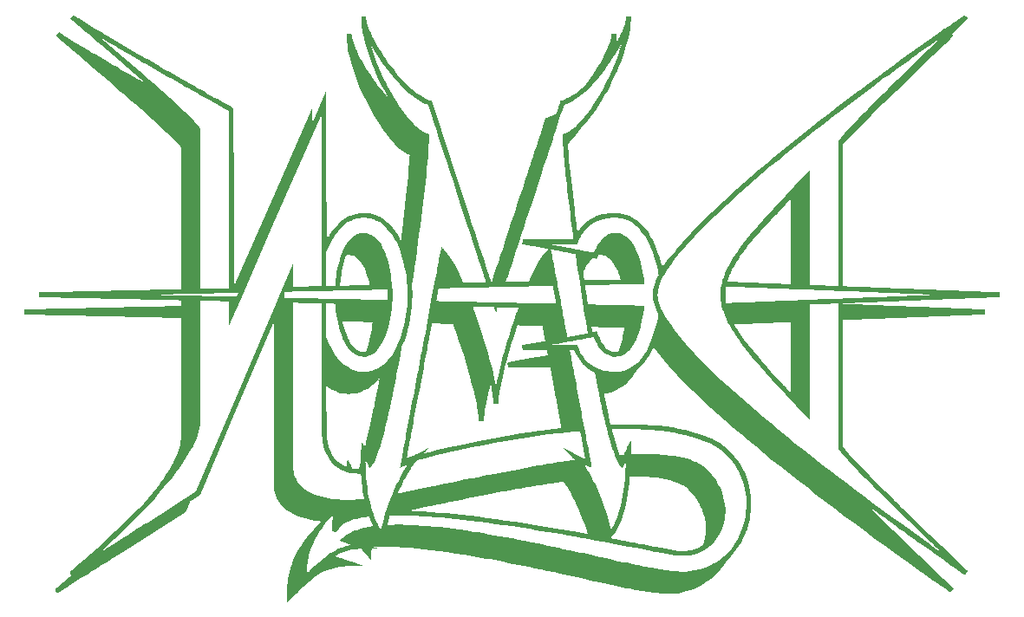
<source format=gbr>
%TF.GenerationSoftware,KiCad,Pcbnew,9.0.4*%
%TF.CreationDate,2025-10-05T19:10:15+02:00*%
%TF.ProjectId,DeMoN_2.0_PLCC,44654d6f-4e5f-4322-9e30-5f504c43432e,rev?*%
%TF.SameCoordinates,Original*%
%TF.FileFunction,Legend,Bot*%
%TF.FilePolarity,Positive*%
%FSLAX46Y46*%
G04 Gerber Fmt 4.6, Leading zero omitted, Abs format (unit mm)*
G04 Created by KiCad (PCBNEW 9.0.4) date 2025-10-05 19:10:15*
%MOMM*%
%LPD*%
G01*
G04 APERTURE LIST*
%ADD10C,0.000000*%
G04 APERTURE END LIST*
D10*
%TO.C,G\u002A\u002A\u002A*%
G36*
X149004931Y-75191684D02*
G01*
X148996847Y-75199768D01*
X148988763Y-75191684D01*
X148996847Y-75183600D01*
X149004931Y-75191684D01*
G37*
G36*
X154855610Y-55717280D02*
G01*
X154693606Y-56226566D01*
X154620610Y-56441333D01*
X154440410Y-56939859D01*
X154244762Y-57440913D01*
X154034973Y-57942187D01*
X153812349Y-58441377D01*
X153578196Y-58936174D01*
X153333820Y-59424273D01*
X153080527Y-59903368D01*
X152819622Y-60371151D01*
X152552413Y-60825316D01*
X152280205Y-61263557D01*
X152004304Y-61683567D01*
X151726015Y-62083040D01*
X151446646Y-62459670D01*
X151167501Y-62811149D01*
X150889888Y-63135171D01*
X150615111Y-63429431D01*
X150609918Y-63434746D01*
X150484230Y-63571068D01*
X150357201Y-63722158D01*
X150240594Y-63874052D01*
X150168981Y-63971107D01*
X150065168Y-64108045D01*
X149955353Y-64249219D01*
X149842669Y-64390832D01*
X149730245Y-64529087D01*
X149621210Y-64660189D01*
X149518697Y-64780341D01*
X149425834Y-64885747D01*
X149345752Y-64972610D01*
X149281581Y-65037134D01*
X149277004Y-65041467D01*
X149262471Y-65056253D01*
X149250874Y-65072201D01*
X149242176Y-65092417D01*
X149236337Y-65120010D01*
X149233318Y-65158086D01*
X149233080Y-65209754D01*
X149235583Y-65278119D01*
X149240789Y-65366291D01*
X149248659Y-65477376D01*
X149259154Y-65614482D01*
X149272234Y-65780717D01*
X149303485Y-66163924D01*
X149353453Y-66735757D01*
X149409809Y-67338104D01*
X149472482Y-67970283D01*
X149541402Y-68631615D01*
X149616496Y-69321416D01*
X149697694Y-70039008D01*
X149784923Y-70783707D01*
X149878112Y-71554834D01*
X149890266Y-71653425D01*
X149906917Y-71787275D01*
X149925416Y-71934891D01*
X149945370Y-72093217D01*
X149966385Y-72259197D01*
X149988068Y-72429773D01*
X150010028Y-72601889D01*
X150031870Y-72772489D01*
X150053203Y-72938516D01*
X150073633Y-73096913D01*
X150092768Y-73244625D01*
X150110214Y-73378593D01*
X150125579Y-73495763D01*
X150138470Y-73593076D01*
X150148493Y-73667478D01*
X150155257Y-73715910D01*
X150158368Y-73735317D01*
X150167567Y-73731218D01*
X150188531Y-73705117D01*
X150216488Y-73662561D01*
X150263177Y-73590735D01*
X150336277Y-73487753D01*
X150421157Y-73375634D01*
X150511819Y-73262052D01*
X150602266Y-73154679D01*
X150686501Y-73061190D01*
X150732654Y-73013047D01*
X150955436Y-72803262D01*
X151193892Y-72615477D01*
X151452898Y-72446120D01*
X151737331Y-72291621D01*
X151752346Y-72284208D01*
X152017448Y-72165656D01*
X152290942Y-72066994D01*
X152576882Y-71987237D01*
X152879321Y-71925400D01*
X153202316Y-71880499D01*
X153549919Y-71851550D01*
X153587262Y-71849496D01*
X153938668Y-71845390D01*
X154275733Y-71869922D01*
X154599640Y-71923399D01*
X154911573Y-72006130D01*
X155212714Y-72118420D01*
X155504245Y-72260577D01*
X155787351Y-72432910D01*
X156053126Y-72627546D01*
X156329500Y-72867289D01*
X156592793Y-73136194D01*
X156842802Y-73433958D01*
X157079324Y-73760281D01*
X157302158Y-74114859D01*
X157511101Y-74497393D01*
X157705951Y-74907580D01*
X157886505Y-75345118D01*
X158052561Y-75809707D01*
X158053071Y-75811244D01*
X158108439Y-75984155D01*
X158165028Y-76171890D01*
X158220326Y-76365428D01*
X158271824Y-76555747D01*
X158317010Y-76733825D01*
X158353374Y-76890639D01*
X158365934Y-76945777D01*
X158380850Y-77004394D01*
X158392947Y-77044334D01*
X158400411Y-77059093D01*
X158412146Y-77050560D01*
X158438904Y-77022797D01*
X158473416Y-76982456D01*
X158511490Y-76936347D01*
X158585510Y-76848400D01*
X158674606Y-76744049D01*
X158774778Y-76627900D01*
X158882031Y-76504564D01*
X158992366Y-76378648D01*
X159101786Y-76254762D01*
X159206293Y-76137515D01*
X159226228Y-76115205D01*
X159319437Y-76009523D01*
X159418830Y-75894951D01*
X159517399Y-75779672D01*
X159608135Y-75671866D01*
X159684031Y-75579717D01*
X159987348Y-75212733D01*
X160370368Y-74767084D01*
X160781559Y-74306496D01*
X161220734Y-73831135D01*
X161687704Y-73341164D01*
X162182282Y-72836747D01*
X162704279Y-72318049D01*
X163253508Y-71785232D01*
X163829780Y-71238462D01*
X164432908Y-70677902D01*
X165062704Y-70103716D01*
X165718979Y-69516067D01*
X166401546Y-68915121D01*
X167110217Y-68301041D01*
X167844804Y-67673990D01*
X168605119Y-67034133D01*
X169390974Y-66381634D01*
X170202180Y-65716656D01*
X171038551Y-65039364D01*
X171899898Y-64349922D01*
X172786033Y-63648493D01*
X173696768Y-62935242D01*
X174631916Y-62210332D01*
X175591287Y-61473927D01*
X176574695Y-60726192D01*
X177581952Y-59967290D01*
X177748469Y-59842494D01*
X178532186Y-59257845D01*
X179337970Y-58661024D01*
X180161045Y-58055492D01*
X180996635Y-57444711D01*
X181839962Y-56832140D01*
X182686252Y-56221241D01*
X183530727Y-55615475D01*
X184368612Y-55018303D01*
X185195129Y-54433184D01*
X186005504Y-53863582D01*
X186023003Y-53851329D01*
X186245177Y-53695889D01*
X186460860Y-53545217D01*
X186668516Y-53400376D01*
X186866609Y-53262429D01*
X187053602Y-53132438D01*
X187227960Y-53011465D01*
X187388144Y-52900573D01*
X187532619Y-52800824D01*
X187659849Y-52713281D01*
X187768296Y-52639006D01*
X187856424Y-52579062D01*
X187922698Y-52534511D01*
X187965579Y-52506415D01*
X187983532Y-52495838D01*
X187987128Y-52497161D01*
X188008631Y-52516334D01*
X188044732Y-52554718D01*
X188091444Y-52607963D01*
X188144777Y-52671720D01*
X188292127Y-52851692D01*
X188030102Y-53100173D01*
X187957747Y-53168807D01*
X187815862Y-53303498D01*
X187672628Y-53439591D01*
X187531148Y-53574132D01*
X187394526Y-53704165D01*
X187265864Y-53826734D01*
X187148265Y-53938886D01*
X187044832Y-54037664D01*
X186958667Y-54120114D01*
X186892874Y-54183279D01*
X186729321Y-54340736D01*
X186807491Y-54437344D01*
X186885660Y-54533953D01*
X186607262Y-54799042D01*
X186576044Y-54828765D01*
X186504611Y-54896765D01*
X186414024Y-54982987D01*
X186307002Y-55084845D01*
X186186264Y-55199750D01*
X186054527Y-55325117D01*
X185914510Y-55458358D01*
X185768931Y-55596888D01*
X185620508Y-55738118D01*
X185471958Y-55879463D01*
X184873131Y-56449973D01*
X184117245Y-57172307D01*
X183381198Y-57878200D01*
X182665464Y-58567192D01*
X181970514Y-59238825D01*
X181296820Y-59892640D01*
X180644854Y-60528176D01*
X180015088Y-61144975D01*
X179407994Y-61742578D01*
X178824044Y-62320524D01*
X178263710Y-62878355D01*
X177727464Y-63415611D01*
X177650063Y-63493449D01*
X177483879Y-63660753D01*
X177320969Y-63824997D01*
X177163291Y-63984198D01*
X177012800Y-64136371D01*
X176871452Y-64279534D01*
X176741202Y-64411702D01*
X176624007Y-64530892D01*
X176521822Y-64635120D01*
X176436603Y-64722402D01*
X176370306Y-64790756D01*
X176324886Y-64838196D01*
X176086408Y-65090524D01*
X176086408Y-72043728D01*
X176086408Y-78996932D01*
X176171290Y-79005531D01*
X176176065Y-79005977D01*
X176219505Y-79008945D01*
X176289351Y-79012718D01*
X176380620Y-79017065D01*
X176488329Y-79021761D01*
X176607493Y-79026575D01*
X176733130Y-79031279D01*
X176812853Y-79034174D01*
X176949372Y-79039216D01*
X177108076Y-79045152D01*
X177283029Y-79051759D01*
X177468293Y-79058809D01*
X177657929Y-79066079D01*
X177846002Y-79073343D01*
X178026573Y-79080375D01*
X178201569Y-79087222D01*
X178640215Y-79104386D01*
X179048278Y-79120355D01*
X179427013Y-79135177D01*
X179777671Y-79148903D01*
X180101507Y-79161582D01*
X180399774Y-79173261D01*
X180673725Y-79183991D01*
X180924612Y-79193821D01*
X181153689Y-79202799D01*
X181362210Y-79210975D01*
X181551427Y-79218398D01*
X181722593Y-79225118D01*
X181876962Y-79231182D01*
X182015786Y-79236640D01*
X182140320Y-79241542D01*
X182251815Y-79245936D01*
X182351525Y-79249872D01*
X182451474Y-79253812D01*
X182580875Y-79258900D01*
X182736578Y-79265011D01*
X182915575Y-79272029D01*
X183114859Y-79279835D01*
X183331421Y-79288312D01*
X183562256Y-79297342D01*
X183804354Y-79306808D01*
X184054709Y-79316592D01*
X184310312Y-79326576D01*
X184568157Y-79336642D01*
X184825236Y-79346673D01*
X185081874Y-79356690D01*
X185339721Y-79366765D01*
X185595331Y-79376764D01*
X185845698Y-79386569D01*
X186087813Y-79396061D01*
X186318669Y-79405122D01*
X186535259Y-79413634D01*
X186734574Y-79421479D01*
X186913609Y-79428539D01*
X187069354Y-79434695D01*
X187198803Y-79439830D01*
X187298947Y-79443826D01*
X187376626Y-79446928D01*
X187508084Y-79452149D01*
X187664594Y-79458337D01*
X187842969Y-79465368D01*
X188040021Y-79473119D01*
X188252566Y-79481464D01*
X188477414Y-79490280D01*
X188711380Y-79499441D01*
X188951277Y-79508824D01*
X189193918Y-79518304D01*
X189436116Y-79527756D01*
X189674685Y-79537056D01*
X189906436Y-79546080D01*
X190128185Y-79554704D01*
X190336743Y-79562802D01*
X190528925Y-79570250D01*
X190701542Y-79576925D01*
X190851409Y-79582701D01*
X190975339Y-79587455D01*
X191070144Y-79591061D01*
X191365211Y-79602207D01*
X191365211Y-79839997D01*
X191365211Y-79840030D01*
X191365211Y-80077788D01*
X191070144Y-80088934D01*
X191004611Y-80091422D01*
X190888418Y-80095871D01*
X190745406Y-80101377D01*
X190578762Y-80107815D01*
X190391673Y-80115062D01*
X190187326Y-80122993D01*
X189968907Y-80131484D01*
X189739603Y-80140409D01*
X189502601Y-80149646D01*
X189261088Y-80159068D01*
X189018251Y-80168553D01*
X188777276Y-80177975D01*
X188541351Y-80187210D01*
X188313662Y-80196134D01*
X188097396Y-80204621D01*
X187895739Y-80212549D01*
X187711879Y-80219792D01*
X187549003Y-80226226D01*
X187410297Y-80231726D01*
X187298947Y-80236169D01*
X187199000Y-80240157D01*
X187069599Y-80245290D01*
X186913896Y-80251445D01*
X186734899Y-80258503D01*
X186535615Y-80266347D01*
X186319053Y-80274858D01*
X186088218Y-80283918D01*
X185846120Y-80293409D01*
X185595765Y-80303213D01*
X185340161Y-80313212D01*
X185082316Y-80323288D01*
X184825236Y-80333322D01*
X184568596Y-80343336D01*
X184310750Y-80353402D01*
X184055140Y-80363386D01*
X183804774Y-80373170D01*
X183562659Y-80382636D01*
X183331803Y-80391668D01*
X183115213Y-80400146D01*
X182915898Y-80407953D01*
X182736864Y-80414972D01*
X182581119Y-80421086D01*
X182451670Y-80426175D01*
X182351525Y-80430123D01*
X182314937Y-80431568D01*
X182210895Y-80435672D01*
X182094592Y-80440253D01*
X181964775Y-80445361D01*
X181820190Y-80451044D01*
X181659585Y-80457351D01*
X181481706Y-80464332D01*
X181285300Y-80472035D01*
X181069114Y-80480511D01*
X180831895Y-80489807D01*
X180572390Y-80499973D01*
X180289345Y-80511058D01*
X179981508Y-80523111D01*
X179647625Y-80536182D01*
X179286443Y-80550319D01*
X178896709Y-80565572D01*
X178477170Y-80581989D01*
X178026573Y-80599620D01*
X177900264Y-80604545D01*
X177713785Y-80611764D01*
X177523992Y-80619055D01*
X177336823Y-80626194D01*
X177158214Y-80632955D01*
X176994104Y-80639112D01*
X176850430Y-80644441D01*
X176733130Y-80648715D01*
X176604934Y-80653402D01*
X176465363Y-80658829D01*
X176353006Y-80663767D01*
X176264982Y-80668473D01*
X176198408Y-80673202D01*
X176150402Y-80678209D01*
X176118081Y-80683752D01*
X176098563Y-80690086D01*
X176088966Y-80697467D01*
X176086408Y-80706151D01*
X176088478Y-80716305D01*
X176106618Y-80729282D01*
X176107690Y-80729301D01*
X176132190Y-80730139D01*
X176185719Y-80732135D01*
X176265468Y-80735179D01*
X176368629Y-80739162D01*
X176492394Y-80743976D01*
X176633955Y-80749510D01*
X176790504Y-80755657D01*
X176959232Y-80762306D01*
X177137331Y-80769348D01*
X177238955Y-80773372D01*
X177419448Y-80780516D01*
X177596452Y-80787515D01*
X177772074Y-80794453D01*
X177948419Y-80801412D01*
X178127593Y-80808474D01*
X178311701Y-80815723D01*
X178502850Y-80823241D01*
X178703146Y-80831110D01*
X178914695Y-80839414D01*
X179139602Y-80848235D01*
X179379973Y-80857655D01*
X179637914Y-80867757D01*
X179915532Y-80878625D01*
X180214931Y-80890340D01*
X180538219Y-80902985D01*
X180887500Y-80916642D01*
X181264881Y-80931396D01*
X181672468Y-80947327D01*
X181892746Y-80955940D01*
X182159069Y-80966360D01*
X182426927Y-80976849D01*
X182692936Y-80987272D01*
X182953712Y-80997498D01*
X183205869Y-81007393D01*
X183446023Y-81016824D01*
X183670789Y-81025659D01*
X183876782Y-81033764D01*
X184060618Y-81041008D01*
X184218912Y-81047256D01*
X184348279Y-81052376D01*
X184417527Y-81055120D01*
X184588413Y-81061873D01*
X184784108Y-81069588D01*
X184999483Y-81078064D01*
X185229409Y-81087098D01*
X185468758Y-81096490D01*
X185712399Y-81106038D01*
X185955204Y-81115542D01*
X186192044Y-81124799D01*
X186417789Y-81133608D01*
X186525535Y-81137812D01*
X186756025Y-81146816D01*
X186994451Y-81156148D01*
X187235782Y-81165608D01*
X187474988Y-81174999D01*
X187707037Y-81184124D01*
X187926899Y-81192784D01*
X188129541Y-81200781D01*
X188309934Y-81207919D01*
X188463047Y-81214000D01*
X188593828Y-81219168D01*
X188765798Y-81225858D01*
X188935224Y-81232338D01*
X189097145Y-81238424D01*
X189246599Y-81243932D01*
X189378627Y-81248677D01*
X189488267Y-81252476D01*
X189570558Y-81255143D01*
X189577270Y-81255349D01*
X189676818Y-81258736D01*
X189766768Y-81262386D01*
X189841439Y-81266023D01*
X189895148Y-81269372D01*
X189922213Y-81272159D01*
X189930949Y-81274196D01*
X189942420Y-81280183D01*
X189950178Y-81293626D01*
X189954948Y-81319500D01*
X189957456Y-81362782D01*
X189958428Y-81428448D01*
X189958591Y-81521474D01*
X189958552Y-81579574D01*
X189958003Y-81655969D01*
X189956219Y-81707918D01*
X189952475Y-81740398D01*
X189946043Y-81758387D01*
X189936197Y-81766858D01*
X189922213Y-81770789D01*
X189921369Y-81770949D01*
X189892386Y-81773781D01*
X189837132Y-81777157D01*
X189761288Y-81780804D01*
X189670536Y-81784445D01*
X189570558Y-81787805D01*
X189509929Y-81789748D01*
X189406178Y-81793301D01*
X189278892Y-81797843D01*
X189133030Y-81803191D01*
X188973554Y-81809160D01*
X188805424Y-81815565D01*
X188633601Y-81822223D01*
X188463047Y-81828949D01*
X188392289Y-81831762D01*
X188225277Y-81838381D01*
X188033432Y-81845962D01*
X187821785Y-81854307D01*
X187595366Y-81863217D01*
X187359207Y-81872496D01*
X187118339Y-81881946D01*
X186877793Y-81891368D01*
X186642599Y-81900565D01*
X186417789Y-81909340D01*
X186315044Y-81913347D01*
X186083527Y-81922389D01*
X185843290Y-81931785D01*
X185599460Y-81941334D01*
X185357168Y-81950835D01*
X185121541Y-81960087D01*
X184897710Y-81968888D01*
X184690803Y-81977037D01*
X184505950Y-81984332D01*
X184348279Y-81990572D01*
X184241519Y-81994799D01*
X184087601Y-82000876D01*
X183907602Y-82007970D01*
X183704908Y-82015947D01*
X183482903Y-82024675D01*
X183244971Y-82034020D01*
X182994497Y-82043850D01*
X182734867Y-82054032D01*
X182469464Y-82064433D01*
X182201673Y-82074920D01*
X181934879Y-82085361D01*
X181672468Y-82095621D01*
X181444208Y-82104543D01*
X181053511Y-82119815D01*
X180691861Y-82133955D01*
X180357151Y-82147045D01*
X180047276Y-82159168D01*
X179760129Y-82170406D01*
X179493605Y-82180842D01*
X179245597Y-82190559D01*
X179014001Y-82199639D01*
X178796709Y-82208165D01*
X178591616Y-82216219D01*
X178396616Y-82223885D01*
X178209604Y-82231244D01*
X178028473Y-82238380D01*
X177851117Y-82245375D01*
X177675431Y-82252312D01*
X177499308Y-82259274D01*
X177320644Y-82266342D01*
X177137331Y-82273600D01*
X177106735Y-82274812D01*
X176930021Y-82281795D01*
X176763151Y-82288367D01*
X176608935Y-82294418D01*
X176470181Y-82299838D01*
X176349696Y-82304519D01*
X176250289Y-82308352D01*
X176174769Y-82311227D01*
X176125942Y-82313035D01*
X176106618Y-82313666D01*
X176106360Y-82313774D01*
X176104576Y-82320975D01*
X176102894Y-82340046D01*
X176101313Y-82371805D01*
X176099828Y-82417071D01*
X176098439Y-82476662D01*
X176097142Y-82551398D01*
X176095934Y-82642096D01*
X176094813Y-82749576D01*
X176093776Y-82874656D01*
X176092820Y-83018155D01*
X176091943Y-83180892D01*
X176091142Y-83363685D01*
X176090414Y-83567352D01*
X176089757Y-83792713D01*
X176089168Y-84040586D01*
X176088645Y-84311790D01*
X176088183Y-84607144D01*
X176087782Y-84927465D01*
X176087438Y-85273574D01*
X176087149Y-85646288D01*
X176086911Y-86046425D01*
X176086723Y-86474806D01*
X176086581Y-86932248D01*
X176086483Y-87419571D01*
X176086426Y-87937592D01*
X176086408Y-88487130D01*
X176086408Y-94660552D01*
X176133878Y-94732038D01*
X176145012Y-94748525D01*
X176211666Y-94840016D01*
X176300504Y-94952691D01*
X176410607Y-95085519D01*
X176541062Y-95237470D01*
X176690951Y-95407514D01*
X176859359Y-95594622D01*
X177045370Y-95797763D01*
X177248068Y-96015907D01*
X177466537Y-96248024D01*
X177699862Y-96493085D01*
X177747156Y-96542322D01*
X177860528Y-96659376D01*
X177994030Y-96796140D01*
X178145682Y-96950632D01*
X178313504Y-97120871D01*
X178495515Y-97304875D01*
X178689737Y-97500664D01*
X178894188Y-97706255D01*
X179106890Y-97919667D01*
X179325863Y-98138919D01*
X179549126Y-98362029D01*
X179774699Y-98587017D01*
X180000603Y-98811900D01*
X180224858Y-99034697D01*
X180445484Y-99253426D01*
X180660501Y-99466108D01*
X180867929Y-99670759D01*
X181065788Y-99865398D01*
X181252098Y-100048045D01*
X181445989Y-100237686D01*
X181694616Y-100480663D01*
X181935731Y-100716045D01*
X182170964Y-100945402D01*
X182401944Y-101170306D01*
X182630301Y-101392330D01*
X182857665Y-101613043D01*
X183085664Y-101834019D01*
X183315929Y-102056829D01*
X183550090Y-102283043D01*
X183789775Y-102514234D01*
X184036616Y-102751974D01*
X184292240Y-102997833D01*
X184558278Y-103253384D01*
X184836359Y-103520197D01*
X185128114Y-103799846D01*
X185435171Y-104093900D01*
X185759160Y-104403932D01*
X186101712Y-104731514D01*
X186410487Y-105026635D01*
X186464455Y-105078216D01*
X186849018Y-105445611D01*
X186997372Y-105587344D01*
X187172886Y-105755108D01*
X187340735Y-105915632D01*
X187499489Y-106067545D01*
X187647717Y-106209475D01*
X187783990Y-106340053D01*
X187906879Y-106457905D01*
X188014952Y-106561661D01*
X188106781Y-106649950D01*
X188180936Y-106721399D01*
X188235987Y-106774639D01*
X188270504Y-106808296D01*
X188283057Y-106821002D01*
X188283326Y-106821807D01*
X188274725Y-106841115D01*
X188249535Y-106878422D01*
X188212239Y-106928260D01*
X188167321Y-106985158D01*
X188119265Y-107043649D01*
X188072554Y-107098263D01*
X188031671Y-107143531D01*
X188001102Y-107173986D01*
X187985328Y-107184157D01*
X187972246Y-107177295D01*
X187933016Y-107152579D01*
X187870031Y-107110963D01*
X187784764Y-107053482D01*
X187678690Y-106981168D01*
X187553281Y-106895056D01*
X187410012Y-106796180D01*
X187250354Y-106685573D01*
X187075783Y-106564270D01*
X186887771Y-106433304D01*
X186687792Y-106293709D01*
X186477319Y-106146519D01*
X186257826Y-105992769D01*
X186030785Y-105833490D01*
X185797672Y-105669719D01*
X185559958Y-105502488D01*
X185319118Y-105332831D01*
X185076625Y-105161782D01*
X184833953Y-104990376D01*
X184592574Y-104819645D01*
X184353962Y-104650624D01*
X184119592Y-104484346D01*
X183890935Y-104321846D01*
X183669466Y-104164158D01*
X183456658Y-104012315D01*
X183253985Y-103867350D01*
X183062919Y-103730299D01*
X183049868Y-103720921D01*
X182794968Y-103537529D01*
X182529076Y-103345794D01*
X182254381Y-103147315D01*
X181973077Y-102943691D01*
X181687354Y-102736525D01*
X181399406Y-102527414D01*
X181111422Y-102317961D01*
X180825597Y-102109764D01*
X180544120Y-101904424D01*
X180269185Y-101703541D01*
X180002983Y-101508715D01*
X179747705Y-101321547D01*
X179505544Y-101143636D01*
X179278692Y-100976582D01*
X179069340Y-100821987D01*
X178879679Y-100681449D01*
X178711903Y-100556569D01*
X178568203Y-100448948D01*
X178558216Y-100441617D01*
X178546274Y-100433968D01*
X178542953Y-100434318D01*
X178549289Y-100443708D01*
X178566322Y-100463179D01*
X178595089Y-100493771D01*
X178636628Y-100536527D01*
X178691979Y-100592486D01*
X178762178Y-100662689D01*
X178848265Y-100748178D01*
X178951276Y-100849993D01*
X179072252Y-100969175D01*
X179212229Y-101106766D01*
X179372247Y-101263806D01*
X179553342Y-101441335D01*
X179756554Y-101640396D01*
X179903029Y-101783804D01*
X180133052Y-102008856D01*
X180356069Y-102226838D01*
X180573530Y-102439149D01*
X180786883Y-102647186D01*
X180997579Y-102852347D01*
X181207066Y-103056031D01*
X181416794Y-103259635D01*
X181628211Y-103464558D01*
X181842768Y-103672196D01*
X182061913Y-103883949D01*
X182287096Y-104101213D01*
X182519765Y-104325387D01*
X182761371Y-104557869D01*
X183013363Y-104800057D01*
X183277189Y-105053349D01*
X183554299Y-105319141D01*
X183846143Y-105598834D01*
X184154169Y-105893824D01*
X184479827Y-106205509D01*
X184824566Y-106535287D01*
X185189835Y-106884556D01*
X185577084Y-107254715D01*
X185731057Y-107401908D01*
X185894338Y-107558085D01*
X186050050Y-107707107D01*
X186196611Y-107847458D01*
X186332438Y-107977621D01*
X186455951Y-108096077D01*
X186565568Y-108201308D01*
X186659706Y-108291797D01*
X186736785Y-108366026D01*
X186795222Y-108422477D01*
X186833435Y-108459633D01*
X186849843Y-108475975D01*
X186885781Y-108515172D01*
X186730879Y-108704449D01*
X186716270Y-108722191D01*
X186656610Y-108792013D01*
X186608555Y-108843796D01*
X186574668Y-108874906D01*
X186557514Y-108882704D01*
X186536952Y-108869475D01*
X186489766Y-108837792D01*
X186419827Y-108790130D01*
X186329157Y-108727897D01*
X186219780Y-108652502D01*
X186093718Y-108565354D01*
X185952994Y-108467860D01*
X185799631Y-108361428D01*
X185635651Y-108247468D01*
X185463076Y-108127388D01*
X185283930Y-108002596D01*
X185100235Y-107874499D01*
X184914014Y-107744508D01*
X184727290Y-107614029D01*
X184542085Y-107484472D01*
X184360422Y-107357244D01*
X184184323Y-107233754D01*
X184015812Y-107115411D01*
X183856910Y-107003622D01*
X183709641Y-106899797D01*
X183338724Y-106637599D01*
X182294931Y-105895770D01*
X181260914Y-105155012D01*
X180237656Y-104416080D01*
X179226139Y-103679728D01*
X178227343Y-102946710D01*
X177242252Y-102217780D01*
X176271847Y-101493693D01*
X175317110Y-100775203D01*
X174379022Y-100063065D01*
X173458566Y-99358032D01*
X172556723Y-98660859D01*
X171674476Y-97972300D01*
X170812806Y-97293109D01*
X169972694Y-96624042D01*
X169155124Y-95965851D01*
X168361076Y-95319292D01*
X167591533Y-94685118D01*
X166847476Y-94064084D01*
X166129888Y-93456945D01*
X165439750Y-92864454D01*
X165258669Y-92707491D01*
X164554354Y-92090964D01*
X163878064Y-91489113D01*
X163229837Y-90901976D01*
X162609715Y-90329595D01*
X162017737Y-89772008D01*
X161453944Y-89229255D01*
X160918374Y-88701377D01*
X160411069Y-88188413D01*
X159932069Y-87690403D01*
X159481413Y-87207387D01*
X159059141Y-86739405D01*
X158665294Y-86286496D01*
X158299912Y-85848700D01*
X157963034Y-85426057D01*
X157924364Y-85376215D01*
X157855370Y-85286832D01*
X157791877Y-85204025D01*
X157737489Y-85132519D01*
X157695809Y-85077039D01*
X157670439Y-85042310D01*
X157616619Y-84965757D01*
X157476987Y-85236327D01*
X157364068Y-85446249D01*
X157172761Y-85766905D01*
X156968797Y-86069243D01*
X156754356Y-86350468D01*
X156531617Y-86607785D01*
X156302760Y-86838403D01*
X156069966Y-87039525D01*
X156065791Y-87042847D01*
X156019101Y-87082638D01*
X155978898Y-87123908D01*
X155939784Y-87173437D01*
X155896364Y-87238004D01*
X155843243Y-87324388D01*
X155786909Y-87416541D01*
X155561466Y-87754258D01*
X155323323Y-88063672D01*
X155072874Y-88344479D01*
X154810517Y-88596380D01*
X154536646Y-88819071D01*
X154251658Y-89012252D01*
X153955948Y-89175621D01*
X153649912Y-89308877D01*
X153333946Y-89411718D01*
X153008446Y-89483843D01*
X152983948Y-89487919D01*
X152912881Y-89498422D01*
X152851314Y-89505741D01*
X152810388Y-89508489D01*
X152809266Y-89508492D01*
X152770530Y-89514151D01*
X152755930Y-89528699D01*
X152758777Y-89550406D01*
X152768153Y-89601942D01*
X152783483Y-89679715D01*
X152804161Y-89780938D01*
X152829581Y-89902827D01*
X152859135Y-90042597D01*
X152892219Y-90197460D01*
X152928226Y-90364633D01*
X152966549Y-90541330D01*
X153006583Y-90724765D01*
X153047720Y-90912153D01*
X153089356Y-91100709D01*
X153130884Y-91287646D01*
X153171696Y-91470180D01*
X153211188Y-91645525D01*
X153248753Y-91810896D01*
X153283785Y-91963507D01*
X153315678Y-92100572D01*
X153409845Y-92501885D01*
X154242939Y-92490807D01*
X154367487Y-92489333D01*
X155170125Y-92488874D01*
X155948108Y-92504357D01*
X156701162Y-92535735D01*
X157429012Y-92582959D01*
X158131382Y-92645982D01*
X158807999Y-92724756D01*
X159458587Y-92819233D01*
X160082872Y-92929366D01*
X160680579Y-93055106D01*
X161251432Y-93196406D01*
X161795158Y-93353219D01*
X162311481Y-93525495D01*
X162800126Y-93713188D01*
X163260819Y-93916249D01*
X163693286Y-94134631D01*
X163832288Y-94210963D01*
X164015995Y-94316923D01*
X164180737Y-94419361D01*
X164333259Y-94522925D01*
X164480304Y-94632261D01*
X164628618Y-94752017D01*
X164784944Y-94886840D01*
X164887156Y-94979189D01*
X165216906Y-95304986D01*
X165522201Y-95651125D01*
X165802544Y-96016422D01*
X166057438Y-96399692D01*
X166286385Y-96799749D01*
X166488889Y-97215409D01*
X166664451Y-97645486D01*
X166812575Y-98088795D01*
X166932763Y-98544150D01*
X167024518Y-99010368D01*
X167087343Y-99486262D01*
X167120741Y-99970648D01*
X167122027Y-100152623D01*
X167124215Y-100462340D01*
X167123131Y-100504313D01*
X167097068Y-100975831D01*
X167045314Y-101432199D01*
X166966962Y-101878675D01*
X166861103Y-102320517D01*
X166726830Y-102762982D01*
X166696878Y-102850576D01*
X166540387Y-103258756D01*
X166360096Y-103656727D01*
X166157839Y-104041600D01*
X165935449Y-104410489D01*
X165694761Y-104760506D01*
X165437609Y-105088763D01*
X165165828Y-105392374D01*
X164881250Y-105668451D01*
X164860840Y-105686893D01*
X164796853Y-105746402D01*
X164744210Y-105799578D01*
X164697254Y-105853195D01*
X164650327Y-105914028D01*
X164597774Y-105988855D01*
X164533936Y-106084449D01*
X164493248Y-106145540D01*
X164425521Y-106245112D01*
X164356979Y-106343714D01*
X164293723Y-106432603D01*
X164241852Y-106503035D01*
X164116996Y-106662894D01*
X163817870Y-107009204D01*
X163499190Y-107330000D01*
X163161709Y-107624854D01*
X162806180Y-107893333D01*
X162433356Y-108135009D01*
X162043989Y-108349450D01*
X161638834Y-108536227D01*
X161218642Y-108694909D01*
X160784168Y-108825066D01*
X160336163Y-108926267D01*
X159875381Y-108998083D01*
X159873824Y-108998273D01*
X159502808Y-109032619D01*
X159114631Y-109048175D01*
X158718357Y-109045013D01*
X158323051Y-109023203D01*
X157937776Y-108982818D01*
X157801877Y-108964824D01*
X157491941Y-108922847D01*
X157198820Y-108881630D01*
X156918128Y-108840422D01*
X156645476Y-108798468D01*
X156376477Y-108755015D01*
X156106743Y-108709310D01*
X155831888Y-108660598D01*
X155547522Y-108608127D01*
X155249259Y-108551142D01*
X154932711Y-108488891D01*
X154593491Y-108420619D01*
X154227210Y-108345574D01*
X154163706Y-108332458D01*
X154030007Y-108304759D01*
X153896641Y-108277004D01*
X153762014Y-108248847D01*
X153624529Y-108219942D01*
X153482590Y-108189943D01*
X153334603Y-108158505D01*
X153178973Y-108125283D01*
X153014102Y-108089931D01*
X152838397Y-108052103D01*
X152650261Y-108011453D01*
X152448099Y-107967637D01*
X152230315Y-107920309D01*
X151995315Y-107869122D01*
X151741502Y-107813732D01*
X151467281Y-107753793D01*
X151171056Y-107688959D01*
X150851233Y-107618886D01*
X150506215Y-107543226D01*
X150134407Y-107461635D01*
X149734214Y-107373767D01*
X149304040Y-107279277D01*
X149195680Y-107255480D01*
X148505749Y-107104445D01*
X147845372Y-106960749D01*
X147212948Y-106824068D01*
X146606875Y-106694077D01*
X146025549Y-106570452D01*
X145467368Y-106452870D01*
X144930730Y-106341005D01*
X144414032Y-106234534D01*
X143915673Y-106133133D01*
X143434049Y-106036477D01*
X142967558Y-105944242D01*
X142514598Y-105856104D01*
X142073566Y-105771739D01*
X141642860Y-105690823D01*
X141220877Y-105613030D01*
X140806015Y-105538038D01*
X140396672Y-105465522D01*
X139991245Y-105395158D01*
X139979548Y-105393149D01*
X139107401Y-105247319D01*
X138262529Y-105113919D01*
X137445138Y-104992970D01*
X136655434Y-104884494D01*
X135893624Y-104788511D01*
X135159913Y-104705041D01*
X134454506Y-104634105D01*
X133777611Y-104575724D01*
X133129432Y-104529920D01*
X132510177Y-104496711D01*
X131920050Y-104476120D01*
X131359257Y-104468167D01*
X130828005Y-104472873D01*
X130744330Y-104474794D01*
X130623861Y-104478055D01*
X130516816Y-104481547D01*
X130426976Y-104485114D01*
X130358123Y-104488600D01*
X130314037Y-104491849D01*
X130298502Y-104494706D01*
X130301135Y-104497207D01*
X130326875Y-104509399D01*
X130375674Y-104528683D01*
X130442124Y-104552979D01*
X130520813Y-104580206D01*
X130743123Y-104655194D01*
X130401782Y-104656571D01*
X130060441Y-104657948D01*
X130050469Y-104775166D01*
X130048402Y-104804457D01*
X130044816Y-104871765D01*
X130040896Y-104961273D01*
X130036886Y-105066879D01*
X130033027Y-105182480D01*
X130029562Y-105301975D01*
X130018627Y-105711565D01*
X129760733Y-105455571D01*
X129738399Y-105433348D01*
X129590684Y-105283018D01*
X129464065Y-105147392D01*
X129354616Y-105021993D01*
X129258408Y-104902345D01*
X129171515Y-104783973D01*
X129080121Y-104653544D01*
X128876867Y-104664654D01*
X128584191Y-104688200D01*
X128179219Y-104746271D01*
X127784171Y-104832949D01*
X127401321Y-104947618D01*
X127032947Y-105089664D01*
X126681324Y-105258470D01*
X126672960Y-105262923D01*
X126604761Y-105299882D01*
X126548173Y-105331666D01*
X126508883Y-105355016D01*
X126492577Y-105366671D01*
X126493059Y-105367282D01*
X126513342Y-105376074D01*
X126561749Y-105394145D01*
X126636167Y-105420766D01*
X126734480Y-105455214D01*
X126854571Y-105496761D01*
X126994326Y-105544682D01*
X127151629Y-105598251D01*
X127324364Y-105656741D01*
X127510416Y-105719427D01*
X127707670Y-105785582D01*
X127914009Y-105854481D01*
X127959589Y-105869673D01*
X128164091Y-105937972D01*
X128359035Y-106003297D01*
X128542306Y-106064927D01*
X128711792Y-106122144D01*
X128865379Y-106174226D01*
X129000953Y-106220454D01*
X129116401Y-106260107D01*
X129209610Y-106292465D01*
X129278466Y-106316808D01*
X129320855Y-106332416D01*
X129334665Y-106338568D01*
X129331901Y-106339117D01*
X129303379Y-106340759D01*
X129246243Y-106342614D01*
X129163199Y-106344634D01*
X129056957Y-106346771D01*
X128930224Y-106348976D01*
X128785709Y-106351201D01*
X128626120Y-106353398D01*
X128454164Y-106355518D01*
X128272549Y-106357513D01*
X128129651Y-106359041D01*
X127924352Y-106361484D01*
X127747193Y-106363976D01*
X127595589Y-106366595D01*
X127466952Y-106369419D01*
X127358694Y-106372528D01*
X127268230Y-106375999D01*
X127192971Y-106379912D01*
X127130330Y-106384343D01*
X127077721Y-106389372D01*
X127032557Y-106395077D01*
X126922916Y-106411663D01*
X126601592Y-106471064D01*
X126293204Y-106545488D01*
X125995019Y-106636328D01*
X125704304Y-106744978D01*
X125418329Y-106872831D01*
X125134361Y-107021282D01*
X124849667Y-107191725D01*
X124561517Y-107385553D01*
X124267179Y-107604160D01*
X123963919Y-107848939D01*
X123649006Y-108121286D01*
X123641284Y-108128190D01*
X123574648Y-108188975D01*
X123488363Y-108269301D01*
X123385341Y-108366356D01*
X123268491Y-108477326D01*
X123140726Y-108599400D01*
X123004958Y-108729764D01*
X122864097Y-108865606D01*
X122721055Y-109004113D01*
X122578744Y-109142473D01*
X122440074Y-109277872D01*
X122307958Y-109407500D01*
X122185306Y-109528542D01*
X122075031Y-109638186D01*
X121980042Y-109733620D01*
X121915753Y-109798142D01*
X121866262Y-109846047D01*
X121832786Y-109875354D01*
X121812115Y-109888562D01*
X121801040Y-109888172D01*
X121796349Y-109876684D01*
X121795617Y-109870033D01*
X121793980Y-109829772D01*
X121793185Y-109762566D01*
X121793157Y-109672465D01*
X121793822Y-109563519D01*
X121795105Y-109439777D01*
X121796934Y-109305291D01*
X121799232Y-109164109D01*
X121801926Y-109020281D01*
X121804942Y-108877857D01*
X121808206Y-108740887D01*
X121811642Y-108613421D01*
X121815178Y-108499508D01*
X121818738Y-108403199D01*
X121822248Y-108328543D01*
X121825635Y-108279590D01*
X121865415Y-107914306D01*
X121915375Y-107561185D01*
X121975554Y-107227007D01*
X122018028Y-107036449D01*
X123707786Y-107036449D01*
X123713874Y-107049998D01*
X123715160Y-107049471D01*
X123734288Y-107034219D01*
X123772072Y-107000421D01*
X123824839Y-106951475D01*
X123888915Y-106890778D01*
X123960628Y-106821730D01*
X124034064Y-106750630D01*
X124272090Y-106522514D01*
X124491895Y-106315885D01*
X124695965Y-106128635D01*
X124886786Y-105958655D01*
X125066845Y-105803836D01*
X125238627Y-105662073D01*
X125404618Y-105531255D01*
X125567305Y-105409275D01*
X125729173Y-105294025D01*
X125892709Y-105183396D01*
X126044392Y-105085159D01*
X126247360Y-104960881D01*
X126440907Y-104852021D01*
X126633085Y-104754335D01*
X126831946Y-104663576D01*
X127045542Y-104575499D01*
X127063982Y-104568301D01*
X127219445Y-104511908D01*
X127393578Y-104455045D01*
X127574577Y-104401245D01*
X127750638Y-104354036D01*
X127909959Y-104316950D01*
X127969619Y-104303848D01*
X128028595Y-104289470D01*
X128068688Y-104277963D01*
X128083480Y-104271026D01*
X128082207Y-104269982D01*
X128059130Y-104260218D01*
X128009577Y-104241778D01*
X127936822Y-104215809D01*
X127844141Y-104183458D01*
X127734812Y-104145870D01*
X127612108Y-104104192D01*
X127479306Y-104059570D01*
X126875133Y-103857629D01*
X127115223Y-103655529D01*
X127196028Y-103588598D01*
X127387682Y-103439736D01*
X127576088Y-103309007D01*
X127768343Y-103192280D01*
X127971545Y-103085423D01*
X128192791Y-102984305D01*
X128439177Y-102884793D01*
X128581167Y-102833588D01*
X128781930Y-102769053D01*
X129001821Y-102705582D01*
X129233540Y-102644976D01*
X129469793Y-102589033D01*
X129703281Y-102539551D01*
X129926709Y-102498332D01*
X130132779Y-102467174D01*
X130165913Y-102462506D01*
X130203167Y-102456128D01*
X130217662Y-102451928D01*
X130214937Y-102445330D01*
X130200651Y-102414204D01*
X130176201Y-102362103D01*
X130143938Y-102294025D01*
X130106212Y-102214967D01*
X130101694Y-102205495D01*
X130051582Y-102096930D01*
X129997269Y-101974092D01*
X129945010Y-101851363D01*
X129901057Y-101743125D01*
X129807352Y-101504113D01*
X129741692Y-101512866D01*
X129714800Y-101516466D01*
X129389227Y-101562901D01*
X129092833Y-101610940D01*
X128822699Y-101661316D01*
X128575908Y-101714765D01*
X128349542Y-101772018D01*
X128140682Y-101833811D01*
X127946411Y-101900875D01*
X127763810Y-101973945D01*
X127657833Y-102022596D01*
X127589962Y-102053754D01*
X127389926Y-102161459D01*
X127210157Y-102281052D01*
X127059473Y-102408744D01*
X126936475Y-102545728D01*
X126839767Y-102693195D01*
X126783386Y-102787507D01*
X126708079Y-102886365D01*
X126631393Y-102955295D01*
X126551725Y-102995656D01*
X126467471Y-103008807D01*
X126436772Y-103006923D01*
X126353413Y-102981641D01*
X126281785Y-102930285D01*
X126226815Y-102857210D01*
X126193431Y-102766765D01*
X126187828Y-102734815D01*
X126179473Y-102644029D01*
X126176607Y-102530701D01*
X126179164Y-102401242D01*
X126187076Y-102262060D01*
X126200275Y-102119564D01*
X126204944Y-102078834D01*
X126206877Y-102062976D01*
X126676860Y-102062976D01*
X126677363Y-102086920D01*
X126682905Y-102100103D01*
X126699950Y-102092128D01*
X126734975Y-102062996D01*
X126781952Y-102022596D01*
X126729406Y-102022576D01*
X126702018Y-102023995D01*
X126681534Y-102034906D01*
X126676860Y-102062976D01*
X126206877Y-102062976D01*
X126216122Y-101987141D01*
X126229338Y-101884338D01*
X126243830Y-101775822D01*
X126258837Y-101666994D01*
X126273595Y-101563252D01*
X126287344Y-101469994D01*
X126299322Y-101392620D01*
X126308767Y-101336529D01*
X126314917Y-101307120D01*
X126317765Y-101295831D01*
X126316685Y-101283405D01*
X126304688Y-101286778D01*
X126279793Y-101307740D01*
X126240021Y-101348077D01*
X126183389Y-101409580D01*
X126107919Y-101494035D01*
X125858296Y-101782903D01*
X125529525Y-102189245D01*
X125231037Y-102591398D01*
X124962033Y-102990797D01*
X124721710Y-103388879D01*
X124509267Y-103787078D01*
X124323903Y-104186831D01*
X124164816Y-104589572D01*
X124031206Y-104996737D01*
X123922272Y-105409762D01*
X123892494Y-105544750D01*
X123845874Y-105786207D01*
X123804429Y-106038810D01*
X123769665Y-106292189D01*
X123743088Y-106535973D01*
X123726204Y-106759794D01*
X123723404Y-106807920D01*
X123718365Y-106883899D01*
X123713388Y-106948070D01*
X123709227Y-106990188D01*
X123707988Y-107001768D01*
X123707786Y-107036449D01*
X122018028Y-107036449D01*
X122047230Y-106905433D01*
X122131682Y-106590127D01*
X122230189Y-106274752D01*
X122271135Y-106155248D01*
X122415178Y-105776992D01*
X122580271Y-105402624D01*
X122767467Y-105030529D01*
X122977820Y-104659090D01*
X123212382Y-104286691D01*
X123472207Y-103911714D01*
X123758347Y-103532545D01*
X124071857Y-103147566D01*
X124413790Y-102755161D01*
X124785198Y-102353714D01*
X124804221Y-102333547D01*
X124870782Y-102260725D01*
X124933604Y-102188859D01*
X124986364Y-102125304D01*
X125022740Y-102077414D01*
X125090517Y-101979668D01*
X124893396Y-101959604D01*
X124847475Y-101954769D01*
X124529078Y-101912930D01*
X124204992Y-101856645D01*
X123881492Y-101787489D01*
X123564848Y-101707036D01*
X123261334Y-101616862D01*
X122977222Y-101518541D01*
X122718785Y-101413648D01*
X122421698Y-101270497D01*
X122114854Y-101094484D01*
X121832202Y-100900984D01*
X121574533Y-100690848D01*
X121342641Y-100464931D01*
X121137316Y-100224084D01*
X120959350Y-99969163D01*
X120809537Y-99701019D01*
X120688666Y-99420505D01*
X120597532Y-99128476D01*
X120595567Y-99120884D01*
X120589132Y-99097294D01*
X120583030Y-99076328D01*
X120577251Y-99057132D01*
X120571785Y-99038854D01*
X120566623Y-99020641D01*
X120561756Y-99001641D01*
X120557173Y-98981000D01*
X120552865Y-98957867D01*
X120548823Y-98931389D01*
X120545036Y-98900712D01*
X120541496Y-98864984D01*
X120538192Y-98823353D01*
X120535116Y-98774966D01*
X120532257Y-98718970D01*
X120529606Y-98654513D01*
X120527153Y-98580741D01*
X120524889Y-98496803D01*
X120522804Y-98401845D01*
X120520889Y-98295015D01*
X120519133Y-98175461D01*
X120517528Y-98042329D01*
X120516064Y-97894767D01*
X120514730Y-97731922D01*
X120513519Y-97552942D01*
X120512419Y-97356973D01*
X120511421Y-97143164D01*
X120510516Y-96910662D01*
X120509694Y-96658613D01*
X120508946Y-96386166D01*
X120508262Y-96092467D01*
X120507632Y-95776665D01*
X120507047Y-95437905D01*
X120506497Y-95075336D01*
X120505972Y-94688105D01*
X120505464Y-94275360D01*
X120504962Y-93836246D01*
X120504456Y-93369913D01*
X120503938Y-92875508D01*
X120503397Y-92352176D01*
X120502825Y-91799067D01*
X120502210Y-91215327D01*
X120501545Y-90600104D01*
X120492582Y-82451681D01*
X116897042Y-90926915D01*
X113301501Y-99402150D01*
X112832555Y-99697808D01*
X112746484Y-99752324D01*
X112641620Y-99819464D01*
X112547813Y-99880329D01*
X112468341Y-99932753D01*
X112406480Y-99974571D01*
X112365507Y-100003615D01*
X112348698Y-100017719D01*
X112341087Y-100033470D01*
X112321869Y-100076453D01*
X112292959Y-100142580D01*
X112255900Y-100228283D01*
X112212232Y-100329992D01*
X112163500Y-100444139D01*
X112111246Y-100567154D01*
X111888703Y-101092337D01*
X105802673Y-104936814D01*
X105613083Y-105056574D01*
X105208397Y-105312194D01*
X104810571Y-105563464D01*
X104420495Y-105809822D01*
X104039059Y-106050708D01*
X103667154Y-106285558D01*
X103305670Y-106513812D01*
X102955497Y-106734907D01*
X102617526Y-106948281D01*
X102292647Y-107153373D01*
X101981750Y-107349621D01*
X101685726Y-107536463D01*
X101405464Y-107713336D01*
X101141855Y-107879680D01*
X100895790Y-108034932D01*
X100668159Y-108178530D01*
X100459851Y-108309913D01*
X100271758Y-108428519D01*
X100104770Y-108533786D01*
X99959777Y-108625152D01*
X99837668Y-108702055D01*
X99739336Y-108763933D01*
X99665669Y-108810225D01*
X99617558Y-108840368D01*
X99595894Y-108853801D01*
X99551890Y-108879372D01*
X99494492Y-108907791D01*
X99447632Y-108922243D01*
X99401877Y-108926251D01*
X99324437Y-108914405D01*
X99248765Y-108874438D01*
X99191094Y-108809241D01*
X99184706Y-108797601D01*
X99167397Y-108748499D01*
X99159561Y-108696291D01*
X99162111Y-108651991D01*
X99175960Y-108626618D01*
X99185107Y-108608289D01*
X99184045Y-108573118D01*
X99181812Y-108558373D01*
X99186423Y-108534401D01*
X99207838Y-108510721D01*
X99251812Y-108479376D01*
X99254122Y-108477817D01*
X99286187Y-108453946D01*
X99338176Y-108412935D01*
X99407451Y-108357004D01*
X99491375Y-108288375D01*
X99587308Y-108209267D01*
X99692614Y-108121901D01*
X99804655Y-108028496D01*
X99920792Y-107931274D01*
X100038388Y-107832455D01*
X100154805Y-107734259D01*
X100267404Y-107638907D01*
X100373549Y-107548618D01*
X100470602Y-107465613D01*
X100555923Y-107392113D01*
X100626876Y-107330338D01*
X100680823Y-107282507D01*
X100715126Y-107250843D01*
X100727146Y-107237564D01*
X100721854Y-107230200D01*
X100699243Y-107205296D01*
X100664889Y-107169939D01*
X100619534Y-107112738D01*
X100592244Y-107052475D01*
X100586471Y-106997725D01*
X100604236Y-106955633D01*
X100616886Y-106933946D01*
X100620094Y-106894644D01*
X100618336Y-106882705D01*
X100628964Y-106854523D01*
X100665169Y-106823276D01*
X100670236Y-106819660D01*
X100709716Y-106789469D01*
X100770441Y-106740999D01*
X100849650Y-106676555D01*
X100944586Y-106598444D01*
X101052487Y-106508973D01*
X101170595Y-106410448D01*
X101296151Y-106305177D01*
X101426396Y-106195465D01*
X101558569Y-106083620D01*
X101689912Y-105971948D01*
X101817666Y-105862756D01*
X101939070Y-105758351D01*
X101992559Y-105712148D01*
X102619032Y-105165173D01*
X102781972Y-105020123D01*
X103499827Y-105020123D01*
X103500333Y-105028928D01*
X103505122Y-105026284D01*
X103534471Y-105008422D01*
X103589613Y-104974247D01*
X103669560Y-104924382D01*
X103773321Y-104859451D01*
X103899905Y-104780078D01*
X104048322Y-104686887D01*
X104217581Y-104580501D01*
X104406692Y-104461546D01*
X104614665Y-104330644D01*
X104840509Y-104188419D01*
X105083234Y-104035496D01*
X105341850Y-103872499D01*
X105615365Y-103700050D01*
X105902790Y-103518775D01*
X106203134Y-103329297D01*
X106515406Y-103132240D01*
X106838617Y-102928228D01*
X107171776Y-102717885D01*
X107513892Y-102501835D01*
X107863975Y-102280701D01*
X108221035Y-102055108D01*
X112925937Y-99082174D01*
X117663174Y-87914974D01*
X120758632Y-80617979D01*
X122408496Y-80617979D01*
X122408496Y-88764110D01*
X122408496Y-89142482D01*
X122408499Y-89735755D01*
X122408508Y-90298063D01*
X122408527Y-90830259D01*
X122408559Y-91333194D01*
X122408607Y-91807718D01*
X122408675Y-92254683D01*
X122408766Y-92674940D01*
X122408882Y-93069341D01*
X122409029Y-93438737D01*
X122409208Y-93783979D01*
X122409423Y-94105919D01*
X122409678Y-94405408D01*
X122409975Y-94683297D01*
X122410319Y-94940438D01*
X122410712Y-95177681D01*
X122411158Y-95395879D01*
X122411660Y-95595882D01*
X122412222Y-95778542D01*
X122412846Y-95944710D01*
X122413536Y-96095238D01*
X122414296Y-96230976D01*
X122415129Y-96352776D01*
X122416037Y-96461490D01*
X122417025Y-96557969D01*
X122418096Y-96643063D01*
X122419253Y-96717625D01*
X122420499Y-96782506D01*
X122421838Y-96838556D01*
X122423273Y-96886628D01*
X122424807Y-96927573D01*
X122426444Y-96962241D01*
X122428187Y-96991485D01*
X122430039Y-97016155D01*
X122432004Y-97037103D01*
X122434085Y-97055181D01*
X122436285Y-97071238D01*
X122438608Y-97086128D01*
X122441056Y-97100701D01*
X122492846Y-97337757D01*
X122582239Y-97609786D01*
X122701472Y-97869547D01*
X122850383Y-98116738D01*
X123028807Y-98351058D01*
X123236582Y-98572205D01*
X123331807Y-98660411D01*
X123578436Y-98859395D01*
X123849227Y-99038769D01*
X124145682Y-99199572D01*
X124293468Y-99269239D01*
X124569687Y-99385028D01*
X124857558Y-99487123D01*
X125159841Y-99576153D01*
X125479297Y-99652749D01*
X125818685Y-99717540D01*
X126180767Y-99771157D01*
X126568303Y-99814230D01*
X126984053Y-99847388D01*
X126987396Y-99847606D01*
X127080659Y-99852273D01*
X127199898Y-99856174D01*
X127339025Y-99859274D01*
X127491948Y-99861537D01*
X127652580Y-99862926D01*
X127814831Y-99863406D01*
X127972611Y-99862941D01*
X128119832Y-99861494D01*
X128250405Y-99859030D01*
X128358239Y-99855512D01*
X128373895Y-99854823D01*
X128463602Y-99850379D01*
X128566563Y-99844617D01*
X128678224Y-99837858D01*
X128794032Y-99830423D01*
X128909434Y-99822633D01*
X129019876Y-99814808D01*
X129120804Y-99807271D01*
X129207666Y-99800341D01*
X129275907Y-99794341D01*
X129320974Y-99789590D01*
X129338315Y-99786411D01*
X129336518Y-99771167D01*
X129329676Y-99729011D01*
X129318631Y-99665001D01*
X129304252Y-99584173D01*
X129287410Y-99491568D01*
X129261179Y-99344377D01*
X129196556Y-98940210D01*
X129138506Y-98514440D01*
X129087995Y-98074523D01*
X129045990Y-97627915D01*
X129038354Y-97536395D01*
X129031496Y-97453709D01*
X129026073Y-97387815D01*
X129022508Y-97343857D01*
X129021226Y-97326978D01*
X129020793Y-97326711D01*
X129000595Y-97324687D01*
X128953739Y-97322131D01*
X128885093Y-97319250D01*
X128799527Y-97316252D01*
X128701907Y-97313345D01*
X128608840Y-97309991D01*
X128490496Y-97303796D01*
X128376026Y-97295924D01*
X128274917Y-97287041D01*
X128196656Y-97277815D01*
X127963262Y-97237595D01*
X127636053Y-97156803D01*
X127328579Y-97050438D01*
X127040983Y-96918634D01*
X126773403Y-96761523D01*
X126525981Y-96579239D01*
X126298858Y-96371913D01*
X126092172Y-96139677D01*
X125906066Y-95882666D01*
X125740679Y-95601010D01*
X125596151Y-95294844D01*
X125472624Y-94964299D01*
X125370237Y-94609507D01*
X125340207Y-94484903D01*
X125294323Y-94269977D01*
X125256762Y-94055640D01*
X125226684Y-93835360D01*
X125203251Y-93602606D01*
X125185622Y-93350844D01*
X125172960Y-93073543D01*
X125172031Y-93037066D01*
X125170896Y-92963386D01*
X125169787Y-92859447D01*
X125168708Y-92726400D01*
X125167662Y-92565396D01*
X125166650Y-92377588D01*
X125165676Y-92164127D01*
X125164742Y-91926164D01*
X125163852Y-91664851D01*
X125163008Y-91381340D01*
X125162213Y-91076782D01*
X125161470Y-90752330D01*
X125160781Y-90409135D01*
X125160149Y-90048348D01*
X125159577Y-89671121D01*
X125159068Y-89278605D01*
X125158625Y-88871954D01*
X125158498Y-88729520D01*
X125640789Y-88729520D01*
X125646947Y-91095548D01*
X125647788Y-91393810D01*
X125648951Y-91738286D01*
X125650243Y-92051561D01*
X125651670Y-92334267D01*
X125653238Y-92587034D01*
X125654953Y-92810494D01*
X125656823Y-93005276D01*
X125658851Y-93172012D01*
X125661046Y-93311334D01*
X125663414Y-93423871D01*
X125665959Y-93510256D01*
X125668690Y-93571118D01*
X125671611Y-93607088D01*
X125682714Y-93692621D01*
X125717856Y-93939548D01*
X125754686Y-94160535D01*
X125794318Y-94360426D01*
X125837870Y-94544061D01*
X125886456Y-94716283D01*
X125941193Y-94881933D01*
X126003197Y-95045855D01*
X126090579Y-95245599D01*
X126235387Y-95516036D01*
X126400990Y-95763077D01*
X126586693Y-95985999D01*
X126791804Y-96184079D01*
X127015629Y-96356597D01*
X127257474Y-96502829D01*
X127516645Y-96622053D01*
X127595170Y-96653005D01*
X127604231Y-96601339D01*
X127608422Y-96572774D01*
X127615742Y-96516406D01*
X127625185Y-96439780D01*
X127635988Y-96349100D01*
X127647389Y-96250564D01*
X127658342Y-96158274D01*
X127669655Y-96070327D01*
X127679960Y-95997330D01*
X127688448Y-95945015D01*
X127694305Y-95919119D01*
X127696776Y-95915636D01*
X127705720Y-95918494D01*
X127720862Y-95936896D01*
X127743494Y-95973113D01*
X127774910Y-96029417D01*
X127816403Y-96108078D01*
X127869265Y-96211367D01*
X127934789Y-96341554D01*
X128162455Y-96796326D01*
X128232102Y-96806594D01*
X128252356Y-96809359D01*
X128311274Y-96816436D01*
X128385405Y-96824539D01*
X128463429Y-96832404D01*
X128500342Y-96835773D01*
X128581292Y-96842100D01*
X128654780Y-96846565D01*
X128708462Y-96848364D01*
X128791816Y-96848782D01*
X128840073Y-96715395D01*
X128857622Y-96666806D01*
X128887461Y-96582612D01*
X128911556Y-96509898D01*
X128930653Y-96443797D01*
X128945500Y-96379442D01*
X128956844Y-96311966D01*
X128965433Y-96236502D01*
X128972014Y-96148184D01*
X128977335Y-96042146D01*
X128980724Y-95951455D01*
X129456746Y-95951455D01*
X129464428Y-96501169D01*
X129468930Y-96721377D01*
X129489338Y-97217000D01*
X129523558Y-97710393D01*
X129571085Y-98199126D01*
X129631415Y-98680767D01*
X129704044Y-99152887D01*
X129788468Y-99613056D01*
X129825688Y-99786411D01*
X129884181Y-100058844D01*
X129990679Y-100487820D01*
X130107458Y-100897556D01*
X130234014Y-101285620D01*
X130369841Y-101649583D01*
X130514436Y-101987014D01*
X130667294Y-102295484D01*
X130712609Y-102377705D01*
X130755396Y-102451928D01*
X130773187Y-102482789D01*
X130835320Y-102586444D01*
X130890926Y-102674962D01*
X130917834Y-102716144D01*
X130957409Y-102775007D01*
X130984243Y-102811138D01*
X131001142Y-102827655D01*
X131010911Y-102827676D01*
X131016358Y-102814319D01*
X131022184Y-102784827D01*
X131032188Y-102730404D01*
X131044797Y-102659608D01*
X131058584Y-102580354D01*
X131096538Y-102376718D01*
X131108969Y-102320284D01*
X131593458Y-102320284D01*
X131593727Y-102320427D01*
X131613526Y-102321439D01*
X131661073Y-102321291D01*
X131732164Y-102320071D01*
X131822593Y-102317866D01*
X131928157Y-102314765D01*
X132044651Y-102310855D01*
X132066696Y-102310088D01*
X132486914Y-102301047D01*
X132936323Y-102301463D01*
X133413321Y-102311197D01*
X133916310Y-102330113D01*
X134443688Y-102358073D01*
X134993856Y-102394941D01*
X135565213Y-102440579D01*
X136156159Y-102494851D01*
X136765093Y-102557619D01*
X137390415Y-102628747D01*
X138030526Y-102708097D01*
X138683824Y-102795532D01*
X139348709Y-102890916D01*
X140023581Y-102994111D01*
X140449361Y-103062081D01*
X140979920Y-103149237D01*
X141516085Y-103240074D01*
X142060417Y-103335071D01*
X142615475Y-103434707D01*
X143183819Y-103539461D01*
X143768010Y-103649812D01*
X144370607Y-103766239D01*
X144994170Y-103889221D01*
X145641260Y-104019236D01*
X146314437Y-104156764D01*
X147016261Y-104302284D01*
X147057962Y-104310991D01*
X147246383Y-104350405D01*
X147431060Y-104389162D01*
X147613956Y-104427687D01*
X147797033Y-104466405D01*
X147982252Y-104505739D01*
X148171576Y-104546115D01*
X148366967Y-104587957D01*
X148570386Y-104631690D01*
X148783796Y-104677739D01*
X149009158Y-104726527D01*
X149248435Y-104778480D01*
X149503588Y-104834023D01*
X149776580Y-104893579D01*
X150069372Y-104957574D01*
X150383927Y-105026431D01*
X150722206Y-105100577D01*
X151086172Y-105180434D01*
X151477786Y-105266429D01*
X151899011Y-105358985D01*
X151968099Y-105374168D01*
X152476801Y-105485845D01*
X152955606Y-105590715D01*
X153405965Y-105689062D01*
X153829331Y-105781165D01*
X154227157Y-105867307D01*
X154600896Y-105947770D01*
X154952001Y-106022834D01*
X155281923Y-106092782D01*
X155592116Y-106157894D01*
X155884032Y-106218454D01*
X156159125Y-106274741D01*
X156418846Y-106327038D01*
X156664648Y-106375626D01*
X156897985Y-106420787D01*
X157120308Y-106462803D01*
X157333071Y-106501955D01*
X157537726Y-106538524D01*
X157735725Y-106572792D01*
X157928522Y-106605041D01*
X158117569Y-106635553D01*
X158304319Y-106664608D01*
X158490225Y-106692488D01*
X158676738Y-106719476D01*
X158865313Y-106745852D01*
X159057400Y-106771898D01*
X159254454Y-106797896D01*
X159457927Y-106824128D01*
X159508378Y-106830197D01*
X159623086Y-106842255D01*
X159751381Y-106853989D01*
X159880969Y-106864308D01*
X159999557Y-106872123D01*
X160207687Y-106881071D01*
X160670091Y-106879735D01*
X161122718Y-106848758D01*
X161564691Y-106788307D01*
X161995137Y-106698551D01*
X162413180Y-106579657D01*
X162817946Y-106431795D01*
X163208559Y-106255133D01*
X163481090Y-106111883D01*
X163746600Y-105954631D01*
X163995778Y-105786475D01*
X164235396Y-105602517D01*
X164472231Y-105397861D01*
X164713055Y-105167610D01*
X164875371Y-105001537D01*
X165052949Y-104807591D01*
X165212769Y-104617066D01*
X165360433Y-104422891D01*
X165501544Y-104217993D01*
X165641703Y-103995300D01*
X165823761Y-103674968D01*
X166026084Y-103262605D01*
X166200387Y-102838603D01*
X166346655Y-102404790D01*
X166464877Y-101962997D01*
X166555039Y-101515054D01*
X166617131Y-101062791D01*
X166651139Y-100608038D01*
X166657050Y-100152623D01*
X166634852Y-99698378D01*
X166584534Y-99247133D01*
X166506081Y-98800716D01*
X166399482Y-98360958D01*
X166264725Y-97929689D01*
X166101797Y-97508739D01*
X165910685Y-97099937D01*
X165691376Y-96705114D01*
X165537819Y-96463598D01*
X165332263Y-96173994D01*
X165111159Y-95895505D01*
X164877798Y-95631621D01*
X164635472Y-95385834D01*
X164387472Y-95161636D01*
X164137090Y-94962516D01*
X163887617Y-94791968D01*
X163598789Y-94620505D01*
X163191472Y-94406184D01*
X162755822Y-94206232D01*
X162292265Y-94020775D01*
X161801224Y-93849937D01*
X161283123Y-93693844D01*
X160738386Y-93552622D01*
X160167437Y-93426396D01*
X159570699Y-93315291D01*
X158948598Y-93219433D01*
X158301557Y-93138948D01*
X158129873Y-93120496D01*
X157825837Y-93090393D01*
X157521716Y-93063775D01*
X157211064Y-93040170D01*
X156887435Y-93019102D01*
X156544382Y-93000098D01*
X156175459Y-92982684D01*
X156171758Y-92982525D01*
X156092583Y-92979782D01*
X155990392Y-92977239D01*
X155868097Y-92974903D01*
X155728612Y-92972784D01*
X155574849Y-92970889D01*
X155409723Y-92969226D01*
X155236145Y-92967805D01*
X155057030Y-92966633D01*
X154875291Y-92965720D01*
X154693840Y-92965072D01*
X154515591Y-92964700D01*
X154343458Y-92964610D01*
X154180353Y-92964812D01*
X154029189Y-92965314D01*
X153892881Y-92966124D01*
X153774340Y-92967250D01*
X153676481Y-92968702D01*
X153602216Y-92970486D01*
X153554459Y-92972613D01*
X153536123Y-92975090D01*
X153536262Y-92988871D01*
X153544071Y-93031475D01*
X153559465Y-93099863D01*
X153581701Y-93191169D01*
X153610035Y-93302527D01*
X153643726Y-93431072D01*
X153682031Y-93573937D01*
X153724207Y-93728256D01*
X153769511Y-93891164D01*
X153817201Y-94059794D01*
X153819590Y-94068157D01*
X153855190Y-94189999D01*
X153895989Y-94325323D01*
X153940542Y-94469683D01*
X153987402Y-94618634D01*
X154035122Y-94767727D01*
X154082256Y-94912518D01*
X154127358Y-95048560D01*
X154168981Y-95171406D01*
X154205679Y-95276611D01*
X154236005Y-95359728D01*
X154258512Y-95416311D01*
X154292827Y-95495552D01*
X154472660Y-95485263D01*
X154536087Y-95481374D01*
X154597357Y-95477010D01*
X154639660Y-95473274D01*
X154656335Y-95470694D01*
X154656604Y-95470257D01*
X154666406Y-95451399D01*
X154689100Y-95406825D01*
X154723283Y-95339316D01*
X154767552Y-95251650D01*
X154820505Y-95146607D01*
X154880740Y-95026968D01*
X154946853Y-94895513D01*
X155017443Y-94755020D01*
X155374707Y-94043626D01*
X155372336Y-94738852D01*
X155369965Y-95434078D01*
X155651452Y-95425994D01*
X155676424Y-95425303D01*
X155829399Y-95421997D01*
X156002622Y-95419594D01*
X156192048Y-95418057D01*
X156393633Y-95417352D01*
X156603333Y-95417442D01*
X156817101Y-95418292D01*
X157030894Y-95419867D01*
X157240668Y-95422132D01*
X157442376Y-95425050D01*
X157631975Y-95428588D01*
X157805419Y-95432708D01*
X157958665Y-95437376D01*
X158087667Y-95442557D01*
X158188381Y-95448214D01*
X158290162Y-95455461D01*
X158777962Y-95496813D01*
X159236367Y-95547260D01*
X159666834Y-95607133D01*
X160070820Y-95676763D01*
X160449782Y-95756481D01*
X160805175Y-95846616D01*
X161138458Y-95947500D01*
X161451087Y-96059463D01*
X161677958Y-96154851D01*
X161744518Y-96182836D01*
X162020208Y-96317949D01*
X162216861Y-96427050D01*
X162423614Y-96556688D01*
X162612261Y-96693911D01*
X162788260Y-96843406D01*
X162957066Y-97009854D01*
X163124134Y-97197942D01*
X163294921Y-97412352D01*
X163430298Y-97595638D01*
X163684643Y-97974981D01*
X163908481Y-98359732D01*
X164101585Y-98749237D01*
X164263725Y-99142841D01*
X164394672Y-99539892D01*
X164494199Y-99939735D01*
X164562076Y-100341717D01*
X164598075Y-100745184D01*
X164601966Y-101149482D01*
X164585511Y-101442201D01*
X164545205Y-101777918D01*
X164481093Y-102100321D01*
X164391645Y-102415567D01*
X164300733Y-102661194D01*
X164275334Y-102729816D01*
X164130633Y-103049227D01*
X164036479Y-103231522D01*
X163892272Y-103476771D01*
X163735041Y-103704063D01*
X163558779Y-103921861D01*
X163357481Y-104138628D01*
X163340509Y-104155759D01*
X163072193Y-104402800D01*
X162787330Y-104622276D01*
X162486890Y-104813786D01*
X162171843Y-104976932D01*
X161843161Y-105111312D01*
X161501813Y-105216526D01*
X161148772Y-105292175D01*
X160785006Y-105337857D01*
X160411487Y-105353174D01*
X160379297Y-105353139D01*
X160316101Y-105352763D01*
X160254817Y-105351766D01*
X160193918Y-105349894D01*
X160131872Y-105346895D01*
X160067151Y-105342515D01*
X159998225Y-105336501D01*
X159923563Y-105328600D01*
X159841638Y-105318558D01*
X159750919Y-105306123D01*
X159649876Y-105291040D01*
X159536980Y-105273058D01*
X159410702Y-105251922D01*
X159269511Y-105227380D01*
X159111878Y-105199178D01*
X158936274Y-105167063D01*
X158741169Y-105130782D01*
X158525034Y-105090081D01*
X158286338Y-105044707D01*
X158023552Y-104994408D01*
X157735147Y-104938929D01*
X157419594Y-104878018D01*
X157075361Y-104811422D01*
X156700921Y-104738887D01*
X155939147Y-104591693D01*
X155091057Y-104428920D01*
X154271531Y-104272865D01*
X153478988Y-104123250D01*
X152711850Y-103979794D01*
X151968537Y-103842217D01*
X151247471Y-103710241D01*
X150747403Y-103619811D01*
X153354552Y-103619811D01*
X153447310Y-103636411D01*
X153466151Y-103639807D01*
X153545621Y-103654414D01*
X153654465Y-103674729D01*
X153790888Y-103700408D01*
X153953092Y-103731108D01*
X154139281Y-103766484D01*
X154347657Y-103806193D01*
X154576425Y-103849892D01*
X154823787Y-103897235D01*
X155087947Y-103947881D01*
X155367107Y-104001484D01*
X155659472Y-104057701D01*
X155963243Y-104116188D01*
X156276626Y-104176601D01*
X156597822Y-104238598D01*
X156925034Y-104301833D01*
X156930660Y-104302920D01*
X157285652Y-104371521D01*
X157610493Y-104434194D01*
X157906741Y-104491221D01*
X158175953Y-104542888D01*
X158419687Y-104589478D01*
X158639502Y-104631276D01*
X158836954Y-104668565D01*
X159013602Y-104701629D01*
X159171004Y-104730752D01*
X159310718Y-104756219D01*
X159434301Y-104778313D01*
X159543311Y-104797318D01*
X159639307Y-104813518D01*
X159723846Y-104827198D01*
X159798485Y-104838641D01*
X159864783Y-104848132D01*
X159924298Y-104855954D01*
X159978588Y-104862391D01*
X160029209Y-104867727D01*
X160075733Y-104871455D01*
X160165289Y-104876019D01*
X160270988Y-104879254D01*
X160384758Y-104881098D01*
X160498527Y-104881489D01*
X160604222Y-104880365D01*
X160693771Y-104877664D01*
X160759100Y-104873325D01*
X160966152Y-104846444D01*
X161253104Y-104790928D01*
X161533300Y-104716018D01*
X161800926Y-104623554D01*
X162050167Y-104515378D01*
X162275208Y-104393332D01*
X162298049Y-104379300D01*
X162332973Y-104355390D01*
X162358136Y-104330716D01*
X162378768Y-104297883D01*
X162400098Y-104249493D01*
X162427358Y-104178149D01*
X162479599Y-104033405D01*
X162529744Y-103877888D01*
X162571147Y-103726368D01*
X162607659Y-103565758D01*
X162617190Y-103519531D01*
X162641029Y-103396350D01*
X162659257Y-103285852D01*
X162672559Y-103180539D01*
X162681619Y-103072914D01*
X162687121Y-102955480D01*
X162689748Y-102820739D01*
X162690185Y-102661194D01*
X162689906Y-102590896D01*
X162688541Y-102463629D01*
X162685787Y-102358546D01*
X162681245Y-102268771D01*
X162674512Y-102187430D01*
X162665186Y-102107650D01*
X162652867Y-102022556D01*
X162617040Y-101812527D01*
X162572155Y-101599453D01*
X162518484Y-101393098D01*
X162453073Y-101182192D01*
X162372965Y-100955465D01*
X162311466Y-100799022D01*
X162204500Y-100558602D01*
X162082655Y-100316041D01*
X161948455Y-100075063D01*
X161804423Y-99839391D01*
X161653084Y-99612749D01*
X161496961Y-99398862D01*
X161338577Y-99201452D01*
X161180457Y-99024244D01*
X161025123Y-98870961D01*
X160875100Y-98745326D01*
X160751160Y-98656197D01*
X160490327Y-98493173D01*
X160203127Y-98343759D01*
X159889184Y-98207847D01*
X159548120Y-98085330D01*
X159179560Y-97976103D01*
X158783125Y-97880060D01*
X158358439Y-97797092D01*
X157905125Y-97727095D01*
X157422806Y-97669961D01*
X156911105Y-97625584D01*
X156763931Y-97615711D01*
X156531974Y-97602690D01*
X156291652Y-97591872D01*
X156053085Y-97583644D01*
X155826396Y-97578391D01*
X155621704Y-97576497D01*
X155278133Y-97576344D01*
X155278067Y-97612722D01*
X155277419Y-97627867D01*
X155274243Y-97673544D01*
X155268873Y-97740971D01*
X155261820Y-97823847D01*
X155253591Y-97915873D01*
X155230035Y-98159595D01*
X155164468Y-98730380D01*
X155086697Y-99276170D01*
X154996873Y-99796496D01*
X154895144Y-100290890D01*
X154781662Y-100758883D01*
X154656574Y-101200007D01*
X154520032Y-101613794D01*
X154372185Y-101999775D01*
X154213183Y-102357481D01*
X154043176Y-102686446D01*
X153862314Y-102986199D01*
X153707693Y-103204184D01*
X153670745Y-103256273D01*
X153468621Y-103496200D01*
X153354552Y-103619811D01*
X150747403Y-103619811D01*
X150547071Y-103583584D01*
X149865760Y-103461968D01*
X149201958Y-103345113D01*
X148554085Y-103232739D01*
X147920563Y-103124566D01*
X147299813Y-103020315D01*
X146690255Y-102919706D01*
X146090311Y-102822459D01*
X145498400Y-102728295D01*
X144912945Y-102636934D01*
X144332366Y-102548095D01*
X143825582Y-102472103D01*
X142977797Y-102348586D01*
X142147342Y-102232171D01*
X141335084Y-102122940D01*
X140541893Y-102020978D01*
X139768636Y-101926368D01*
X139016179Y-101839195D01*
X138285392Y-101759540D01*
X137577143Y-101687489D01*
X136892298Y-101623124D01*
X136231726Y-101566529D01*
X135596295Y-101517788D01*
X134986872Y-101476984D01*
X134404326Y-101444201D01*
X133849524Y-101419523D01*
X133323333Y-101403033D01*
X132826623Y-101394815D01*
X132360260Y-101394951D01*
X131827048Y-101400086D01*
X131758561Y-101642607D01*
X131746100Y-101687118D01*
X131716572Y-101795436D01*
X131687802Y-101904558D01*
X131660904Y-102009916D01*
X131636991Y-102106939D01*
X131617177Y-102191057D01*
X131602574Y-102257701D01*
X131594296Y-102302300D01*
X131593458Y-102320284D01*
X131108969Y-102320284D01*
X131172667Y-102031101D01*
X131266389Y-101665190D01*
X131376383Y-101282266D01*
X131486035Y-100934160D01*
X133588699Y-100934160D01*
X133847388Y-100945880D01*
X133890956Y-100947878D01*
X134079514Y-100956976D01*
X134285713Y-100967552D01*
X134503311Y-100979245D01*
X134726063Y-100991696D01*
X134947727Y-101004544D01*
X135162059Y-101017428D01*
X135362816Y-101029988D01*
X135543754Y-101041865D01*
X135698629Y-101052698D01*
X135914261Y-101068747D01*
X136625794Y-101126170D01*
X137359097Y-101192065D01*
X138114774Y-101266515D01*
X138893432Y-101349602D01*
X139695674Y-101441410D01*
X140522105Y-101542021D01*
X141373330Y-101651520D01*
X142249954Y-101769988D01*
X143152582Y-101897509D01*
X144081817Y-102034166D01*
X145038266Y-102180041D01*
X146022532Y-102335219D01*
X147035221Y-102499781D01*
X148076937Y-102673812D01*
X149148285Y-102857393D01*
X150249870Y-103050609D01*
X150338137Y-103066279D01*
X150497349Y-103094639D01*
X150645835Y-103121208D01*
X150780577Y-103145439D01*
X150898560Y-103166785D01*
X150996765Y-103184701D01*
X151072176Y-103198638D01*
X151121777Y-103208051D01*
X151142550Y-103212392D01*
X151150209Y-103214197D01*
X151156743Y-103212644D01*
X151159501Y-103204184D01*
X151157691Y-103185842D01*
X151150520Y-103154641D01*
X151137196Y-103107607D01*
X151116925Y-103041763D01*
X151088916Y-102954133D01*
X151052376Y-102841742D01*
X151006512Y-102701614D01*
X150881634Y-102333608D01*
X150707634Y-101856539D01*
X150519801Y-101377316D01*
X150320342Y-100900862D01*
X150111465Y-100432098D01*
X149895377Y-99975944D01*
X149674286Y-99537322D01*
X149450399Y-99121153D01*
X149225926Y-98732359D01*
X149190479Y-98673798D01*
X149131604Y-98578416D01*
X149070690Y-98481660D01*
X149010444Y-98387663D01*
X148953574Y-98300559D01*
X148902790Y-98224480D01*
X148860798Y-98163560D01*
X148830307Y-98121932D01*
X148814026Y-98103728D01*
X148813367Y-98103453D01*
X148789874Y-98103559D01*
X148736930Y-98108457D01*
X148656779Y-98117816D01*
X148551662Y-98131302D01*
X148423819Y-98148583D01*
X148275492Y-98169327D01*
X148108922Y-98193201D01*
X147926352Y-98219873D01*
X147730022Y-98249011D01*
X147522174Y-98280282D01*
X147305049Y-98313354D01*
X147080888Y-98347894D01*
X146851934Y-98383570D01*
X146620426Y-98420050D01*
X146388608Y-98457000D01*
X146158719Y-98494090D01*
X145933002Y-98530986D01*
X145864847Y-98542220D01*
X145533851Y-98597229D01*
X145203030Y-98652985D01*
X144871000Y-98709753D01*
X144536382Y-98767802D01*
X144197793Y-98827397D01*
X143853853Y-98888805D01*
X143503180Y-98952293D01*
X143144393Y-99018127D01*
X142776111Y-99086574D01*
X142396952Y-99157901D01*
X142005535Y-99232375D01*
X141600479Y-99310261D01*
X141180403Y-99391828D01*
X140743925Y-99477340D01*
X140289663Y-99567066D01*
X139816238Y-99661271D01*
X139322267Y-99760223D01*
X138806369Y-99864188D01*
X138267164Y-99973432D01*
X137703268Y-100088223D01*
X137113302Y-100208827D01*
X136495884Y-100335510D01*
X135849633Y-100468540D01*
X135173168Y-100608182D01*
X135015297Y-100640803D01*
X134831544Y-100678750D01*
X134652252Y-100715754D01*
X134481306Y-100751012D01*
X134322594Y-100783725D01*
X134180002Y-100813090D01*
X134057416Y-100838308D01*
X133958722Y-100858577D01*
X133887808Y-100873096D01*
X133588699Y-100934160D01*
X131486035Y-100934160D01*
X131501329Y-100885607D01*
X131639906Y-100478493D01*
X131790796Y-100064202D01*
X131952676Y-99646015D01*
X132105651Y-99272561D01*
X132623379Y-99272561D01*
X132627961Y-99271820D01*
X132639801Y-99269444D01*
X132660752Y-99264898D01*
X132693615Y-99257540D01*
X132741187Y-99246734D01*
X132806270Y-99231839D01*
X132891660Y-99212215D01*
X133000159Y-99187225D01*
X133134564Y-99156229D01*
X133297674Y-99118588D01*
X133325276Y-99112251D01*
X133450118Y-99084183D01*
X133598580Y-99051558D01*
X133764224Y-99015752D01*
X133940612Y-98978140D01*
X134121305Y-98940096D01*
X134299866Y-98902997D01*
X134469858Y-98868216D01*
X134521987Y-98857638D01*
X134688639Y-98823733D01*
X134878678Y-98784964D01*
X135085987Y-98742583D01*
X135304449Y-98697843D01*
X135527948Y-98651999D01*
X135750368Y-98606302D01*
X135965592Y-98562008D01*
X136167503Y-98520368D01*
X136486619Y-98454514D01*
X137206798Y-98306194D01*
X137897111Y-98164472D01*
X138558760Y-98029121D01*
X139192950Y-97899916D01*
X139800883Y-97776631D01*
X140383762Y-97659041D01*
X140942792Y-97546919D01*
X141479175Y-97440040D01*
X141994114Y-97338179D01*
X142488814Y-97241109D01*
X142964476Y-97148604D01*
X143422305Y-97060440D01*
X143863503Y-96976389D01*
X144289274Y-96896228D01*
X144700821Y-96819728D01*
X145099347Y-96746666D01*
X145486056Y-96676815D01*
X145862151Y-96609950D01*
X146228835Y-96545844D01*
X146587311Y-96484273D01*
X146938783Y-96425010D01*
X147284454Y-96367829D01*
X147625527Y-96312505D01*
X147963206Y-96258812D01*
X148298693Y-96206524D01*
X148633192Y-96155416D01*
X148967907Y-96105262D01*
X149304040Y-96055836D01*
X149436967Y-96036328D01*
X149559948Y-96018009D01*
X149668987Y-96001494D01*
X149760470Y-95987343D01*
X149830784Y-95976113D01*
X149876317Y-95968364D01*
X149893456Y-95964654D01*
X149893476Y-95964349D01*
X149881357Y-95949493D01*
X149848749Y-95914283D01*
X149797812Y-95860937D01*
X149730704Y-95791674D01*
X149649583Y-95708712D01*
X149556611Y-95614270D01*
X149453944Y-95510566D01*
X149343742Y-95399818D01*
X148786662Y-94841357D01*
X149793072Y-95343860D01*
X149866805Y-95380660D01*
X150061055Y-95477396D01*
X150229097Y-95560639D01*
X150372881Y-95631239D01*
X150494355Y-95690047D01*
X150595471Y-95737913D01*
X150678177Y-95775687D01*
X150744424Y-95804219D01*
X150796162Y-95824359D01*
X150835339Y-95836959D01*
X150863906Y-95842867D01*
X150883813Y-95842935D01*
X150897010Y-95838013D01*
X150905445Y-95828950D01*
X150905579Y-95827684D01*
X150902666Y-95803448D01*
X150894420Y-95750936D01*
X150881366Y-95673005D01*
X150864027Y-95572512D01*
X150842928Y-95452316D01*
X150818593Y-95315274D01*
X150791545Y-95164244D01*
X150762310Y-95002084D01*
X150731410Y-94831651D01*
X150699369Y-94655802D01*
X150666712Y-94477396D01*
X150633963Y-94299290D01*
X150601646Y-94124343D01*
X150570284Y-93955410D01*
X150540402Y-93795351D01*
X150512524Y-93647023D01*
X150487174Y-93513283D01*
X150464875Y-93396989D01*
X150446152Y-93301000D01*
X150431528Y-93228171D01*
X150421529Y-93181362D01*
X150416677Y-93163430D01*
X150409941Y-93162383D01*
X150373470Y-93163333D01*
X150306338Y-93167701D01*
X150209482Y-93175404D01*
X150083839Y-93186359D01*
X149930344Y-93200483D01*
X149749936Y-93217694D01*
X149543550Y-93237909D01*
X149312124Y-93261045D01*
X149263968Y-93265918D01*
X148295863Y-93371134D01*
X147302239Y-93492591D01*
X146285199Y-93629911D01*
X145246846Y-93782714D01*
X144189280Y-93950622D01*
X143114603Y-94133253D01*
X142024918Y-94330230D01*
X140922326Y-94541173D01*
X139808930Y-94765703D01*
X138686830Y-95003439D01*
X137558129Y-95254003D01*
X136424928Y-95517016D01*
X135289330Y-95792097D01*
X134467745Y-95995299D01*
X134378300Y-96102721D01*
X134265440Y-96245264D01*
X134137940Y-96420161D01*
X134002423Y-96618825D01*
X133860983Y-96838088D01*
X133715719Y-97074782D01*
X133568728Y-97325739D01*
X133565676Y-97331075D01*
X133472214Y-97498763D01*
X133369752Y-97689893D01*
X133261400Y-97898187D01*
X133150268Y-98117365D01*
X133039466Y-98341148D01*
X132932104Y-98563260D01*
X132831292Y-98777419D01*
X132740141Y-98977349D01*
X132661759Y-99156770D01*
X132655028Y-99172858D01*
X132635143Y-99224124D01*
X132623831Y-99259660D01*
X132623379Y-99272561D01*
X132105651Y-99272561D01*
X132124228Y-99227209D01*
X132304131Y-98811065D01*
X132491065Y-98400860D01*
X132683709Y-97999876D01*
X132880744Y-97611390D01*
X133080848Y-97238681D01*
X133282703Y-96885030D01*
X133484987Y-96553715D01*
X133492025Y-96542551D01*
X133530806Y-96478981D01*
X133560168Y-96427313D01*
X133577357Y-96392602D01*
X133579618Y-96379908D01*
X133565502Y-96385151D01*
X133525681Y-96403165D01*
X133464500Y-96432151D01*
X133385983Y-96470176D01*
X133294157Y-96515307D01*
X133193043Y-96565610D01*
X133102043Y-96610635D01*
X133012018Y-96654053D01*
X132935978Y-96689518D01*
X132877629Y-96715343D01*
X132840674Y-96729843D01*
X132828819Y-96731332D01*
X132829038Y-96730360D01*
X132833630Y-96706769D01*
X132843986Y-96652392D01*
X132859954Y-96568048D01*
X132881380Y-96454557D01*
X132908110Y-96312739D01*
X132939990Y-96143415D01*
X132976866Y-95947404D01*
X133014553Y-95746968D01*
X133502687Y-95746968D01*
X133512209Y-95747907D01*
X133548429Y-95742507D01*
X133606707Y-95730454D01*
X133681803Y-95712855D01*
X133768477Y-95690817D01*
X133816502Y-95678114D01*
X133867497Y-95664170D01*
X133914588Y-95650264D01*
X133960760Y-95635080D01*
X134008999Y-95617301D01*
X134062290Y-95595611D01*
X134123616Y-95568692D01*
X134195963Y-95535228D01*
X134282316Y-95493902D01*
X134385660Y-95443398D01*
X134508979Y-95382398D01*
X134655259Y-95309586D01*
X134827484Y-95223645D01*
X135625873Y-94825101D01*
X135367184Y-95086725D01*
X135323519Y-95131239D01*
X135257370Y-95200221D01*
X135203307Y-95258598D01*
X135164050Y-95303329D01*
X135142318Y-95331376D01*
X135140832Y-95339698D01*
X135145124Y-95338591D01*
X135177765Y-95330500D01*
X135236298Y-95316177D01*
X135316529Y-95296642D01*
X135414258Y-95272915D01*
X135525290Y-95246019D01*
X135645426Y-95216973D01*
X136160795Y-95093571D01*
X137631977Y-94753420D01*
X139084606Y-94435673D01*
X140518018Y-94140459D01*
X141931545Y-93867907D01*
X143324525Y-93618148D01*
X144696291Y-93391310D01*
X146046179Y-93187525D01*
X146105070Y-93179110D01*
X146271272Y-93155736D01*
X146449237Y-93131189D01*
X146636045Y-93105837D01*
X146828776Y-93080051D01*
X147024510Y-93054201D01*
X147220326Y-93028658D01*
X147413305Y-93003790D01*
X147600526Y-92979969D01*
X147779069Y-92957563D01*
X147946015Y-92936944D01*
X148098442Y-92918481D01*
X148233432Y-92902544D01*
X148348063Y-92889503D01*
X148439416Y-92879728D01*
X148504571Y-92873589D01*
X148540607Y-92871456D01*
X148573428Y-92865319D01*
X148594410Y-92848422D01*
X148592601Y-92834545D01*
X148585262Y-92790610D01*
X148572653Y-92718515D01*
X148555128Y-92620177D01*
X148533042Y-92497508D01*
X148506749Y-92352422D01*
X148476604Y-92186834D01*
X148442961Y-92002657D01*
X148406175Y-91801806D01*
X148366600Y-91586195D01*
X148324591Y-91357737D01*
X148280502Y-91118346D01*
X148234688Y-90869938D01*
X148187503Y-90614424D01*
X148139302Y-90353720D01*
X148090440Y-90089740D01*
X148041270Y-89824398D01*
X147992147Y-89559607D01*
X147943426Y-89297281D01*
X147895461Y-89039336D01*
X147848607Y-88787683D01*
X147803219Y-88544239D01*
X147759650Y-88310916D01*
X147718255Y-88089629D01*
X147679390Y-87882291D01*
X147643407Y-87690817D01*
X147610663Y-87517120D01*
X147581510Y-87363116D01*
X147556305Y-87230716D01*
X147535401Y-87121837D01*
X147519152Y-87038391D01*
X147507914Y-86982293D01*
X147498760Y-86937892D01*
X145434564Y-86933789D01*
X143370367Y-86929685D01*
X143349451Y-86696639D01*
X143342078Y-86604396D01*
X143338110Y-86525160D01*
X143338830Y-86474398D01*
X143344277Y-86453864D01*
X143357651Y-86450688D01*
X143401147Y-86441959D01*
X143472845Y-86428153D01*
X143570802Y-86409630D01*
X143693075Y-86386748D01*
X143837720Y-86359867D01*
X144002795Y-86329346D01*
X144186356Y-86295545D01*
X144386460Y-86258821D01*
X144601164Y-86219535D01*
X144828524Y-86178046D01*
X145066598Y-86134712D01*
X145313443Y-86089893D01*
X145528974Y-86050800D01*
X145767847Y-86007451D01*
X145996096Y-85966009D01*
X146211796Y-85926823D01*
X146413019Y-85890245D01*
X146597838Y-85856625D01*
X146764327Y-85826315D01*
X146910559Y-85799664D01*
X147034607Y-85777024D01*
X147134544Y-85758746D01*
X147208444Y-85745180D01*
X147254379Y-85736678D01*
X147270422Y-85733590D01*
X147270403Y-85730076D01*
X147266340Y-85701844D01*
X147257534Y-85650009D01*
X147244957Y-85580176D01*
X147229582Y-85497952D01*
X147185184Y-85264377D01*
X145995432Y-85260231D01*
X144865368Y-85256293D01*
X149413052Y-85256293D01*
X149427078Y-85325007D01*
X149429387Y-85336998D01*
X149437557Y-85380158D01*
X149451306Y-85453111D01*
X149470417Y-85554704D01*
X149494673Y-85683780D01*
X149523858Y-85839184D01*
X149557756Y-86019761D01*
X149596149Y-86224356D01*
X149638821Y-86451813D01*
X149685555Y-86700977D01*
X149736136Y-86970694D01*
X149790345Y-87259807D01*
X149847967Y-87567162D01*
X149908785Y-87891603D01*
X149972582Y-88231975D01*
X150039142Y-88587123D01*
X150108248Y-88955892D01*
X150179683Y-89337126D01*
X150253231Y-89729671D01*
X150328676Y-90132370D01*
X150405799Y-90544069D01*
X150484386Y-90963613D01*
X150540008Y-91260556D01*
X150617697Y-91675271D01*
X150693808Y-92081523D01*
X150768123Y-92478147D01*
X150837509Y-92848422D01*
X150840423Y-92863975D01*
X150910490Y-93237843D01*
X150978104Y-93598583D01*
X151043047Y-93945031D01*
X151105101Y-94276019D01*
X151164046Y-94590382D01*
X151219664Y-94886954D01*
X151271736Y-95164569D01*
X151320044Y-95422060D01*
X151364369Y-95658262D01*
X151396171Y-95827684D01*
X151404491Y-95872009D01*
X151440193Y-96062134D01*
X151471256Y-96227472D01*
X151497461Y-96366857D01*
X151518589Y-96479122D01*
X151534421Y-96563101D01*
X151544740Y-96617629D01*
X151549325Y-96641539D01*
X151570983Y-96749573D01*
X151201586Y-96564740D01*
X151115267Y-96521763D01*
X151022035Y-96475863D01*
X150941522Y-96436790D01*
X150877765Y-96406481D01*
X150834799Y-96386874D01*
X150816661Y-96379908D01*
X150816453Y-96384845D01*
X150828724Y-96412073D01*
X150854408Y-96459085D01*
X150890955Y-96521300D01*
X150935817Y-96594135D01*
X151129353Y-96912927D01*
X151326729Y-97259954D01*
X151522464Y-97625356D01*
X151715293Y-98005969D01*
X151903950Y-98398631D01*
X152087170Y-98800178D01*
X152263688Y-99207449D01*
X152432239Y-99617280D01*
X152591558Y-100026509D01*
X152740378Y-100431972D01*
X152877435Y-100830508D01*
X153001464Y-101218954D01*
X153111199Y-101594147D01*
X153205375Y-101952924D01*
X153282726Y-102292122D01*
X153341988Y-102608580D01*
X153346615Y-102636289D01*
X153360389Y-102712796D01*
X153372990Y-102774559D01*
X153383183Y-102815838D01*
X153389737Y-102830890D01*
X153404462Y-102820355D01*
X153432954Y-102784561D01*
X153471678Y-102727155D01*
X153518353Y-102652028D01*
X153570696Y-102563071D01*
X153626426Y-102464173D01*
X153683259Y-102359224D01*
X153738915Y-102252114D01*
X153791110Y-102146733D01*
X153819737Y-102086430D01*
X153973681Y-101730247D01*
X154116150Y-101344247D01*
X154247064Y-100928812D01*
X154366341Y-100484325D01*
X154473900Y-100011169D01*
X154569660Y-99509725D01*
X154653541Y-98980377D01*
X154725460Y-98423507D01*
X154785338Y-97839497D01*
X154833092Y-97228731D01*
X154836034Y-97183709D01*
X154843386Y-97063208D01*
X154850578Y-96934898D01*
X154857444Y-96802787D01*
X154863816Y-96670887D01*
X154869527Y-96543205D01*
X154874409Y-96423751D01*
X154878297Y-96316534D01*
X154881022Y-96225565D01*
X154882418Y-96154851D01*
X154882317Y-96108404D01*
X154880552Y-96090231D01*
X154879524Y-96089208D01*
X154875783Y-96087298D01*
X154870551Y-96090701D01*
X154861977Y-96102791D01*
X154848210Y-96126941D01*
X154827399Y-96166526D01*
X154797693Y-96224918D01*
X154757240Y-96305491D01*
X154704189Y-96411619D01*
X154546989Y-96726271D01*
X154390553Y-96565215D01*
X154386856Y-96561400D01*
X154321545Y-96491224D01*
X154258162Y-96418534D01*
X154203781Y-96351694D01*
X154165475Y-96299068D01*
X154145496Y-96267746D01*
X154057570Y-96113285D01*
X153966454Y-95926972D01*
X153872219Y-95709066D01*
X153774935Y-95459825D01*
X153674671Y-95179506D01*
X153571499Y-94868369D01*
X153465488Y-94526670D01*
X153356709Y-94154668D01*
X153245232Y-93752621D01*
X153131126Y-93320788D01*
X153014464Y-92859426D01*
X152895313Y-92368794D01*
X152773746Y-91849149D01*
X152649831Y-91300750D01*
X152523639Y-90723855D01*
X152395241Y-90118722D01*
X152264707Y-89485609D01*
X152132106Y-88824774D01*
X152123011Y-88778855D01*
X152088864Y-88606501D01*
X152055221Y-88436759D01*
X152022908Y-88273787D01*
X151992748Y-88121746D01*
X151965568Y-87984791D01*
X151942192Y-87867082D01*
X151923445Y-87772778D01*
X151910152Y-87706035D01*
X151858591Y-87447630D01*
X151761583Y-87401332D01*
X151759943Y-87400549D01*
X151492652Y-87256506D01*
X151230730Y-87083157D01*
X150978302Y-86883493D01*
X150739493Y-86660503D01*
X150701579Y-86621575D01*
X150490067Y-86382891D01*
X150298192Y-86126660D01*
X150122929Y-85848546D01*
X149961252Y-85544207D01*
X149821417Y-85258156D01*
X149617235Y-85257224D01*
X149413052Y-85256293D01*
X144865368Y-85256293D01*
X144805680Y-85256085D01*
X144795376Y-85134929D01*
X144789717Y-85068372D01*
X144781985Y-84977377D01*
X144775101Y-84896312D01*
X144765131Y-84778852D01*
X144823193Y-84768318D01*
X147477051Y-84768318D01*
X148804040Y-84769785D01*
X150131030Y-84771251D01*
X150206516Y-84961226D01*
X150286274Y-85151195D01*
X150446220Y-85478165D01*
X150624422Y-85778494D01*
X150821100Y-86052362D01*
X151036476Y-86299950D01*
X151270771Y-86521439D01*
X151524208Y-86717009D01*
X151797008Y-86886842D01*
X152089392Y-87031119D01*
X152401582Y-87150020D01*
X152733799Y-87243726D01*
X153086265Y-87312418D01*
X153144350Y-87320293D01*
X153259292Y-87331634D01*
X153392239Y-87340770D01*
X153536916Y-87347589D01*
X153687049Y-87351983D01*
X153836365Y-87353842D01*
X153978589Y-87353054D01*
X154107446Y-87349510D01*
X154216663Y-87343101D01*
X154299966Y-87333715D01*
X154313126Y-87331583D01*
X154620993Y-87265161D01*
X154917704Y-87168738D01*
X155203328Y-87042254D01*
X155477936Y-86885648D01*
X155741597Y-86698862D01*
X155994380Y-86481836D01*
X156236356Y-86234510D01*
X156467594Y-85956825D01*
X156688164Y-85648720D01*
X156898135Y-85310137D01*
X157097578Y-84941016D01*
X157295468Y-84521304D01*
X157481625Y-84063589D01*
X157647367Y-83584541D01*
X157793083Y-83082925D01*
X157919165Y-82557507D01*
X158026004Y-82007051D01*
X158072007Y-81740815D01*
X158002866Y-81602850D01*
X157970298Y-81536842D01*
X157846765Y-81265159D01*
X157740390Y-80995133D01*
X157652443Y-80730876D01*
X157584193Y-80476496D01*
X157536911Y-80236102D01*
X157511865Y-80013804D01*
X157506707Y-79868005D01*
X157510370Y-79771402D01*
X157984888Y-79771402D01*
X157985164Y-79922404D01*
X157991454Y-80068514D01*
X158003758Y-80200773D01*
X158022076Y-80310219D01*
X158086804Y-80556623D01*
X158185986Y-80849074D01*
X158312714Y-81155794D01*
X158467076Y-81476928D01*
X158649159Y-81812621D01*
X158859052Y-82163021D01*
X159096842Y-82528271D01*
X159362617Y-82908518D01*
X159656464Y-83303908D01*
X159978471Y-83714586D01*
X160328726Y-84140698D01*
X160382943Y-84205046D01*
X160765911Y-84648949D01*
X161177163Y-85107938D01*
X161616511Y-85581844D01*
X162083765Y-86070502D01*
X162578738Y-86573743D01*
X163101240Y-87091401D01*
X163651085Y-87623309D01*
X164228082Y-88169300D01*
X164832045Y-88729206D01*
X165462784Y-89302861D01*
X166120111Y-89890097D01*
X166803838Y-90490748D01*
X167513777Y-91104646D01*
X168249738Y-91731624D01*
X169011534Y-92371515D01*
X169798977Y-93024152D01*
X170611877Y-93689369D01*
X171450047Y-94366997D01*
X172313297Y-95056870D01*
X173201441Y-95758821D01*
X174114289Y-96472683D01*
X175051653Y-97198288D01*
X175504969Y-97546594D01*
X176364111Y-98202199D01*
X177245965Y-98869478D01*
X178146944Y-99545783D01*
X179063457Y-100228466D01*
X179991916Y-100914878D01*
X180928733Y-101602371D01*
X181870320Y-102288296D01*
X182813087Y-102970004D01*
X183753446Y-103644847D01*
X184687808Y-104310176D01*
X184726200Y-104337404D01*
X184865347Y-104436094D01*
X185000407Y-104531889D01*
X185128196Y-104622531D01*
X185245529Y-104705762D01*
X185349222Y-104779323D01*
X185436092Y-104840954D01*
X185502953Y-104888397D01*
X185546622Y-104919394D01*
X185606541Y-104961162D01*
X185659793Y-104996746D01*
X185698316Y-105020771D01*
X185716386Y-105029525D01*
X185716793Y-105026635D01*
X185701913Y-105006830D01*
X185670037Y-104972393D01*
X185625555Y-104928219D01*
X185612944Y-104916106D01*
X185573088Y-104877857D01*
X185512916Y-104820136D01*
X185434381Y-104744812D01*
X185339430Y-104653756D01*
X185230015Y-104548836D01*
X185108085Y-104431924D01*
X184975589Y-104304887D01*
X184834479Y-104169598D01*
X184686703Y-104027924D01*
X184534212Y-103881736D01*
X184308394Y-103665158D01*
X183677946Y-103059409D01*
X183071015Y-102474590D01*
X182487627Y-101910725D01*
X181927805Y-101367841D01*
X181391575Y-100845963D01*
X180878963Y-100345116D01*
X180389993Y-99865325D01*
X179924690Y-99406616D01*
X179483079Y-98969015D01*
X179065186Y-98552547D01*
X178671035Y-98157237D01*
X178300651Y-97783111D01*
X177954059Y-97430194D01*
X177631285Y-97098511D01*
X177332353Y-96788089D01*
X177057288Y-96498953D01*
X176806116Y-96231127D01*
X176578861Y-95984638D01*
X176375548Y-95759510D01*
X176196203Y-95555770D01*
X176040851Y-95373443D01*
X175909515Y-95212554D01*
X175802223Y-95073128D01*
X175718997Y-94955191D01*
X175659865Y-94858769D01*
X175601366Y-94752334D01*
X175601366Y-87724619D01*
X175601366Y-80696904D01*
X175540736Y-80697000D01*
X175540631Y-80697000D01*
X175514608Y-80697664D01*
X175458967Y-80699527D01*
X175376376Y-80702489D01*
X175269498Y-80706448D01*
X175141000Y-80711303D01*
X174993548Y-80716952D01*
X174829807Y-80723294D01*
X174652441Y-80730227D01*
X174464118Y-80737650D01*
X174267503Y-80745462D01*
X174074919Y-80753093D01*
X173884161Y-80760552D01*
X173703464Y-80767517D01*
X173535607Y-80773888D01*
X173383372Y-80779560D01*
X173249540Y-80784433D01*
X173136893Y-80788402D01*
X173048212Y-80791367D01*
X172986278Y-80793223D01*
X172953872Y-80793869D01*
X172852844Y-80793912D01*
X172852826Y-80819072D01*
X172849129Y-85945526D01*
X172848779Y-86431383D01*
X172844715Y-92068854D01*
X172181339Y-91366679D01*
X171861576Y-91028015D01*
X171488296Y-90632093D01*
X171135719Y-90257426D01*
X170802854Y-89902931D01*
X170488709Y-89567521D01*
X170192295Y-89250111D01*
X169912619Y-88949617D01*
X169648692Y-88664953D01*
X169399523Y-88395034D01*
X169164120Y-88138774D01*
X168941492Y-87895090D01*
X168730650Y-87662894D01*
X168530601Y-87441103D01*
X168340355Y-87228630D01*
X168158922Y-87024392D01*
X167985309Y-86827302D01*
X167818527Y-86636275D01*
X167657585Y-86450226D01*
X167501491Y-86268071D01*
X167349255Y-86088723D01*
X167199886Y-85911099D01*
X166940492Y-85597796D01*
X166591702Y-85164152D01*
X166268719Y-84746792D01*
X165970963Y-84344649D01*
X165697851Y-83956654D01*
X165448801Y-83581738D01*
X165223233Y-83218835D01*
X165020565Y-82866874D01*
X164953285Y-82739258D01*
X165501936Y-82739258D01*
X165505350Y-82757808D01*
X165525411Y-82800652D01*
X165560649Y-82865314D01*
X165609588Y-82949320D01*
X165670756Y-83050196D01*
X165742678Y-83165468D01*
X165823883Y-83292662D01*
X165912895Y-83429304D01*
X165930722Y-83456352D01*
X166093921Y-83698842D01*
X166266881Y-83946705D01*
X166450529Y-84201050D01*
X166645791Y-84462989D01*
X166853596Y-84733632D01*
X167074870Y-85014089D01*
X167310541Y-85305472D01*
X167561536Y-85608890D01*
X167828782Y-85925455D01*
X168113207Y-86256277D01*
X168415738Y-86602466D01*
X168737302Y-86965134D01*
X169078826Y-87345390D01*
X169441238Y-87744345D01*
X169825466Y-88163111D01*
X170232435Y-88602797D01*
X170245156Y-88616485D01*
X170348276Y-88727417D01*
X170449537Y-88836292D01*
X170545582Y-88939503D01*
X170633053Y-89033446D01*
X170708592Y-89114513D01*
X170768841Y-89179099D01*
X170810443Y-89223597D01*
X170944969Y-89367158D01*
X170944969Y-85945526D01*
X170944969Y-82523893D01*
X170835835Y-82523973D01*
X170802179Y-82524624D01*
X170737372Y-82526558D01*
X170641358Y-82529779D01*
X170514053Y-82534288D01*
X170355372Y-82540090D01*
X170165230Y-82547188D01*
X169943542Y-82555584D01*
X169690223Y-82565283D01*
X169405190Y-82576288D01*
X169088356Y-82588601D01*
X168739637Y-82602226D01*
X168358949Y-82617166D01*
X167946206Y-82633425D01*
X167501324Y-82651005D01*
X167024218Y-82669911D01*
X167015828Y-82670244D01*
X166880614Y-82675598D01*
X166722880Y-82681829D01*
X166551775Y-82688578D01*
X166376450Y-82695482D01*
X166206054Y-82702181D01*
X166049736Y-82708316D01*
X165959919Y-82711969D01*
X165838012Y-82717376D01*
X165729216Y-82722727D01*
X165637371Y-82727806D01*
X165566319Y-82732395D01*
X165519901Y-82736277D01*
X165501958Y-82739236D01*
X165501936Y-82739258D01*
X164953285Y-82739258D01*
X164840214Y-82524788D01*
X164681599Y-82191510D01*
X164544138Y-81865969D01*
X164427251Y-81547099D01*
X164330354Y-81233831D01*
X164252866Y-80925096D01*
X164232134Y-80817205D01*
X172705843Y-80817205D01*
X172714431Y-80820869D01*
X172747706Y-80822171D01*
X172765340Y-80821751D01*
X172784773Y-80819072D01*
X172775812Y-80814813D01*
X172749966Y-80812128D01*
X172711140Y-80815139D01*
X172705843Y-80817205D01*
X164232134Y-80817205D01*
X164194207Y-80619827D01*
X164153793Y-80316955D01*
X164152441Y-80303254D01*
X164145737Y-80207445D01*
X164141001Y-80089634D01*
X164138871Y-79988106D01*
X164609629Y-79988106D01*
X164613653Y-80142426D01*
X164622714Y-80282257D01*
X164637216Y-80414824D01*
X164657560Y-80547349D01*
X164675087Y-80648400D01*
X164814897Y-80646397D01*
X164845466Y-80645559D01*
X164906900Y-80643488D01*
X164998054Y-80640226D01*
X165117875Y-80635816D01*
X165265313Y-80630298D01*
X165439315Y-80623714D01*
X165638831Y-80616107D01*
X165862809Y-80607517D01*
X166110198Y-80597986D01*
X166379947Y-80587557D01*
X166671004Y-80576271D01*
X166982317Y-80564169D01*
X167312836Y-80551293D01*
X167661509Y-80537684D01*
X168027285Y-80523386D01*
X168409112Y-80508438D01*
X168805940Y-80492883D01*
X169216715Y-80476763D01*
X169640388Y-80460119D01*
X170075907Y-80442993D01*
X170522221Y-80425426D01*
X170978278Y-80407461D01*
X171443026Y-80389138D01*
X171915415Y-80370501D01*
X172394393Y-80351589D01*
X172878909Y-80332445D01*
X173367911Y-80313111D01*
X173860349Y-80293628D01*
X174355170Y-80274038D01*
X174851323Y-80254383D01*
X175347757Y-80234703D01*
X175843421Y-80215042D01*
X176337263Y-80195441D01*
X176828232Y-80175941D01*
X177315277Y-80156584D01*
X177797345Y-80137411D01*
X178273387Y-80118465D01*
X178742349Y-80099787D01*
X179203182Y-80081419D01*
X179654834Y-80063402D01*
X180096253Y-80045779D01*
X180526388Y-80028589D01*
X180944187Y-80011877D01*
X181348600Y-79995682D01*
X181738575Y-79980048D01*
X182113060Y-79965014D01*
X182471005Y-79950624D01*
X182811357Y-79936919D01*
X183133066Y-79923940D01*
X183435080Y-79911729D01*
X183716348Y-79900328D01*
X183975818Y-79889779D01*
X184212439Y-79880123D01*
X184425160Y-79871402D01*
X184612929Y-79863657D01*
X184774695Y-79856931D01*
X184909406Y-79851264D01*
X185016012Y-79846699D01*
X185093461Y-79843277D01*
X185140701Y-79841040D01*
X185156681Y-79840030D01*
X185149880Y-79839429D01*
X185113422Y-79837498D01*
X185046384Y-79834385D01*
X184949811Y-79830130D01*
X184824753Y-79824774D01*
X184672257Y-79818358D01*
X184493371Y-79810924D01*
X184289143Y-79802513D01*
X184060622Y-79793165D01*
X183808855Y-79782923D01*
X183534890Y-79771826D01*
X183239774Y-79759916D01*
X182924557Y-79747234D01*
X182590286Y-79733822D01*
X182238008Y-79719720D01*
X181868773Y-79704970D01*
X181483627Y-79689612D01*
X181083619Y-79673688D01*
X180669797Y-79657239D01*
X180243208Y-79640306D01*
X179804901Y-79622930D01*
X179355923Y-79605152D01*
X178897323Y-79587014D01*
X178430148Y-79568556D01*
X177955447Y-79549820D01*
X177474267Y-79530846D01*
X176987657Y-79511676D01*
X176496664Y-79492351D01*
X176002336Y-79472912D01*
X175505721Y-79453400D01*
X175007867Y-79433856D01*
X174509823Y-79414322D01*
X174012635Y-79394838D01*
X173517353Y-79375446D01*
X173025023Y-79356186D01*
X172536694Y-79337101D01*
X172053415Y-79318230D01*
X171576232Y-79299615D01*
X171106193Y-79281298D01*
X170644348Y-79263318D01*
X170191743Y-79245718D01*
X169749427Y-79228539D01*
X169318448Y-79211821D01*
X168899853Y-79195606D01*
X168494690Y-79179935D01*
X168104008Y-79164849D01*
X167728854Y-79150389D01*
X167370277Y-79136596D01*
X167029324Y-79123511D01*
X166707044Y-79111176D01*
X166404483Y-79099631D01*
X166122691Y-79088918D01*
X165862715Y-79079078D01*
X165625603Y-79070151D01*
X165412403Y-79062180D01*
X165224163Y-79055204D01*
X165061931Y-79049266D01*
X164926754Y-79044407D01*
X164819682Y-79040666D01*
X164741762Y-79038086D01*
X164694041Y-79036708D01*
X164677568Y-79036573D01*
X164671710Y-79047134D01*
X164660857Y-79089034D01*
X164650084Y-79156552D01*
X164639804Y-79245356D01*
X164630428Y-79351116D01*
X164622370Y-79469500D01*
X164616041Y-79596179D01*
X164611854Y-79726821D01*
X164610241Y-79812074D01*
X164609629Y-79988106D01*
X164138871Y-79988106D01*
X164138231Y-79957575D01*
X164137426Y-79819022D01*
X164138587Y-79681730D01*
X164141713Y-79553452D01*
X164146803Y-79441943D01*
X164153857Y-79354956D01*
X164163448Y-79274081D01*
X164206505Y-78989933D01*
X164264637Y-78704761D01*
X164302897Y-78555900D01*
X164788901Y-78555900D01*
X164791502Y-78556355D01*
X164819446Y-78558365D01*
X164875550Y-78561421D01*
X164956790Y-78565385D01*
X165060142Y-78570122D01*
X165182584Y-78575495D01*
X165321093Y-78581367D01*
X165472644Y-78587603D01*
X165634216Y-78594064D01*
X165641374Y-78594347D01*
X165756010Y-78598857D01*
X165899836Y-78604500D01*
X166069946Y-78611162D01*
X166263429Y-78618732D01*
X166477378Y-78627094D01*
X166708884Y-78636136D01*
X166955040Y-78645745D01*
X167212936Y-78655807D01*
X167479664Y-78666209D01*
X167752317Y-78676838D01*
X168027985Y-78687580D01*
X168303761Y-78698322D01*
X168576736Y-78708950D01*
X168844001Y-78719353D01*
X169102649Y-78729415D01*
X169349771Y-78739024D01*
X169582459Y-78748066D01*
X169797804Y-78756429D01*
X169992898Y-78763998D01*
X170164833Y-78770661D01*
X170310700Y-78776304D01*
X170427592Y-78780814D01*
X170438794Y-78781250D01*
X170538888Y-78785467D01*
X170640572Y-78790244D01*
X170732543Y-78795026D01*
X170803499Y-78799258D01*
X170944969Y-78808675D01*
X170944969Y-74656026D01*
X170944969Y-70503376D01*
X170874017Y-70575920D01*
X170857322Y-70593182D01*
X170813254Y-70639363D01*
X170750394Y-70705684D01*
X170670782Y-70789969D01*
X170576460Y-70890043D01*
X170469467Y-71003729D01*
X170351845Y-71128851D01*
X170225635Y-71263235D01*
X170092877Y-71404705D01*
X169955612Y-71551083D01*
X169815880Y-71700196D01*
X169675724Y-71849866D01*
X169537182Y-71997918D01*
X169402297Y-72142177D01*
X169273108Y-72280466D01*
X169151658Y-72410610D01*
X169039985Y-72530433D01*
X168940131Y-72637760D01*
X168692089Y-72904923D01*
X168450564Y-73165707D01*
X168229045Y-73405656D01*
X168026354Y-73626094D01*
X167841313Y-73828347D01*
X167672743Y-74013742D01*
X167519465Y-74183604D01*
X167380300Y-74339258D01*
X167254071Y-74482030D01*
X167139598Y-74613247D01*
X167035703Y-74734233D01*
X166941208Y-74846314D01*
X166854933Y-74950816D01*
X166775701Y-75049064D01*
X166702332Y-75142385D01*
X166633648Y-75232104D01*
X166388488Y-75562791D01*
X166114317Y-75949770D01*
X165865665Y-76321455D01*
X165641735Y-76679237D01*
X165441724Y-77024504D01*
X165264835Y-77358650D01*
X165110268Y-77683063D01*
X164977223Y-77999135D01*
X164864899Y-78308257D01*
X164847696Y-78360235D01*
X164823061Y-78436555D01*
X164803967Y-78498133D01*
X164792040Y-78539678D01*
X164788901Y-78555900D01*
X164302897Y-78555900D01*
X164338474Y-78417475D01*
X164428644Y-78126987D01*
X164535777Y-77832208D01*
X164660500Y-77532048D01*
X164803443Y-77225420D01*
X164965236Y-76911233D01*
X165146506Y-76588398D01*
X165347883Y-76255828D01*
X165569995Y-75912433D01*
X165813472Y-75557123D01*
X166078943Y-75188811D01*
X166367036Y-74806406D01*
X166678380Y-74408821D01*
X167013605Y-73994966D01*
X167373339Y-73563752D01*
X167758210Y-73114090D01*
X167791498Y-73075676D01*
X167936785Y-72908710D01*
X168084448Y-72740195D01*
X168235601Y-72568921D01*
X168391355Y-72393679D01*
X168552825Y-72213260D01*
X168721124Y-72026455D01*
X168897363Y-71832056D01*
X169082657Y-71628853D01*
X169278118Y-71415638D01*
X169484860Y-71191202D01*
X169703995Y-70954335D01*
X169936636Y-70703829D01*
X170183897Y-70438474D01*
X170446890Y-70157063D01*
X170726729Y-69858385D01*
X171024526Y-69541233D01*
X171341395Y-69204397D01*
X171678449Y-68846668D01*
X172036800Y-68466837D01*
X172844715Y-67610990D01*
X172848779Y-73248536D01*
X172849794Y-74656026D01*
X172852844Y-78886083D01*
X172953872Y-78886125D01*
X172984995Y-78886738D01*
X173046164Y-78888563D01*
X173134155Y-78891498D01*
X173246188Y-78895442D01*
X173379481Y-78900291D01*
X173531252Y-78905943D01*
X173698721Y-78912296D01*
X173879107Y-78919247D01*
X174069628Y-78926693D01*
X174267503Y-78934533D01*
X174269563Y-78934615D01*
X174466107Y-78942423D01*
X174654331Y-78949842D01*
X174831569Y-78956770D01*
X174995156Y-78963105D01*
X175142427Y-78968746D01*
X175270715Y-78973592D01*
X175377356Y-78977542D01*
X175459683Y-78980493D01*
X175515032Y-78982344D01*
X175540736Y-78982994D01*
X175601366Y-78983091D01*
X175601366Y-71957431D01*
X175601366Y-64931771D01*
X175635978Y-64863701D01*
X175676341Y-64791172D01*
X175732334Y-64704017D01*
X175803386Y-64604451D01*
X175891084Y-64490413D01*
X175997020Y-64359838D01*
X176122780Y-64210665D01*
X176269957Y-64040830D01*
X176428172Y-63862718D01*
X176614096Y-63658257D01*
X176822835Y-63432962D01*
X177053872Y-63187348D01*
X177306687Y-62921932D01*
X177580765Y-62637230D01*
X177875586Y-62333758D01*
X178190634Y-62012032D01*
X178525391Y-61672568D01*
X178879338Y-61315882D01*
X179251958Y-60942491D01*
X179642734Y-60552910D01*
X180051147Y-60147656D01*
X180476681Y-59727244D01*
X180918816Y-59292192D01*
X181377036Y-58843014D01*
X181850823Y-58380227D01*
X182339659Y-57904347D01*
X182843026Y-57415891D01*
X183360406Y-56915373D01*
X183891283Y-56403312D01*
X184435138Y-55880221D01*
X184991453Y-55346619D01*
X185100964Y-55241552D01*
X185218207Y-55128672D01*
X185326224Y-55024259D01*
X185422989Y-54930294D01*
X185506477Y-54848753D01*
X185574663Y-54781615D01*
X185625523Y-54730858D01*
X185657033Y-54698462D01*
X185667166Y-54686403D01*
X185665126Y-54686755D01*
X185642028Y-54700076D01*
X185594591Y-54731100D01*
X185524187Y-54778843D01*
X185432188Y-54842320D01*
X185319968Y-54920548D01*
X185188899Y-55012542D01*
X185040353Y-55117318D01*
X184875703Y-55233894D01*
X184696321Y-55361283D01*
X184503580Y-55498503D01*
X184298852Y-55644569D01*
X184083510Y-55798497D01*
X183858927Y-55959304D01*
X183626474Y-56126005D01*
X183387525Y-56297616D01*
X183143451Y-56473153D01*
X182895626Y-56651632D01*
X182645421Y-56832070D01*
X182394211Y-57013481D01*
X182143366Y-57194882D01*
X181894259Y-57375289D01*
X181648263Y-57553718D01*
X181406751Y-57729185D01*
X181171095Y-57900706D01*
X180942667Y-58067297D01*
X180722840Y-58227973D01*
X180512987Y-58381751D01*
X180079458Y-58700413D01*
X179022107Y-59482156D01*
X177988060Y-60253229D01*
X176977527Y-61013454D01*
X175990721Y-61762652D01*
X175027852Y-62500645D01*
X174089131Y-63227256D01*
X173174770Y-63942305D01*
X172284979Y-64645615D01*
X171419969Y-65337007D01*
X170579952Y-66016304D01*
X169765139Y-66683327D01*
X168975740Y-67337898D01*
X168211968Y-67979840D01*
X167474032Y-68608972D01*
X166762144Y-69225119D01*
X166076516Y-69828101D01*
X165417357Y-70417740D01*
X164784880Y-70993859D01*
X164179295Y-71556278D01*
X163600814Y-72104820D01*
X163049647Y-72639307D01*
X162526006Y-73159560D01*
X162030102Y-73665402D01*
X161562146Y-74156654D01*
X161122348Y-74633138D01*
X160710921Y-75094676D01*
X160340654Y-75525908D01*
X159991634Y-75949429D01*
X159670617Y-76357568D01*
X159377486Y-76750515D01*
X159112121Y-77128458D01*
X158874404Y-77491585D01*
X158712763Y-77759594D01*
X158664217Y-77840085D01*
X158481441Y-78174147D01*
X158325957Y-78493958D01*
X158197647Y-78799708D01*
X158096393Y-79091584D01*
X158022076Y-79369776D01*
X158020141Y-79378645D01*
X158002376Y-79490563D01*
X157990625Y-79624468D01*
X157984888Y-79771402D01*
X157510370Y-79771402D01*
X157515671Y-79631604D01*
X157546285Y-79388471D01*
X157599144Y-79136355D01*
X157674842Y-78873004D01*
X157773973Y-78596164D01*
X157897130Y-78303585D01*
X158044909Y-77993014D01*
X158065950Y-77950761D01*
X158101608Y-77878110D01*
X158130180Y-77818524D01*
X158149161Y-77777265D01*
X158156045Y-77759594D01*
X158154484Y-77758219D01*
X158137688Y-77768265D01*
X158108401Y-77793915D01*
X158060757Y-77839561D01*
X158051970Y-77800982D01*
X158050345Y-77793336D01*
X158042698Y-77753810D01*
X158031221Y-77691843D01*
X158017171Y-77614280D01*
X158001806Y-77527967D01*
X157991458Y-77470377D01*
X157918564Y-77108566D01*
X157831526Y-76740333D01*
X157732537Y-76373400D01*
X157623787Y-76015485D01*
X157507468Y-75674309D01*
X157385771Y-75357592D01*
X157384567Y-75354654D01*
X157206198Y-74948143D01*
X157016041Y-74569762D01*
X156814360Y-74219763D01*
X156601420Y-73898401D01*
X156377487Y-73605929D01*
X156142827Y-73342600D01*
X155897704Y-73108667D01*
X155642384Y-72904384D01*
X155377132Y-72730004D01*
X155102215Y-72585781D01*
X154817896Y-72471967D01*
X154524441Y-72388817D01*
X154222117Y-72336584D01*
X154170738Y-72331607D01*
X154057897Y-72325582D01*
X153923971Y-72323045D01*
X153776025Y-72323792D01*
X153621125Y-72327620D01*
X153466338Y-72334325D01*
X153318730Y-72343703D01*
X153185366Y-72355552D01*
X153073314Y-72369668D01*
X153046539Y-72373847D01*
X152704682Y-72441416D01*
X152384130Y-72532403D01*
X152083231Y-72647520D01*
X151800335Y-72787482D01*
X151533792Y-72953004D01*
X151281951Y-73144800D01*
X151268015Y-73156528D01*
X151137619Y-73273223D01*
X151017342Y-73395283D01*
X150899616Y-73530847D01*
X150776873Y-73688056D01*
X150758688Y-73712517D01*
X150601770Y-73939470D01*
X150462281Y-74173128D01*
X150335495Y-74421981D01*
X150216689Y-74694517D01*
X150129873Y-74908743D01*
X148803462Y-74910272D01*
X147477051Y-74911801D01*
X148010596Y-75009777D01*
X148102488Y-75026817D01*
X148222628Y-75049627D01*
X148329727Y-75070575D01*
X148420027Y-75088894D01*
X148489769Y-75103818D01*
X148535197Y-75114578D01*
X148552552Y-75120408D01*
X148569879Y-75127674D01*
X148605098Y-75128219D01*
X148635475Y-75129257D01*
X148649234Y-75139204D01*
X148659383Y-75147780D01*
X148689165Y-75147400D01*
X148714237Y-75146035D01*
X148719294Y-75155626D01*
X148718337Y-75157800D01*
X148729873Y-75165696D01*
X148767154Y-75164754D01*
X148776535Y-75163829D01*
X148808098Y-75164708D01*
X148815568Y-75172983D01*
X148815035Y-75174007D01*
X148824264Y-75181697D01*
X148856268Y-75180614D01*
X148859910Y-75180108D01*
X148890431Y-75178995D01*
X148898970Y-75185006D01*
X148901145Y-75190345D01*
X148924536Y-75199050D01*
X148963643Y-75206357D01*
X149008075Y-75210953D01*
X149047443Y-75211528D01*
X149071356Y-75206769D01*
X149079729Y-75202817D01*
X149081474Y-75209809D01*
X149083032Y-75211092D01*
X149108223Y-75218289D01*
X149162430Y-75230580D01*
X149243586Y-75247564D01*
X149349624Y-75268841D01*
X149478478Y-75294008D01*
X149628079Y-75322666D01*
X149796362Y-75354413D01*
X149981260Y-75388848D01*
X150180704Y-75425570D01*
X150392629Y-75464178D01*
X150507740Y-75485050D01*
X150705612Y-75520967D01*
X150893224Y-75555072D01*
X151068182Y-75586925D01*
X151228091Y-75616089D01*
X151370553Y-75642126D01*
X151493174Y-75664598D01*
X151593558Y-75683066D01*
X151669309Y-75697093D01*
X151718032Y-75706240D01*
X151737331Y-75710069D01*
X151737867Y-75710197D01*
X151753378Y-75702662D01*
X151774585Y-75672777D01*
X151803103Y-75617802D01*
X151840547Y-75534997D01*
X151864158Y-75481527D01*
X151988503Y-75224005D01*
X152123062Y-74982142D01*
X152265580Y-74759271D01*
X152413804Y-74558723D01*
X152565476Y-74383830D01*
X152718344Y-74237924D01*
X152864281Y-74122052D01*
X153052707Y-73999111D01*
X153243210Y-73905909D01*
X153439192Y-73841116D01*
X153644057Y-73803403D01*
X153861210Y-73791440D01*
X153877566Y-73791547D01*
X154106536Y-73809219D01*
X154326669Y-73857254D01*
X154538641Y-73935953D01*
X154743126Y-74045620D01*
X154940800Y-74186556D01*
X155132340Y-74359061D01*
X155291442Y-74532066D01*
X155471155Y-74764314D01*
X155641364Y-75025437D01*
X155801607Y-75314200D01*
X155951421Y-75629365D01*
X156090345Y-75969697D01*
X156217917Y-76333959D01*
X156333673Y-76720915D01*
X156437153Y-77129329D01*
X156527895Y-77557964D01*
X156605435Y-78005585D01*
X156651699Y-78342636D01*
X156669312Y-78470954D01*
X156679119Y-78555828D01*
X156687815Y-78638338D01*
X156693872Y-78704517D01*
X156696814Y-78749115D01*
X156696165Y-78766883D01*
X156695453Y-78767273D01*
X156687397Y-78768690D01*
X156669620Y-78770202D01*
X156640711Y-78771847D01*
X156599256Y-78773660D01*
X156543842Y-78775678D01*
X156473056Y-78777936D01*
X156385485Y-78780472D01*
X156279716Y-78783322D01*
X156154335Y-78786521D01*
X156007930Y-78790106D01*
X155839088Y-78794114D01*
X155646395Y-78798581D01*
X155428438Y-78803543D01*
X155183805Y-78809036D01*
X154911082Y-78815097D01*
X154608856Y-78821762D01*
X154275714Y-78829067D01*
X154218533Y-78830319D01*
X153805194Y-78839386D01*
X153423250Y-78847807D01*
X153071873Y-78855600D01*
X152750238Y-78862784D01*
X152457520Y-78869381D01*
X152192892Y-78875410D01*
X151955528Y-78880890D01*
X151744604Y-78885841D01*
X151559292Y-78890283D01*
X151398767Y-78894236D01*
X151262203Y-78897719D01*
X151148775Y-78900753D01*
X151057655Y-78903356D01*
X150988020Y-78905550D01*
X150939042Y-78907353D01*
X150909895Y-78908785D01*
X150899755Y-78909867D01*
X150899932Y-78916218D01*
X150903964Y-78950420D01*
X150912251Y-79011283D01*
X150924309Y-79095505D01*
X150939656Y-79199786D01*
X150957810Y-79320825D01*
X150978289Y-79455321D01*
X151000609Y-79599974D01*
X151019121Y-79719143D01*
X151051465Y-79927059D01*
X151079406Y-80106168D01*
X151103284Y-80258550D01*
X151123438Y-80386286D01*
X151140206Y-80491458D01*
X151153926Y-80576144D01*
X151164939Y-80642426D01*
X151173582Y-80692384D01*
X151180195Y-80728098D01*
X151185116Y-80751650D01*
X151188684Y-80765119D01*
X151191238Y-80770586D01*
X151191960Y-80771138D01*
X151202399Y-80774126D01*
X151224980Y-80777040D01*
X151261385Y-80779935D01*
X151313297Y-80782861D01*
X151382399Y-80785872D01*
X151470372Y-80789020D01*
X151578899Y-80792356D01*
X151709663Y-80795934D01*
X151864346Y-80799806D01*
X152044630Y-80804025D01*
X152252199Y-80808641D01*
X152488734Y-80813709D01*
X152755918Y-80819280D01*
X152819219Y-80820586D01*
X153271578Y-80829982D01*
X153697878Y-80838938D01*
X154097699Y-80847444D01*
X154470625Y-80855492D01*
X154816237Y-80863070D01*
X155134116Y-80870168D01*
X155423846Y-80876778D01*
X155685008Y-80882889D01*
X155917183Y-80888491D01*
X156119954Y-80893574D01*
X156292903Y-80898129D01*
X156435611Y-80902145D01*
X156547661Y-80905613D01*
X156628634Y-80908522D01*
X156678113Y-80910863D01*
X156695679Y-80912625D01*
X156696653Y-80917747D01*
X156695603Y-80949768D01*
X156690882Y-81006694D01*
X156683056Y-81083725D01*
X156672694Y-81176061D01*
X156660363Y-81278903D01*
X156646630Y-81387449D01*
X156632063Y-81496902D01*
X156617228Y-81602459D01*
X156602693Y-81699323D01*
X156543134Y-82045984D01*
X156459819Y-82449603D01*
X156363849Y-82841082D01*
X156301941Y-83057438D01*
X156256236Y-83217168D01*
X156137994Y-83574607D01*
X156010135Y-83910146D01*
X155873674Y-84220531D01*
X155729623Y-84502509D01*
X155662210Y-84620547D01*
X155492491Y-84885964D01*
X155314796Y-85120410D01*
X155129218Y-85323818D01*
X154935847Y-85496120D01*
X154734777Y-85637246D01*
X154526100Y-85747130D01*
X154309907Y-85825703D01*
X154086292Y-85872897D01*
X153855345Y-85888643D01*
X153708584Y-85882845D01*
X153496101Y-85851556D01*
X153292679Y-85792213D01*
X153095641Y-85703755D01*
X152902309Y-85585124D01*
X152710006Y-85435258D01*
X152673782Y-85403178D01*
X152524186Y-85251999D01*
X152375772Y-85072830D01*
X152230873Y-84869130D01*
X152091820Y-84644357D01*
X151960946Y-84401973D01*
X151840582Y-84145437D01*
X151836238Y-84135481D01*
X151803116Y-84061560D01*
X151778733Y-84012714D01*
X151760214Y-83984462D01*
X151744688Y-83972323D01*
X151729281Y-83971814D01*
X151722153Y-83973251D01*
X151685661Y-83980198D01*
X151620756Y-83992371D01*
X151529636Y-84009365D01*
X151414496Y-84030770D01*
X151277534Y-84056182D01*
X151120946Y-84085191D01*
X150946931Y-84117392D01*
X150757684Y-84152376D01*
X150555403Y-84189737D01*
X150342285Y-84229068D01*
X150120526Y-84269961D01*
X150006303Y-84291029D01*
X149787259Y-84331499D01*
X149577301Y-84370380D01*
X149378700Y-84407247D01*
X149193729Y-84441675D01*
X149024659Y-84473239D01*
X148873761Y-84501513D01*
X148743309Y-84526072D01*
X148635573Y-84546490D01*
X148552826Y-84562343D01*
X148497340Y-84573206D01*
X148471385Y-84578652D01*
X148468247Y-84579412D01*
X148429433Y-84587807D01*
X148364342Y-84600974D01*
X148277807Y-84617971D01*
X148174657Y-84637859D01*
X148059724Y-84659696D01*
X147937840Y-84682541D01*
X147477051Y-84768318D01*
X144823193Y-84768318D01*
X145875377Y-84577423D01*
X146004231Y-84554001D01*
X146183385Y-84521285D01*
X146351487Y-84490410D01*
X146505940Y-84461864D01*
X146644149Y-84436132D01*
X146763517Y-84413701D01*
X146861447Y-84395057D01*
X146935342Y-84380687D01*
X146982607Y-84371075D01*
X147000644Y-84366710D01*
X147000902Y-84361049D01*
X146997087Y-84328278D01*
X146988391Y-84269712D01*
X146975495Y-84189178D01*
X146959084Y-84090509D01*
X146939839Y-83977533D01*
X146918445Y-83854081D01*
X146895585Y-83723983D01*
X146871940Y-83591068D01*
X146848196Y-83459166D01*
X146825034Y-83332108D01*
X146803137Y-83213724D01*
X146783190Y-83107843D01*
X146765874Y-83018295D01*
X146751873Y-82948910D01*
X146741870Y-82903519D01*
X146736548Y-82885950D01*
X146734534Y-82885728D01*
X146708069Y-82884643D01*
X146653322Y-82882986D01*
X146573326Y-82880831D01*
X146471109Y-82878255D01*
X146349704Y-82875332D01*
X146212141Y-82872137D01*
X146061452Y-82868745D01*
X145900666Y-82865232D01*
X145740570Y-82861747D01*
X145560241Y-82857742D01*
X145381310Y-82853691D01*
X145208933Y-82849713D01*
X145048265Y-82845930D01*
X144904460Y-82842461D01*
X144782675Y-82839427D01*
X144688063Y-82836948D01*
X144308114Y-82826593D01*
X144263121Y-82962226D01*
X144127161Y-83376867D01*
X143973543Y-83857261D01*
X143824873Y-84334977D01*
X143681552Y-84808399D01*
X143543980Y-85275914D01*
X143412556Y-85735907D01*
X143287682Y-86186763D01*
X143169756Y-86626868D01*
X143059179Y-87054608D01*
X142956351Y-87468366D01*
X142861673Y-87866530D01*
X142775543Y-88247485D01*
X142698364Y-88609615D01*
X142630533Y-88951307D01*
X142572452Y-89270946D01*
X142524521Y-89566918D01*
X142487140Y-89837607D01*
X142460708Y-90081400D01*
X142445626Y-90296681D01*
X142435717Y-90510908D01*
X142198184Y-90510908D01*
X141960650Y-90510908D01*
X141950741Y-90296681D01*
X141941912Y-90154636D01*
X141922418Y-89948330D01*
X141893748Y-89718487D01*
X141855652Y-89463318D01*
X141807877Y-89181036D01*
X141750172Y-88869851D01*
X141691081Y-88562658D01*
X141590619Y-88966859D01*
X141552695Y-89120707D01*
X141448382Y-89558463D01*
X141354426Y-89975723D01*
X141271325Y-90370142D01*
X141199581Y-90739373D01*
X141139693Y-91081068D01*
X141126777Y-91162240D01*
X141106282Y-91301609D01*
X141087066Y-91444581D01*
X141069807Y-91585240D01*
X141055180Y-91717670D01*
X141043863Y-91835956D01*
X141036532Y-91934181D01*
X141033864Y-92006430D01*
X141033916Y-92037373D01*
X141033504Y-92098441D01*
X141028602Y-92140995D01*
X141014576Y-92168358D01*
X140986788Y-92183855D01*
X140940604Y-92190810D01*
X140871386Y-92192545D01*
X140774501Y-92192384D01*
X140534856Y-92192384D01*
X140526506Y-92123670D01*
X140523631Y-92095642D01*
X140518634Y-92034316D01*
X140513370Y-91958112D01*
X140508593Y-91877380D01*
X140506426Y-91840379D01*
X140487999Y-91624620D01*
X140458407Y-91380702D01*
X140418081Y-91110308D01*
X140367453Y-90815118D01*
X140306955Y-90496816D01*
X140237019Y-90157081D01*
X140158077Y-89797597D01*
X140070561Y-89420045D01*
X139974903Y-89026105D01*
X139871535Y-88617461D01*
X139760889Y-88195792D01*
X139643396Y-87762783D01*
X139519489Y-87320112D01*
X139389600Y-86869464D01*
X139254161Y-86412518D01*
X139113603Y-85950957D01*
X138968359Y-85486463D01*
X138818860Y-85020716D01*
X138665539Y-84555399D01*
X138508828Y-84092193D01*
X138466585Y-83969614D01*
X138419811Y-83835038D01*
X138370652Y-83694581D01*
X138320294Y-83551551D01*
X138269921Y-83409260D01*
X138220719Y-83271018D01*
X138173871Y-83140135D01*
X138130564Y-83019921D01*
X138091982Y-82913688D01*
X138059310Y-82824745D01*
X138033733Y-82756403D01*
X138016436Y-82711972D01*
X138008605Y-82694763D01*
X138004955Y-82694165D01*
X137974908Y-82692468D01*
X137917360Y-82690361D01*
X137835634Y-82687910D01*
X137733054Y-82685179D01*
X137612945Y-82682232D01*
X137478629Y-82679136D01*
X137333431Y-82675953D01*
X137180674Y-82672750D01*
X137023682Y-82669591D01*
X136865780Y-82666541D01*
X136710291Y-82663664D01*
X136560538Y-82661025D01*
X136419846Y-82658690D01*
X136291538Y-82656723D01*
X136178939Y-82655189D01*
X136085371Y-82654152D01*
X136014159Y-82653677D01*
X135968627Y-82653830D01*
X135952098Y-82654674D01*
X135950967Y-82659918D01*
X135944416Y-82693491D01*
X135932221Y-82757207D01*
X135914581Y-82850016D01*
X135891693Y-82970868D01*
X135863754Y-83118711D01*
X135830962Y-83292495D01*
X135793514Y-83491170D01*
X135751608Y-83713685D01*
X135705442Y-83958990D01*
X135655211Y-84226034D01*
X135601115Y-84513767D01*
X135543351Y-84821139D01*
X135482115Y-85147098D01*
X135417606Y-85490594D01*
X135350020Y-85850577D01*
X135279556Y-86225996D01*
X135206410Y-86615801D01*
X135130781Y-87018942D01*
X135052865Y-87434367D01*
X134972860Y-87861026D01*
X134890964Y-88297870D01*
X134807373Y-88743846D01*
X134722286Y-89197906D01*
X134674458Y-89453198D01*
X134590231Y-89902917D01*
X134507659Y-90343990D01*
X134426937Y-90775367D01*
X134348262Y-91195994D01*
X134271828Y-91604821D01*
X134197833Y-92000797D01*
X134126471Y-92382868D01*
X134057939Y-92749984D01*
X133992433Y-93101093D01*
X133930148Y-93435143D01*
X133871280Y-93751083D01*
X133816025Y-94047861D01*
X133764578Y-94324426D01*
X133717137Y-94579725D01*
X133673896Y-94812708D01*
X133635051Y-95022322D01*
X133600799Y-95207516D01*
X133571334Y-95367239D01*
X133546854Y-95500438D01*
X133527553Y-95606062D01*
X133513627Y-95683060D01*
X133505274Y-95730379D01*
X133502687Y-95746968D01*
X133014553Y-95746968D01*
X133018585Y-95725526D01*
X133064992Y-95478602D01*
X133115933Y-95207450D01*
X133171255Y-94912892D01*
X133230804Y-94595748D01*
X133294426Y-94256836D01*
X133361967Y-93896978D01*
X133433273Y-93516993D01*
X133508191Y-93117701D01*
X133586566Y-92699922D01*
X133668245Y-92264477D01*
X133753073Y-91812185D01*
X133840898Y-91343866D01*
X133931564Y-90860340D01*
X134024919Y-90362428D01*
X134120808Y-89850948D01*
X134219077Y-89326722D01*
X134319573Y-88790569D01*
X134422142Y-88243310D01*
X134526629Y-87685763D01*
X134632881Y-87118750D01*
X134740745Y-86543090D01*
X134850066Y-85959603D01*
X134873599Y-85833992D01*
X134982629Y-85252078D01*
X135090173Y-84678154D01*
X135196077Y-84113042D01*
X135300187Y-83557561D01*
X135402349Y-83012533D01*
X135502410Y-82478778D01*
X135600215Y-81957116D01*
X135695610Y-81448367D01*
X135777894Y-81009595D01*
X139956105Y-81009595D01*
X139956310Y-81011577D01*
X139963762Y-81036425D01*
X139980485Y-81086658D01*
X140005170Y-81158494D01*
X140036509Y-81248151D01*
X140073194Y-81351847D01*
X140113916Y-81465799D01*
X140241193Y-81824291D01*
X140420621Y-82343241D01*
X140597767Y-82871166D01*
X140771694Y-83404871D01*
X140941469Y-83941159D01*
X141106157Y-84476833D01*
X141264824Y-85008696D01*
X141416535Y-85533552D01*
X141560355Y-86048203D01*
X141695350Y-86549454D01*
X141820585Y-87034107D01*
X141935126Y-87498966D01*
X142038038Y-87940835D01*
X142128387Y-88356515D01*
X142128664Y-88357843D01*
X142148419Y-88450478D01*
X142166411Y-88531086D01*
X142181478Y-88594751D01*
X142192456Y-88636555D01*
X142198184Y-88651582D01*
X142198221Y-88651579D01*
X142204028Y-88636152D01*
X142215071Y-88594016D01*
X142230185Y-88530087D01*
X142248209Y-88449281D01*
X142267980Y-88356515D01*
X142274518Y-88325296D01*
X142341652Y-88016647D01*
X142418473Y-87682521D01*
X142503831Y-87327388D01*
X142596576Y-86955716D01*
X142695556Y-86571975D01*
X142799621Y-86180632D01*
X142907620Y-85786158D01*
X143018402Y-85393020D01*
X143130817Y-85005688D01*
X143146836Y-84951471D01*
X143235944Y-84654232D01*
X143332541Y-84338629D01*
X143435016Y-84009616D01*
X143541762Y-83672146D01*
X143651167Y-83331172D01*
X143761624Y-82991647D01*
X143871522Y-82658526D01*
X143979252Y-82336761D01*
X144083205Y-82031305D01*
X144181772Y-81747113D01*
X144273343Y-81489138D01*
X144303629Y-81404754D01*
X144337780Y-81308970D01*
X144366696Y-81227160D01*
X144388934Y-81163434D01*
X144403051Y-81121899D01*
X144407606Y-81106662D01*
X144399678Y-81106185D01*
X144362824Y-81105021D01*
X144298553Y-81103352D01*
X144209768Y-81101244D01*
X144099371Y-81098760D01*
X143970265Y-81095966D01*
X143825351Y-81092926D01*
X143667532Y-81089706D01*
X143499711Y-81086371D01*
X143400528Y-81084400D01*
X143231787Y-81080929D01*
X143071586Y-81077490D01*
X142923324Y-81074165D01*
X142790398Y-81071034D01*
X142676207Y-81068179D01*
X142584151Y-81065680D01*
X142517629Y-81063618D01*
X142480037Y-81062074D01*
X142365774Y-81055541D01*
X142286625Y-81296592D01*
X142269924Y-81346831D01*
X142243907Y-81422494D01*
X142222004Y-81482991D01*
X142206125Y-81523111D01*
X142198184Y-81537642D01*
X142194386Y-81532092D01*
X142181373Y-81501299D01*
X142161577Y-81448076D01*
X142136904Y-81377619D01*
X142109259Y-81295121D01*
X142095040Y-81251952D01*
X142068241Y-81172466D01*
X142048022Y-81117412D01*
X142032166Y-81082328D01*
X142018455Y-81062751D01*
X142004673Y-81054220D01*
X141988603Y-81052273D01*
X141988026Y-81052267D01*
X141962805Y-81051786D01*
X141908369Y-81050612D01*
X141827630Y-81048810D01*
X141723504Y-81046447D01*
X141598904Y-81043591D01*
X141456744Y-81040308D01*
X141299938Y-81036665D01*
X141131402Y-81032728D01*
X140954048Y-81028564D01*
X140935182Y-81028121D01*
X140760022Y-81024086D01*
X140594978Y-81020421D01*
X140442825Y-81017180D01*
X140306339Y-81014417D01*
X140188298Y-81012182D01*
X140091478Y-81010530D01*
X140018655Y-81009513D01*
X139972605Y-81009184D01*
X139956105Y-81009595D01*
X135777894Y-81009595D01*
X135788441Y-80953353D01*
X135878554Y-80472893D01*
X135882876Y-80449851D01*
X136367766Y-80449851D01*
X136372891Y-80450928D01*
X136390735Y-80452377D01*
X136422658Y-80454026D01*
X136470063Y-80455911D01*
X136534354Y-80458067D01*
X136616935Y-80460532D01*
X136719210Y-80463340D01*
X136842583Y-80466529D01*
X136988458Y-80470134D01*
X137158238Y-80474192D01*
X137353328Y-80478738D01*
X137575131Y-80483809D01*
X137825052Y-80489440D01*
X138104494Y-80495669D01*
X138414861Y-80502531D01*
X138694083Y-80508684D01*
X139064571Y-80516847D01*
X139406588Y-80524381D01*
X139722398Y-80531336D01*
X140014265Y-80537763D01*
X140284453Y-80543709D01*
X140535224Y-80549226D01*
X140768843Y-80554363D01*
X140987572Y-80559170D01*
X141193677Y-80563696D01*
X141389420Y-80567992D01*
X141577064Y-80572107D01*
X141758874Y-80576090D01*
X141937113Y-80579992D01*
X142114045Y-80583861D01*
X142291933Y-80587749D01*
X142473040Y-80591705D01*
X142714117Y-80596972D01*
X143339159Y-80610659D01*
X143962219Y-80624345D01*
X144578237Y-80637919D01*
X145182157Y-80651269D01*
X145768921Y-80664283D01*
X146333470Y-80676850D01*
X146870749Y-80688858D01*
X146981207Y-80691331D01*
X147193605Y-80696072D01*
X147376836Y-80700130D01*
X147533050Y-80703536D01*
X147664399Y-80706325D01*
X147773031Y-80708529D01*
X147861099Y-80710181D01*
X147930752Y-80711314D01*
X147984141Y-80711962D01*
X148023416Y-80712158D01*
X148050727Y-80711933D01*
X148068227Y-80711323D01*
X148078063Y-80710359D01*
X148082389Y-80709075D01*
X148083352Y-80707503D01*
X148082460Y-80702164D01*
X148076507Y-80669412D01*
X148065427Y-80609399D01*
X148049762Y-80525039D01*
X148030055Y-80419245D01*
X148006849Y-80294930D01*
X147980689Y-80155008D01*
X147952115Y-80002393D01*
X147921672Y-79839997D01*
X147904651Y-79749231D01*
X147875178Y-79591956D01*
X147847875Y-79446109D01*
X147823283Y-79314598D01*
X147801945Y-79200331D01*
X147784404Y-79106214D01*
X147771203Y-79035157D01*
X147762885Y-78990065D01*
X147759991Y-78973846D01*
X147759143Y-78973498D01*
X147737360Y-78972718D01*
X147690576Y-78973054D01*
X147624731Y-78974425D01*
X147545765Y-78976751D01*
X147516829Y-78977633D01*
X147446006Y-78979541D01*
X147348091Y-78981987D01*
X147226316Y-78984897D01*
X147083911Y-78988197D01*
X146924107Y-78991814D01*
X146750136Y-78995674D01*
X146565227Y-78999704D01*
X146372613Y-79003829D01*
X146175523Y-79007977D01*
X146004050Y-79011566D01*
X145755761Y-79016802D01*
X145490870Y-79022426D01*
X145216367Y-79028288D01*
X144939243Y-79034238D01*
X144666487Y-79040125D01*
X144405090Y-79045800D01*
X144162042Y-79051111D01*
X143944333Y-79055910D01*
X143807610Y-79058937D01*
X143570405Y-79064178D01*
X143312642Y-79069863D01*
X143041518Y-79075833D01*
X142764230Y-79081931D01*
X142487977Y-79087997D01*
X142219954Y-79093874D01*
X141967361Y-79099403D01*
X141737394Y-79104426D01*
X141587073Y-79107711D01*
X141343516Y-79113054D01*
X141083237Y-79118785D01*
X140813242Y-79124747D01*
X140540539Y-79130787D01*
X140272135Y-79136749D01*
X140015038Y-79142478D01*
X139776254Y-79147817D01*
X139562792Y-79152613D01*
X139493081Y-79154178D01*
X139265996Y-79159222D01*
X139020462Y-79164600D01*
X138763732Y-79170158D01*
X138503061Y-79175741D01*
X138245703Y-79181195D01*
X137998910Y-79186364D01*
X137769938Y-79191094D01*
X137566038Y-79195230D01*
X137408014Y-79198537D01*
X137244007Y-79202276D01*
X137092279Y-79206054D01*
X136955694Y-79209784D01*
X136837116Y-79213378D01*
X136739412Y-79216749D01*
X136665444Y-79219809D01*
X136618079Y-79222472D01*
X136600179Y-79224650D01*
X136600092Y-79224739D01*
X136594478Y-79243135D01*
X136583989Y-79288840D01*
X136569424Y-79357637D01*
X136551581Y-79445309D01*
X136531262Y-79547643D01*
X136509265Y-79660422D01*
X136486391Y-79779429D01*
X136463438Y-79900450D01*
X136441208Y-80019269D01*
X136420499Y-80131670D01*
X136402111Y-80233436D01*
X136386844Y-80320354D01*
X136375498Y-80388206D01*
X136368872Y-80432777D01*
X136367766Y-80449851D01*
X135882876Y-80449851D01*
X135965795Y-80007808D01*
X136050010Y-79558918D01*
X136131046Y-79127044D01*
X136208747Y-78713006D01*
X136282961Y-78317625D01*
X136353532Y-77941721D01*
X136420308Y-77586114D01*
X136483134Y-77251626D01*
X136541856Y-76939076D01*
X136596319Y-76649284D01*
X136646371Y-76383072D01*
X136691857Y-76141260D01*
X136732623Y-75924667D01*
X136768515Y-75734115D01*
X136799379Y-75570425D01*
X136825061Y-75434415D01*
X136845407Y-75326908D01*
X136860262Y-75248722D01*
X136869474Y-75200680D01*
X136872888Y-75183600D01*
X136883826Y-75184598D01*
X136913488Y-75205735D01*
X136958415Y-75244862D01*
X137015374Y-75298656D01*
X137081132Y-75363796D01*
X137152455Y-75436960D01*
X137226111Y-75514824D01*
X137298866Y-75594067D01*
X137367488Y-75671367D01*
X137428743Y-75743400D01*
X137479399Y-75806845D01*
X137564390Y-75921731D01*
X137719435Y-76147769D01*
X137880210Y-76402102D01*
X138045608Y-76682709D01*
X138214525Y-76987570D01*
X138385854Y-77314663D01*
X138558489Y-77661967D01*
X138731325Y-78027462D01*
X138903256Y-78409125D01*
X138934604Y-78479856D01*
X138969360Y-78556898D01*
X138998313Y-78619551D01*
X139019104Y-78662725D01*
X139029375Y-78681330D01*
X139029657Y-78681486D01*
X139049682Y-78682780D01*
X139098521Y-78683357D01*
X139172956Y-78683278D01*
X139269770Y-78682604D01*
X139385745Y-78681393D01*
X139517663Y-78679708D01*
X139662307Y-78677607D01*
X139816459Y-78675151D01*
X139976901Y-78672401D01*
X140140417Y-78669417D01*
X140303788Y-78666260D01*
X140463796Y-78662988D01*
X140617224Y-78659664D01*
X140760855Y-78656346D01*
X140891471Y-78653096D01*
X141005854Y-78649973D01*
X141100787Y-78647039D01*
X141173052Y-78644352D01*
X141219431Y-78641975D01*
X141236707Y-78639966D01*
X141236068Y-78637623D01*
X141227544Y-78610555D01*
X141209296Y-78553779D01*
X141181567Y-78468036D01*
X141144597Y-78354065D01*
X141098629Y-78212608D01*
X141043906Y-78044405D01*
X140980668Y-77850198D01*
X140909159Y-77630725D01*
X140829619Y-77386728D01*
X140742291Y-77118948D01*
X140647418Y-76828125D01*
X140545240Y-76515000D01*
X140436000Y-76180312D01*
X140319940Y-75824804D01*
X140197302Y-75449215D01*
X140068327Y-75054286D01*
X139933259Y-74640758D01*
X139792338Y-74209371D01*
X139645807Y-73760866D01*
X139493907Y-73295983D01*
X139336882Y-72815463D01*
X139174972Y-72320046D01*
X139008419Y-71810474D01*
X138837467Y-71287486D01*
X138662356Y-70751824D01*
X138483329Y-70204227D01*
X138300627Y-69645437D01*
X138114493Y-69076194D01*
X137925168Y-68497239D01*
X137732895Y-67909311D01*
X137537915Y-67313153D01*
X137340471Y-66709504D01*
X137140804Y-66099105D01*
X136939157Y-65482696D01*
X136735771Y-64861019D01*
X136530889Y-64234813D01*
X136324752Y-63604819D01*
X136117602Y-62971779D01*
X135909682Y-62336432D01*
X135565207Y-61283853D01*
X135385355Y-61214555D01*
X135348362Y-61200079D01*
X135088818Y-61085954D01*
X134826615Y-60948414D01*
X134559173Y-60785908D01*
X134283915Y-60596883D01*
X133998263Y-60379790D01*
X133766116Y-60188692D01*
X133439464Y-59897991D01*
X133109101Y-59579595D01*
X132776842Y-59235777D01*
X132444502Y-58868811D01*
X132113894Y-58480969D01*
X131786835Y-58074525D01*
X131465138Y-57651750D01*
X131150618Y-57214919D01*
X130845090Y-56766303D01*
X130550368Y-56308176D01*
X130268267Y-55842812D01*
X130000602Y-55372481D01*
X129992924Y-55358686D01*
X129964703Y-55310751D01*
X129943344Y-55278750D01*
X129932978Y-55269005D01*
X129932483Y-55271463D01*
X129937109Y-55298112D01*
X129950298Y-55350395D01*
X129970876Y-55424438D01*
X129997670Y-55516365D01*
X130029505Y-55622304D01*
X130065206Y-55738380D01*
X130103600Y-55860718D01*
X130143513Y-55985445D01*
X130183770Y-56108685D01*
X130223196Y-56226566D01*
X130249667Y-56304174D01*
X130462813Y-56897298D01*
X130692702Y-57482117D01*
X130942026Y-58064955D01*
X131213477Y-58652138D01*
X131509746Y-59249991D01*
X131564661Y-59356711D01*
X131796469Y-59793298D01*
X132031903Y-60214940D01*
X132234303Y-60559603D01*
X132270145Y-60620637D01*
X132510381Y-61009389D01*
X132751794Y-61380199D01*
X132993569Y-61732067D01*
X133234889Y-62063993D01*
X133474938Y-62374980D01*
X133712902Y-62664027D01*
X133947963Y-62930136D01*
X134179305Y-63172308D01*
X134406114Y-63389543D01*
X134627572Y-63580843D01*
X134842865Y-63745209D01*
X135051175Y-63881641D01*
X135251688Y-63989141D01*
X135443586Y-64066709D01*
X135512482Y-64088950D01*
X135580114Y-64109697D01*
X135631804Y-64124448D01*
X135702408Y-64143089D01*
X135691677Y-64364267D01*
X135690706Y-64384156D01*
X135681232Y-64558073D01*
X135665959Y-64838442D01*
X135634821Y-65323260D01*
X135597416Y-65837521D01*
X135553869Y-66380136D01*
X135504305Y-66950016D01*
X135448849Y-67546071D01*
X135387627Y-68167211D01*
X135320763Y-68812348D01*
X135248383Y-69480392D01*
X135170611Y-70170254D01*
X135087571Y-70880844D01*
X134999391Y-71611073D01*
X134906193Y-72359851D01*
X134808104Y-73126089D01*
X134705247Y-73908698D01*
X134597749Y-74706588D01*
X134485734Y-75518671D01*
X134369328Y-76343856D01*
X134248654Y-77181054D01*
X134123839Y-78029176D01*
X134002455Y-78845663D01*
X134017883Y-79063931D01*
X134018786Y-79077334D01*
X134023664Y-79175896D01*
X134027529Y-79300132D01*
X134030382Y-79444336D01*
X134032228Y-79602803D01*
X134033068Y-79769829D01*
X134032951Y-79891419D01*
X134032905Y-79939709D01*
X134031742Y-80106737D01*
X134029582Y-80265208D01*
X134026427Y-80409417D01*
X134022280Y-80533660D01*
X134017144Y-80632232D01*
X133983923Y-81045539D01*
X133917507Y-81631706D01*
X133829714Y-82203112D01*
X133720978Y-82757829D01*
X133591733Y-83293930D01*
X133442413Y-83809486D01*
X133273452Y-84302569D01*
X133085284Y-84771251D01*
X132997665Y-84973352D01*
X132860126Y-85733250D01*
X132781171Y-86166900D01*
X132641379Y-86921864D01*
X132503355Y-87650761D01*
X132448876Y-87931806D01*
X132367172Y-88353300D01*
X132232902Y-89029190D01*
X132100616Y-89678142D01*
X131970389Y-90299864D01*
X131842291Y-90894067D01*
X131716396Y-91460459D01*
X131592776Y-91998750D01*
X131471503Y-92508650D01*
X131352649Y-92989867D01*
X131236288Y-93442112D01*
X131122490Y-93865094D01*
X131011330Y-94258522D01*
X130902878Y-94622106D01*
X130797209Y-94955555D01*
X130694393Y-95258579D01*
X130594503Y-95530888D01*
X130497612Y-95772190D01*
X130403792Y-95982195D01*
X130313115Y-96160612D01*
X130225655Y-96307152D01*
X130223586Y-96310260D01*
X130185866Y-96360933D01*
X130132419Y-96425647D01*
X130070060Y-96496410D01*
X130005607Y-96565226D01*
X129849359Y-96726291D01*
X129653053Y-96338873D01*
X129456746Y-95951455D01*
X128980724Y-95951455D01*
X128982142Y-95913519D01*
X128987184Y-95757438D01*
X128988794Y-95707367D01*
X128994768Y-95541404D01*
X129001258Y-95397929D01*
X129008833Y-95269200D01*
X129018061Y-95147478D01*
X129029510Y-95025020D01*
X129043747Y-94894087D01*
X129061342Y-94746936D01*
X129064031Y-94725101D01*
X129078503Y-94606590D01*
X129091540Y-94498209D01*
X129102627Y-94404349D01*
X129111251Y-94329401D01*
X129116898Y-94277758D01*
X129119054Y-94253810D01*
X129119363Y-94252377D01*
X129128882Y-94261071D01*
X129150097Y-94294319D01*
X129180854Y-94348366D01*
X129219000Y-94419455D01*
X129262383Y-94503830D01*
X129404817Y-94786187D01*
X129527498Y-94285562D01*
X129536952Y-94246938D01*
X129620527Y-93901598D01*
X129702014Y-93557452D01*
X129782329Y-93210362D01*
X129862387Y-92856189D01*
X129943103Y-92490797D01*
X130025392Y-92110047D01*
X130110171Y-91709800D01*
X130198352Y-91285920D01*
X130290853Y-90834268D01*
X130311719Y-90731341D01*
X130348581Y-90548077D01*
X130387077Y-90355066D01*
X130426743Y-90154749D01*
X130467112Y-89949565D01*
X130507718Y-89741952D01*
X130548095Y-89534349D01*
X130587778Y-89329197D01*
X130626301Y-89128934D01*
X130663198Y-88935999D01*
X130698003Y-88752831D01*
X130730249Y-88581870D01*
X130759473Y-88425554D01*
X130785206Y-88286323D01*
X130806984Y-88166615D01*
X130824340Y-88068871D01*
X130836809Y-87995528D01*
X130843925Y-87949027D01*
X130845223Y-87931806D01*
X130835907Y-87938965D01*
X130810140Y-87966756D01*
X130772326Y-88010815D01*
X130726733Y-88066297D01*
X130671793Y-88133077D01*
X130437933Y-88390794D01*
X130187852Y-88626608D01*
X129924287Y-88838451D01*
X129649976Y-89024257D01*
X129367655Y-89181959D01*
X129080062Y-89309492D01*
X129057922Y-89317859D01*
X128925311Y-89362364D01*
X128773762Y-89405642D01*
X128614477Y-89444895D01*
X128458657Y-89477321D01*
X128317502Y-89500120D01*
X128297089Y-89502711D01*
X128063034Y-89521885D01*
X127813301Y-89525105D01*
X127558992Y-89512875D01*
X127311210Y-89485697D01*
X127081061Y-89444076D01*
X127058294Y-89438881D01*
X126785516Y-89361208D01*
X126510534Y-89255668D01*
X126239553Y-89125223D01*
X125978778Y-88972834D01*
X125734413Y-88801462D01*
X125640789Y-88729520D01*
X125158498Y-88729520D01*
X125158250Y-88452317D01*
X125157946Y-88020847D01*
X125157716Y-87578696D01*
X125157563Y-87127014D01*
X125157489Y-86666955D01*
X125157063Y-80680736D01*
X125113525Y-80680736D01*
X125105596Y-80680678D01*
X125064206Y-80680034D01*
X124994955Y-80678734D01*
X124901050Y-80676848D01*
X124785699Y-80674449D01*
X124652110Y-80671609D01*
X124503490Y-80668400D01*
X124343047Y-80664894D01*
X124173989Y-80661162D01*
X123999524Y-80657276D01*
X123822858Y-80653309D01*
X123647201Y-80649333D01*
X123475759Y-80645418D01*
X123311740Y-80641638D01*
X123158352Y-80638064D01*
X123018802Y-80634767D01*
X122896299Y-80631821D01*
X122794049Y-80629296D01*
X122715261Y-80627266D01*
X122663142Y-80625800D01*
X122408496Y-80617979D01*
X120758632Y-80617979D01*
X120965204Y-80131022D01*
X121471898Y-80131022D01*
X121540038Y-80131117D01*
X121548691Y-80131187D01*
X121591298Y-80131874D01*
X121660867Y-80133225D01*
X121753571Y-80135157D01*
X121865580Y-80137588D01*
X121993065Y-80140436D01*
X122132198Y-80143617D01*
X122279151Y-80147050D01*
X122396802Y-80149811D01*
X122546095Y-80153275D01*
X122709751Y-80157030D01*
X122889150Y-80161109D01*
X123085675Y-80165540D01*
X123300708Y-80170356D01*
X123535632Y-80175586D01*
X123791827Y-80181261D01*
X124070677Y-80187412D01*
X124373563Y-80194069D01*
X124701867Y-80201263D01*
X125056972Y-80209024D01*
X125440260Y-80217384D01*
X125853112Y-80226372D01*
X126296911Y-80236020D01*
X126495598Y-80240344D01*
X126718726Y-80245215D01*
X126947353Y-80250220D01*
X127176076Y-80255240D01*
X127399491Y-80260156D01*
X127612193Y-80264850D01*
X127808778Y-80269202D01*
X127983843Y-80273093D01*
X128131984Y-80276405D01*
X128138144Y-80276543D01*
X128286033Y-80279831D01*
X128460732Y-80283665D01*
X128656967Y-80287933D01*
X128869465Y-80292521D01*
X129092951Y-80297316D01*
X129322152Y-80302205D01*
X129551794Y-80307076D01*
X129776604Y-80311814D01*
X129991309Y-80316306D01*
X130093812Y-80318459D01*
X130289285Y-80322653D01*
X130479428Y-80326845D01*
X130660868Y-80330954D01*
X130830228Y-80334901D01*
X130984135Y-80338604D01*
X131119213Y-80341982D01*
X131232086Y-80344956D01*
X131319380Y-80347445D01*
X131377719Y-80349369D01*
X131624282Y-80358679D01*
X131624282Y-79839997D01*
X131624282Y-79321315D01*
X131377719Y-79330631D01*
X131349219Y-79331621D01*
X131274548Y-79333863D01*
X131172767Y-79336626D01*
X131047234Y-79339831D01*
X130901304Y-79343397D01*
X130738336Y-79347245D01*
X130561687Y-79351294D01*
X130374714Y-79355465D01*
X130180774Y-79359678D01*
X129983225Y-79363852D01*
X129962253Y-79364289D01*
X129746492Y-79368804D01*
X129521795Y-79373541D01*
X129293320Y-79378389D01*
X129066224Y-79383236D01*
X128845667Y-79387973D01*
X128636806Y-79392488D01*
X128444800Y-79396670D01*
X128274806Y-79400410D01*
X128131984Y-79403595D01*
X128128628Y-79403671D01*
X127983998Y-79406912D01*
X127812416Y-79410731D01*
X127619123Y-79415013D01*
X127409360Y-79419644D01*
X127188367Y-79424506D01*
X126961384Y-79429485D01*
X126733654Y-79434467D01*
X126510416Y-79439334D01*
X126296911Y-79443973D01*
X126155653Y-79447037D01*
X125910084Y-79452368D01*
X125646123Y-79458103D01*
X125371015Y-79464084D01*
X125092008Y-79470154D01*
X124816345Y-79476155D01*
X124551274Y-79481930D01*
X124304040Y-79487320D01*
X124081888Y-79492168D01*
X124065330Y-79492529D01*
X123865881Y-79496875D01*
X123664881Y-79501239D01*
X123466564Y-79505529D01*
X123275166Y-79509656D01*
X123094921Y-79513528D01*
X122930065Y-79517054D01*
X122784832Y-79520143D01*
X122663457Y-79522705D01*
X122570176Y-79524647D01*
X122497164Y-79526205D01*
X122359495Y-79529387D01*
X122220302Y-79532880D01*
X122088048Y-79536458D01*
X121971198Y-79539899D01*
X121878215Y-79542977D01*
X121784170Y-79546384D01*
X121701885Y-79551405D01*
X121643430Y-79561044D01*
X121604285Y-79578914D01*
X121579931Y-79608626D01*
X121565847Y-79653793D01*
X121557514Y-79718027D01*
X121550410Y-79804939D01*
X121540450Y-79898457D01*
X121524170Y-79990356D01*
X121504084Y-80055935D01*
X121471898Y-80131022D01*
X120965204Y-80131022D01*
X122400412Y-76747774D01*
X122404560Y-77905372D01*
X122408709Y-79062971D01*
X122638997Y-79054892D01*
X122664745Y-79054052D01*
X122736088Y-79052000D01*
X122834671Y-79049393D01*
X122957173Y-79046309D01*
X123100276Y-79042827D01*
X123260658Y-79039028D01*
X123435000Y-79034990D01*
X123619983Y-79030792D01*
X123812285Y-79026513D01*
X124008587Y-79022233D01*
X124151040Y-79019125D01*
X124332884Y-79015050D01*
X124503133Y-79011116D01*
X124659194Y-79007388D01*
X124798476Y-79003932D01*
X124918388Y-79000814D01*
X125016336Y-78998102D01*
X125089731Y-78995859D01*
X125135980Y-78994154D01*
X125152492Y-78993052D01*
X125152616Y-78989814D01*
X125152885Y-78959602D01*
X125153134Y-78898425D01*
X125153363Y-78807234D01*
X125153573Y-78686981D01*
X125153762Y-78538617D01*
X125153932Y-78363096D01*
X125154081Y-78161368D01*
X125154211Y-77934386D01*
X125154320Y-77683101D01*
X125154409Y-77408465D01*
X125154417Y-77373095D01*
X125642105Y-77373095D01*
X125642105Y-78983091D01*
X125874003Y-78983091D01*
X125976865Y-78982303D01*
X126093014Y-78980071D01*
X126205384Y-78976744D01*
X126299697Y-78972671D01*
X126493492Y-78962250D01*
X126495354Y-78942211D01*
X126967884Y-78942211D01*
X126977421Y-78944569D01*
X127016766Y-78946768D01*
X127084559Y-78948034D01*
X127178620Y-78948383D01*
X127296765Y-78947834D01*
X127436814Y-78946405D01*
X127596584Y-78944114D01*
X127773894Y-78940980D01*
X127966561Y-78937019D01*
X128172404Y-78932251D01*
X128196986Y-78931652D01*
X128362953Y-78927660D01*
X128549487Y-78923245D01*
X128746486Y-78918641D01*
X128943844Y-78914084D01*
X129131461Y-78909808D01*
X129299231Y-78906048D01*
X129423664Y-78903084D01*
X129547539Y-78899691D01*
X129657572Y-78896219D01*
X129750066Y-78892803D01*
X129821322Y-78889582D01*
X129867644Y-78886693D01*
X129885332Y-78884273D01*
X129885605Y-78873226D01*
X129879165Y-78834831D01*
X129866081Y-78773877D01*
X129847596Y-78695251D01*
X129824951Y-78603843D01*
X129799388Y-78504542D01*
X129772149Y-78402237D01*
X129744475Y-78301816D01*
X129717608Y-78208169D01*
X129692789Y-78126184D01*
X129623088Y-77914070D01*
X129503281Y-77591160D01*
X129375725Y-77295741D01*
X129240790Y-77028316D01*
X129098847Y-76789391D01*
X128950265Y-76579470D01*
X128795415Y-76399058D01*
X128634667Y-76248661D01*
X128468390Y-76128782D01*
X128296956Y-76039926D01*
X128120735Y-75982599D01*
X128102350Y-75978655D01*
X128002302Y-75964538D01*
X127887549Y-75957494D01*
X127772042Y-75958018D01*
X127669735Y-75966605D01*
X127587434Y-75978158D01*
X127504851Y-76223559D01*
X127492551Y-76260323D01*
X127395756Y-76567152D01*
X127310133Y-76873382D01*
X127234193Y-77185557D01*
X127166444Y-77510221D01*
X127105397Y-77853918D01*
X127049562Y-78223193D01*
X127048204Y-78232983D01*
X127038491Y-78306498D01*
X127027413Y-78395093D01*
X127015638Y-78492871D01*
X127003837Y-78593936D01*
X126992680Y-78692392D01*
X126982837Y-78782344D01*
X126974976Y-78857895D01*
X126969769Y-78913149D01*
X126967884Y-78942211D01*
X126495354Y-78942211D01*
X126513178Y-78750360D01*
X126520685Y-78672660D01*
X126554689Y-78370312D01*
X126596885Y-78057098D01*
X126645236Y-77748473D01*
X126658587Y-77670616D01*
X126743477Y-77229314D01*
X126839981Y-76811122D01*
X126947750Y-76416794D01*
X127066429Y-76047082D01*
X127195667Y-75702740D01*
X127335113Y-75384521D01*
X127484414Y-75093178D01*
X127643217Y-74829464D01*
X127811172Y-74594133D01*
X127987925Y-74387938D01*
X128173125Y-74211632D01*
X128366420Y-74065968D01*
X128479575Y-73997600D01*
X128684114Y-73902229D01*
X128897413Y-73835796D01*
X129116178Y-73798543D01*
X129337112Y-73790715D01*
X129556921Y-73812557D01*
X129772309Y-73864313D01*
X129979981Y-73946229D01*
X130060470Y-73987403D01*
X130262910Y-74115548D01*
X130456635Y-74274604D01*
X130641506Y-74464368D01*
X130817384Y-74684637D01*
X130984127Y-74935207D01*
X131141595Y-75215874D01*
X131289649Y-75526435D01*
X131428149Y-75866686D01*
X131556954Y-76236424D01*
X131579073Y-76306223D01*
X131680638Y-76659208D01*
X131773640Y-77037313D01*
X131857133Y-77435277D01*
X131930167Y-77847840D01*
X131991794Y-78269742D01*
X132041065Y-78695722D01*
X132056094Y-78873226D01*
X132077032Y-79120519D01*
X132078308Y-79139944D01*
X132084676Y-79267997D01*
X132089431Y-79419504D01*
X132092573Y-79587496D01*
X132094099Y-79765005D01*
X132094061Y-79839997D01*
X132094007Y-79945061D01*
X132092295Y-80120696D01*
X132088962Y-80284942D01*
X132084005Y-80430830D01*
X132077423Y-80551391D01*
X132060881Y-80765242D01*
X132011848Y-81249350D01*
X131947773Y-81724078D01*
X131869410Y-82185239D01*
X131797549Y-82531977D01*
X131777514Y-82628649D01*
X131672838Y-83050121D01*
X131556135Y-83445472D01*
X131543625Y-83484070D01*
X131416331Y-83844398D01*
X131279210Y-84176652D01*
X131132544Y-84480508D01*
X130976615Y-84755642D01*
X130811704Y-85001732D01*
X130638094Y-85218455D01*
X130456065Y-85405488D01*
X130265899Y-85562508D01*
X130067879Y-85689191D01*
X129862286Y-85785215D01*
X129649402Y-85850256D01*
X129429508Y-85883992D01*
X129344069Y-85888888D01*
X129111513Y-85881240D01*
X128886950Y-85842367D01*
X128670522Y-85772385D01*
X128462370Y-85671409D01*
X128262634Y-85539553D01*
X128071456Y-85376934D01*
X127888978Y-85183664D01*
X127715339Y-84959861D01*
X127550682Y-84705639D01*
X127395148Y-84421113D01*
X127248877Y-84106398D01*
X127218920Y-84035323D01*
X127094874Y-83711576D01*
X126979209Y-83361306D01*
X126872864Y-82988565D01*
X126776775Y-82597408D01*
X126752064Y-82479368D01*
X127232874Y-82479368D01*
X127239890Y-82523786D01*
X127254569Y-82591360D01*
X127275780Y-82678048D01*
X127302395Y-82779809D01*
X127333283Y-82892605D01*
X127367313Y-83012393D01*
X127403357Y-83135135D01*
X127440284Y-83256788D01*
X127476965Y-83373313D01*
X127512269Y-83480669D01*
X127545066Y-83574816D01*
X127600165Y-83721923D01*
X127727371Y-84025137D01*
X127862473Y-84299761D01*
X128005138Y-84545379D01*
X128155034Y-84761577D01*
X128311825Y-84947941D01*
X128475179Y-85104053D01*
X128644763Y-85229501D01*
X128820241Y-85323867D01*
X129001282Y-85386739D01*
X129028618Y-85393265D01*
X129148403Y-85411535D01*
X129286543Y-85416362D01*
X129349658Y-85415630D01*
X129423016Y-85412896D01*
X129474046Y-85405388D01*
X129508789Y-85389919D01*
X129533288Y-85363305D01*
X129553585Y-85322360D01*
X129575723Y-85263897D01*
X129577625Y-85258709D01*
X129678168Y-84961828D01*
X129772758Y-84638060D01*
X129860301Y-84292398D01*
X129939700Y-83929834D01*
X130009863Y-83555363D01*
X130069692Y-83173975D01*
X130118095Y-82790666D01*
X130146711Y-82531977D01*
X130040716Y-82521114D01*
X130036389Y-82520729D01*
X129997939Y-82518601D01*
X129932044Y-82516028D01*
X129841551Y-82513070D01*
X129729307Y-82509785D01*
X129598156Y-82506233D01*
X129450947Y-82502474D01*
X129290524Y-82498566D01*
X129119734Y-82494570D01*
X128941423Y-82490544D01*
X128758438Y-82486548D01*
X128573625Y-82482642D01*
X128389829Y-82478884D01*
X128209898Y-82475335D01*
X128036676Y-82472053D01*
X127873011Y-82469097D01*
X127721749Y-82466528D01*
X127585736Y-82464405D01*
X127467818Y-82462787D01*
X127370841Y-82461733D01*
X127297651Y-82461303D01*
X127251096Y-82461557D01*
X127234020Y-82462553D01*
X127232874Y-82479368D01*
X126752064Y-82479368D01*
X126691882Y-82191886D01*
X126619122Y-81776053D01*
X126559433Y-81353962D01*
X126513753Y-80929664D01*
X126494586Y-80717803D01*
X126300244Y-80707353D01*
X126208889Y-80703382D01*
X126096640Y-80700017D01*
X125980242Y-80697741D01*
X125874003Y-80696904D01*
X125642105Y-80696904D01*
X125642105Y-82306900D01*
X125642105Y-83916896D01*
X125723752Y-84134767D01*
X125729054Y-84148882D01*
X125899766Y-84572069D01*
X126082287Y-84966082D01*
X126276504Y-85330776D01*
X126482308Y-85666008D01*
X126699588Y-85971632D01*
X126928234Y-86247505D01*
X127168134Y-86493480D01*
X127419179Y-86709415D01*
X127681257Y-86895164D01*
X127954258Y-87050583D01*
X128078937Y-87110274D01*
X128329831Y-87210538D01*
X128583274Y-87284220D01*
X128847881Y-87334052D01*
X128870259Y-87336984D01*
X128974292Y-87346368D01*
X129098476Y-87352490D01*
X129234091Y-87355349D01*
X129372416Y-87354944D01*
X129504732Y-87351275D01*
X129622317Y-87344340D01*
X129716452Y-87334139D01*
X129814702Y-87317724D01*
X130107703Y-87247532D01*
X130394118Y-87147350D01*
X130669414Y-87018936D01*
X130929058Y-86864048D01*
X131158264Y-86695981D01*
X131407011Y-86478081D01*
X131644591Y-86231315D01*
X131870604Y-85956610D01*
X132084651Y-85654892D01*
X132286332Y-85327087D01*
X132475248Y-84974123D01*
X132650999Y-84596927D01*
X132813186Y-84196423D01*
X132961410Y-83773541D01*
X133095270Y-83329205D01*
X133214369Y-82864343D01*
X133318305Y-82379881D01*
X133406680Y-81876746D01*
X133479095Y-81355865D01*
X133535150Y-80818164D01*
X133537842Y-80783381D01*
X133543358Y-80682234D01*
X133547921Y-80555665D01*
X133551529Y-80408487D01*
X133554184Y-80245513D01*
X133555885Y-80071552D01*
X133556632Y-79891419D01*
X133556425Y-79709924D01*
X133555264Y-79531879D01*
X133553149Y-79362097D01*
X133550080Y-79205389D01*
X133546057Y-79066567D01*
X133541080Y-78950444D01*
X133535150Y-78861831D01*
X133514310Y-78640759D01*
X133448379Y-78086447D01*
X133364628Y-77549592D01*
X133263448Y-77031610D01*
X133145225Y-76533920D01*
X133010349Y-76057939D01*
X132859207Y-75605084D01*
X132692189Y-75176772D01*
X132509684Y-74774422D01*
X132312078Y-74399450D01*
X132237197Y-74270890D01*
X132025379Y-73939900D01*
X131803557Y-73639627D01*
X131571681Y-73370034D01*
X131329699Y-73131079D01*
X131077561Y-72922723D01*
X130815215Y-72744927D01*
X130542610Y-72597651D01*
X130259696Y-72480855D01*
X129966422Y-72394500D01*
X129662736Y-72338547D01*
X129575663Y-72330308D01*
X129460492Y-72324872D01*
X129330782Y-72322762D01*
X129195600Y-72323897D01*
X129064011Y-72328193D01*
X128945083Y-72335569D01*
X128847881Y-72345942D01*
X128597571Y-72392925D01*
X128307412Y-72477392D01*
X128026331Y-72592594D01*
X127754674Y-72738271D01*
X127492784Y-72914165D01*
X127241007Y-73120013D01*
X126999685Y-73355558D01*
X126769165Y-73620538D01*
X126549790Y-73914694D01*
X126341905Y-74237765D01*
X126206576Y-74474524D01*
X126036367Y-74807005D01*
X125876126Y-75162427D01*
X125723752Y-75545228D01*
X125642105Y-75763099D01*
X125642105Y-76095452D01*
X125642105Y-77373095D01*
X125154417Y-77373095D01*
X125154478Y-77111430D01*
X125154527Y-76792949D01*
X125154555Y-76453972D01*
X125154563Y-76095452D01*
X125154550Y-75718341D01*
X125154516Y-75323590D01*
X125154462Y-74912151D01*
X125154388Y-74484977D01*
X125154292Y-74043019D01*
X125154176Y-73587229D01*
X125154038Y-73118558D01*
X125153880Y-72637960D01*
X125153701Y-72146385D01*
X125153501Y-71644785D01*
X125153279Y-71134113D01*
X125153037Y-70615320D01*
X125148979Y-62242192D01*
X120630010Y-72571309D01*
X117532854Y-79650556D01*
X116111042Y-82900427D01*
X116106897Y-81695122D01*
X116102753Y-80489817D01*
X115937133Y-80480517D01*
X115923432Y-80479827D01*
X115864556Y-80477551D01*
X115778420Y-80474844D01*
X115668761Y-80471799D01*
X115539317Y-80468508D01*
X115393825Y-80465063D01*
X115236023Y-80461559D01*
X115069648Y-80458087D01*
X114898438Y-80454740D01*
X114869058Y-80454183D01*
X114690062Y-80450702D01*
X114510773Y-80447071D01*
X114335852Y-80443395D01*
X114169958Y-80439776D01*
X114017753Y-80436318D01*
X113883898Y-80433125D01*
X113773052Y-80430299D01*
X113689877Y-80427945D01*
X113354390Y-80417626D01*
X113354057Y-86244375D01*
X113354051Y-86322242D01*
X113353964Y-86843795D01*
X113353791Y-87346119D01*
X113353534Y-87828524D01*
X113353195Y-88290319D01*
X113352774Y-88730816D01*
X113352275Y-89149324D01*
X113351699Y-89545154D01*
X113351048Y-89917615D01*
X113350324Y-90266018D01*
X113349528Y-90589673D01*
X113348663Y-90887891D01*
X113347729Y-91159980D01*
X113346730Y-91405253D01*
X113345666Y-91623018D01*
X113344541Y-91812585D01*
X113343354Y-91973266D01*
X113342109Y-92104371D01*
X113340807Y-92205208D01*
X113339450Y-92275089D01*
X113338039Y-92313324D01*
X113311121Y-92585433D01*
X113259677Y-92889633D01*
X113184664Y-93202616D01*
X113085484Y-93526313D01*
X112961540Y-93862658D01*
X112812234Y-94213585D01*
X112636967Y-94581027D01*
X112617404Y-94619910D01*
X112407025Y-95017391D01*
X112171844Y-95426436D01*
X111911534Y-95847490D01*
X111625768Y-96281001D01*
X111314216Y-96727417D01*
X110976553Y-97187185D01*
X110612449Y-97660752D01*
X110221577Y-98148567D01*
X109803609Y-98651076D01*
X109358218Y-99168726D01*
X108885075Y-99701966D01*
X108631478Y-99981213D01*
X108228095Y-100416306D01*
X107802551Y-100865122D01*
X107357580Y-101324950D01*
X106895916Y-101793073D01*
X106420291Y-102266779D01*
X105933439Y-102743352D01*
X105438092Y-103220080D01*
X104936984Y-103694247D01*
X104432849Y-104163139D01*
X103928419Y-104624043D01*
X103898147Y-104651457D01*
X103806712Y-104734342D01*
X103722468Y-104810826D01*
X103648774Y-104877851D01*
X103588990Y-104932361D01*
X103546475Y-104971299D01*
X103524585Y-104991606D01*
X103518809Y-104997274D01*
X103499827Y-105020123D01*
X102781972Y-105020123D01*
X103241433Y-104611108D01*
X103857358Y-104052262D01*
X104464404Y-103490942D01*
X105060167Y-102929455D01*
X105642243Y-102370110D01*
X106208231Y-101815213D01*
X106755724Y-101267074D01*
X107282322Y-100727999D01*
X107785618Y-100200296D01*
X108263212Y-99686274D01*
X108420381Y-99510320D01*
X108635504Y-99256896D01*
X108857675Y-98982135D01*
X109083832Y-98690386D01*
X109310915Y-98386000D01*
X109535865Y-98073323D01*
X109755621Y-97756707D01*
X109967124Y-97440498D01*
X110167312Y-97129048D01*
X110353125Y-96826704D01*
X110521504Y-96537816D01*
X110669388Y-96266732D01*
X110823330Y-95963083D01*
X110969235Y-95650892D01*
X111094061Y-95353887D01*
X111199125Y-95068469D01*
X111285747Y-94791036D01*
X111355242Y-94517988D01*
X111408929Y-94245726D01*
X111409868Y-94240035D01*
X111412330Y-94223313D01*
X111414646Y-94204094D01*
X111416821Y-94181383D01*
X111418861Y-94154187D01*
X111420770Y-94121510D01*
X111422554Y-94082358D01*
X111424219Y-94035736D01*
X111425770Y-93980649D01*
X111427212Y-93916103D01*
X111428552Y-93841103D01*
X111429793Y-93754655D01*
X111430942Y-93655763D01*
X111432004Y-93543434D01*
X111432985Y-93416672D01*
X111433889Y-93274483D01*
X111434723Y-93115872D01*
X111435492Y-92939845D01*
X111436200Y-92745407D01*
X111436854Y-92531563D01*
X111437460Y-92297319D01*
X111438021Y-92041680D01*
X111438544Y-91763651D01*
X111439035Y-91462238D01*
X111439498Y-91136446D01*
X111439939Y-90785281D01*
X111440364Y-90407747D01*
X111440777Y-90002851D01*
X111441185Y-89569596D01*
X111441592Y-89106990D01*
X111442004Y-88614037D01*
X111442427Y-88089743D01*
X111447190Y-82103524D01*
X111329657Y-82103458D01*
X111320114Y-82103406D01*
X111272839Y-82102783D01*
X111197391Y-82101502D01*
X111096824Y-82099627D01*
X110974192Y-82097217D01*
X110832549Y-82094337D01*
X110674949Y-82091046D01*
X110504447Y-82087408D01*
X110324095Y-82083483D01*
X110136949Y-82079334D01*
X109919021Y-82074462D01*
X109359830Y-82061998D01*
X108777312Y-82049063D01*
X108177881Y-82035800D01*
X107567946Y-82022350D01*
X106953920Y-82008854D01*
X106342214Y-81995453D01*
X105739240Y-81982290D01*
X105550851Y-81978180D01*
X105327921Y-81973304D01*
X105098898Y-81968284D01*
X104869270Y-81963240D01*
X104644526Y-81958294D01*
X104430154Y-81953566D01*
X104231645Y-81949177D01*
X104054486Y-81945247D01*
X103904167Y-81941899D01*
X103772144Y-81938955D01*
X103597723Y-81935078D01*
X103401335Y-81930723D01*
X103188470Y-81926013D01*
X102964616Y-81921067D01*
X102735263Y-81916008D01*
X102505899Y-81910956D01*
X102282013Y-81906033D01*
X102069094Y-81901359D01*
X101952319Y-81898798D01*
X101710886Y-81893498D01*
X101450204Y-81887770D01*
X101177640Y-81881775D01*
X100900563Y-81875677D01*
X100626342Y-81869637D01*
X100362344Y-81863818D01*
X100115938Y-81858382D01*
X99894492Y-81853490D01*
X99825420Y-81851968D01*
X99612014Y-81847316D01*
X99374460Y-81842201D01*
X99118788Y-81836750D01*
X98851029Y-81831089D01*
X98577216Y-81825345D01*
X98303379Y-81819644D01*
X98035550Y-81814114D01*
X97779760Y-81808881D01*
X97542041Y-81804072D01*
X97477871Y-81802774D01*
X97278001Y-81798622D01*
X97087413Y-81794501D01*
X96908666Y-81790476D01*
X96744321Y-81786610D01*
X96596941Y-81782969D01*
X96469086Y-81779617D01*
X96363316Y-81776618D01*
X96282194Y-81774037D01*
X96228280Y-81771938D01*
X96204135Y-81770386D01*
X96151589Y-81762530D01*
X96151589Y-81521474D01*
X96151589Y-81280419D01*
X96204135Y-81272562D01*
X96208347Y-81272138D01*
X96242101Y-81270408D01*
X96304822Y-81268151D01*
X96393947Y-81265432D01*
X96506917Y-81262315D01*
X96641170Y-81258866D01*
X96794144Y-81255147D01*
X96963280Y-81251224D01*
X97146015Y-81247162D01*
X97339789Y-81243024D01*
X97542041Y-81238876D01*
X97624308Y-81237219D01*
X97869159Y-81232244D01*
X98129931Y-81226891D01*
X98400593Y-81221286D01*
X98675113Y-81215555D01*
X98947461Y-81209826D01*
X99211603Y-81204225D01*
X99461510Y-81198879D01*
X99691150Y-81193915D01*
X99894492Y-81189458D01*
X100007406Y-81186963D01*
X100242899Y-81181765D01*
X100499477Y-81176107D01*
X100769770Y-81170151D01*
X101046412Y-81164060D01*
X101322034Y-81157997D01*
X101589267Y-81152122D01*
X101840743Y-81146599D01*
X102069094Y-81141589D01*
X102257486Y-81137454D01*
X102480416Y-81132553D01*
X102709438Y-81127510D01*
X102939066Y-81122445D01*
X103163810Y-81117481D01*
X103378181Y-81112738D01*
X103576690Y-81108337D01*
X103753848Y-81104401D01*
X103904167Y-81101050D01*
X104036188Y-81098107D01*
X104210609Y-81094237D01*
X104406997Y-81089894D01*
X104619863Y-81085197D01*
X104843717Y-81080270D01*
X105073070Y-81075231D01*
X105302435Y-81070202D01*
X105526321Y-81065304D01*
X105739240Y-81060658D01*
X105981479Y-81055376D01*
X106588754Y-81042100D01*
X107202169Y-81028644D01*
X107815314Y-81015149D01*
X108421775Y-81001757D01*
X109015143Y-80988610D01*
X109589005Y-80975848D01*
X110136949Y-80963614D01*
X110205044Y-80962096D01*
X110390077Y-80958020D01*
X110567206Y-80954192D01*
X110733378Y-80950672D01*
X110885540Y-80947522D01*
X111020638Y-80944805D01*
X111135620Y-80942581D01*
X111227434Y-80940913D01*
X111293025Y-80939862D01*
X111329342Y-80939490D01*
X111446560Y-80939424D01*
X111446560Y-80664060D01*
X111446560Y-80661547D01*
X111445890Y-80554499D01*
X111443772Y-80476393D01*
X111439967Y-80423924D01*
X111434239Y-80393790D01*
X111426350Y-80382686D01*
X111420686Y-80382132D01*
X111386367Y-80380599D01*
X111323386Y-80378536D01*
X111234183Y-80376003D01*
X111121196Y-80373058D01*
X110986862Y-80369761D01*
X110833622Y-80366171D01*
X110663913Y-80362347D01*
X110480174Y-80358347D01*
X110284844Y-80354232D01*
X110080361Y-80350060D01*
X109947493Y-80347382D01*
X109698994Y-80342325D01*
X109437529Y-80336948D01*
X109168760Y-80331371D01*
X108898348Y-80325714D01*
X108631956Y-80320095D01*
X108375246Y-80314633D01*
X108133879Y-80309448D01*
X107913519Y-80304658D01*
X107719826Y-80300384D01*
X107612861Y-80298000D01*
X107396391Y-80293175D01*
X107170002Y-80288129D01*
X106939729Y-80282996D01*
X106711608Y-80277910D01*
X106491673Y-80273007D01*
X106285960Y-80268420D01*
X106100504Y-80264284D01*
X105941341Y-80260735D01*
X105803482Y-80257668D01*
X105625900Y-80253735D01*
X105426531Y-80249334D01*
X105210896Y-80244586D01*
X104984518Y-80239612D01*
X104752919Y-80234534D01*
X104521621Y-80229473D01*
X104296146Y-80224550D01*
X104082016Y-80219886D01*
X103963314Y-80217303D01*
X103719263Y-80211983D01*
X103455086Y-80206214D01*
X103178274Y-80200160D01*
X102896323Y-80193985D01*
X102616726Y-80187854D01*
X102346976Y-80181930D01*
X102094567Y-80176378D01*
X101866993Y-80171362D01*
X101682330Y-80167288D01*
X101394979Y-80160952D01*
X101096155Y-80154368D01*
X100789508Y-80147615D01*
X100478688Y-80140775D01*
X100167345Y-80133926D01*
X99859130Y-80127150D01*
X99557692Y-80120527D01*
X99266682Y-80114136D01*
X98989749Y-80108059D01*
X98730544Y-80102374D01*
X98492717Y-80097164D01*
X98279918Y-80092507D01*
X98095797Y-80088484D01*
X97590545Y-80077455D01*
X97590545Y-79839997D01*
X97590545Y-79834368D01*
X108650836Y-79834368D01*
X108650836Y-79845627D01*
X108664147Y-79846777D01*
X108707191Y-79848594D01*
X108777195Y-79850885D01*
X108871301Y-79853573D01*
X108986653Y-79856586D01*
X109120396Y-79859849D01*
X109269673Y-79863287D01*
X109431627Y-79866827D01*
X109603403Y-79870394D01*
X109691531Y-79872185D01*
X109903527Y-79876547D01*
X110137660Y-79881425D01*
X110386946Y-79886671D01*
X110644404Y-79892136D01*
X110903053Y-79897672D01*
X111155910Y-79903130D01*
X111395995Y-79908362D01*
X111616325Y-79913218D01*
X111944798Y-79920507D01*
X112335852Y-79929174D01*
X112697715Y-79937181D01*
X113032143Y-79944567D01*
X113340893Y-79951370D01*
X113625722Y-79957627D01*
X113888387Y-79963377D01*
X114130646Y-79968658D01*
X114354255Y-79973509D01*
X114560972Y-79977966D01*
X114752553Y-79982068D01*
X114930755Y-79985853D01*
X115097336Y-79989360D01*
X115254053Y-79992627D01*
X115402663Y-79995690D01*
X115544922Y-79998590D01*
X115682588Y-80001363D01*
X115842311Y-80004640D01*
X116003723Y-80008106D01*
X116157264Y-80011555D01*
X116298858Y-80014887D01*
X116424428Y-80018004D01*
X116529897Y-80020807D01*
X116611190Y-80023198D01*
X116664228Y-80025079D01*
X116738544Y-80027428D01*
X116802654Y-80026797D01*
X116841305Y-80022122D01*
X116858162Y-80013180D01*
X116859384Y-80011153D01*
X116872663Y-79984820D01*
X116893922Y-79939226D01*
X116920102Y-79881324D01*
X116948142Y-79818067D01*
X116974985Y-79756408D01*
X116997569Y-79703301D01*
X117012836Y-79665699D01*
X117017725Y-79650556D01*
X117015440Y-79650380D01*
X116988169Y-79650384D01*
X116932241Y-79651063D01*
X116850351Y-79652368D01*
X116745194Y-79654246D01*
X116619464Y-79656648D01*
X116475857Y-79659523D01*
X116317066Y-79662818D01*
X116145787Y-79666484D01*
X115964715Y-79670470D01*
X115833522Y-79673394D01*
X115601066Y-79678567D01*
X115347837Y-79684194D01*
X115080956Y-79690116D01*
X114807540Y-79696177D01*
X114534710Y-79702218D01*
X114269585Y-79708082D01*
X114019284Y-79713610D01*
X113790927Y-79718646D01*
X113653597Y-79721672D01*
X113410296Y-79727039D01*
X113149117Y-79732807D01*
X112877231Y-79738816D01*
X112601811Y-79744908D01*
X112330029Y-79750925D01*
X112069059Y-79756707D01*
X111826072Y-79762096D01*
X111608241Y-79766933D01*
X111518819Y-79768914D01*
X111289677Y-79773943D01*
X111043490Y-79779289D01*
X110787312Y-79784801D01*
X110528194Y-79790330D01*
X110273191Y-79795724D01*
X110029356Y-79800835D01*
X109803743Y-79805511D01*
X109603403Y-79809603D01*
X109451686Y-79812743D01*
X109288408Y-79816290D01*
X109137466Y-79819744D01*
X109001718Y-79823031D01*
X108884018Y-79826078D01*
X108787224Y-79828809D01*
X108714191Y-79831150D01*
X108667777Y-79833028D01*
X108650836Y-79834368D01*
X97590545Y-79834368D01*
X97590545Y-79602540D01*
X98095797Y-79591511D01*
X98216072Y-79588884D01*
X98419849Y-79584426D01*
X98649855Y-79579389D01*
X98902437Y-79573851D01*
X99173947Y-79567894D01*
X99460734Y-79561597D01*
X99759148Y-79555042D01*
X100065539Y-79548307D01*
X100376257Y-79541474D01*
X100687651Y-79534621D01*
X100996072Y-79527831D01*
X101297870Y-79521183D01*
X101589393Y-79514756D01*
X101866993Y-79508632D01*
X101984140Y-79506049D01*
X102225818Y-79500728D01*
X102488357Y-79494958D01*
X102764263Y-79488904D01*
X103046042Y-79482729D01*
X103326200Y-79476598D01*
X103597245Y-79470675D01*
X103851681Y-79465124D01*
X104082016Y-79460108D01*
X104276087Y-79455882D01*
X104500757Y-79450978D01*
X104731754Y-79445924D01*
X104963554Y-79440843D01*
X105190636Y-79435854D01*
X105407478Y-79431080D01*
X105608557Y-79426643D01*
X105788352Y-79422662D01*
X105941341Y-79419260D01*
X106020712Y-79417490D01*
X106194343Y-79413618D01*
X106391118Y-79409230D01*
X106605003Y-79404461D01*
X106829961Y-79399446D01*
X107059958Y-79394319D01*
X107288958Y-79389214D01*
X107510926Y-79384267D01*
X107719826Y-79379611D01*
X107825943Y-79377260D01*
X108035438Y-79372679D01*
X108268393Y-79367650D01*
X108519147Y-79362294D01*
X108782037Y-79356728D01*
X109051401Y-79351073D01*
X109321578Y-79345447D01*
X109586905Y-79339969D01*
X109841720Y-79334758D01*
X110080361Y-79329935D01*
X110184521Y-79327826D01*
X110384691Y-79323676D01*
X110574478Y-79319611D01*
X110751443Y-79315693D01*
X110913148Y-79311979D01*
X111057154Y-79308530D01*
X111181022Y-79305403D01*
X111282315Y-79302659D01*
X111358592Y-79300355D01*
X111407417Y-79298552D01*
X111426350Y-79297309D01*
X111427514Y-79294403D01*
X111429152Y-79280432D01*
X111430700Y-79254228D01*
X111432160Y-79215017D01*
X111433534Y-79162026D01*
X111434824Y-79094481D01*
X111436032Y-79011611D01*
X111437161Y-78912640D01*
X111438213Y-78796797D01*
X111439190Y-78663308D01*
X111440095Y-78511401D01*
X111440929Y-78340301D01*
X111441696Y-78149235D01*
X111442396Y-77937431D01*
X111443033Y-77704116D01*
X111443609Y-77448515D01*
X111444126Y-77169856D01*
X111444586Y-76867367D01*
X111444992Y-76540272D01*
X111445345Y-76187801D01*
X111445648Y-75809178D01*
X111445904Y-75403632D01*
X111446114Y-74970388D01*
X111446281Y-74508675D01*
X111446406Y-74017718D01*
X111446494Y-73496744D01*
X111446544Y-72944981D01*
X111446560Y-72361655D01*
X111446560Y-65432011D01*
X111395608Y-65357954D01*
X111347005Y-65291783D01*
X111262023Y-65187462D01*
X111153681Y-65063953D01*
X111022831Y-64922098D01*
X110870323Y-64762741D01*
X110697011Y-64586726D01*
X110503746Y-64394896D01*
X110291380Y-64188095D01*
X110060765Y-63967166D01*
X109812752Y-63732953D01*
X109548194Y-63486300D01*
X109267943Y-63228048D01*
X108972849Y-62959043D01*
X108915615Y-62907175D01*
X108673045Y-62688196D01*
X108420901Y-62461929D01*
X108158329Y-62227636D01*
X107884477Y-61984578D01*
X107598491Y-61732015D01*
X107299518Y-61469210D01*
X106986703Y-61195422D01*
X106659195Y-60909913D01*
X106316139Y-60611944D01*
X105956683Y-60300776D01*
X105579973Y-59975670D01*
X105185155Y-59635886D01*
X104867459Y-59363167D01*
X108245287Y-59363167D01*
X108253371Y-59371251D01*
X108261455Y-59363167D01*
X108253371Y-59355083D01*
X108245287Y-59363167D01*
X104867459Y-59363167D01*
X104771376Y-59280687D01*
X104337783Y-58909332D01*
X103883523Y-58521083D01*
X103407742Y-58115201D01*
X102909587Y-57690947D01*
X102388205Y-57247582D01*
X101842741Y-56784367D01*
X101704343Y-56666895D01*
X101390648Y-56400498D01*
X101101006Y-56154328D01*
X100834929Y-55927967D01*
X100591930Y-55720996D01*
X100371521Y-55532999D01*
X100173216Y-55363557D01*
X99996527Y-55212254D01*
X99840966Y-55078672D01*
X99706048Y-54962392D01*
X99591283Y-54862999D01*
X99496186Y-54780073D01*
X99420269Y-54713198D01*
X99363044Y-54661956D01*
X99324025Y-54625930D01*
X99221851Y-54528922D01*
X99396828Y-54355042D01*
X99571806Y-54181162D01*
X99660393Y-54247995D01*
X99736350Y-54303211D01*
X99848732Y-54380591D01*
X99988313Y-54473215D01*
X100154567Y-54580764D01*
X100346966Y-54702919D01*
X100564985Y-54839361D01*
X100808097Y-54989772D01*
X101075776Y-55153832D01*
X101367494Y-55331222D01*
X101682726Y-55521623D01*
X102020945Y-55724718D01*
X102381624Y-55940185D01*
X102764237Y-56167708D01*
X103168257Y-56406966D01*
X103593159Y-56657641D01*
X104038414Y-56919413D01*
X104503497Y-57191965D01*
X104987882Y-57474977D01*
X105030690Y-57499951D01*
X105188669Y-57592079D01*
X105342122Y-57681503D01*
X105493373Y-57769571D01*
X105644746Y-57857629D01*
X105798564Y-57947024D01*
X105957152Y-58039105D01*
X106122834Y-58135218D01*
X106297934Y-58236710D01*
X106484776Y-58344929D01*
X106685685Y-58461221D01*
X106902983Y-58586934D01*
X107138995Y-58723416D01*
X107396045Y-58872013D01*
X107676458Y-59034072D01*
X107982557Y-59210941D01*
X108053155Y-59251458D01*
X108123466Y-59291179D01*
X108179196Y-59321960D01*
X108215897Y-59341348D01*
X108229119Y-59346889D01*
X108228990Y-59346472D01*
X108214359Y-59331053D01*
X108176157Y-59295649D01*
X108115373Y-59241108D01*
X108032994Y-59168277D01*
X107930006Y-59078003D01*
X107807397Y-58971134D01*
X107666155Y-58848518D01*
X107507265Y-58711002D01*
X107331717Y-58559434D01*
X107140495Y-58394660D01*
X106934589Y-58217529D01*
X106714985Y-58028888D01*
X106482669Y-57829584D01*
X106238631Y-57620465D01*
X105983855Y-57402379D01*
X105719331Y-57176172D01*
X105446044Y-56942693D01*
X105164983Y-56702789D01*
X104877133Y-56457307D01*
X104583483Y-56207095D01*
X104285020Y-55953000D01*
X103982731Y-55695870D01*
X103677602Y-55436553D01*
X103370622Y-55175895D01*
X103366632Y-55172509D01*
X103027660Y-54884722D01*
X102739035Y-54639498D01*
X103481008Y-54639498D01*
X103490831Y-54650036D01*
X103522999Y-54679486D01*
X103575200Y-54725743D01*
X103645050Y-54786738D01*
X103730169Y-54860401D01*
X103828172Y-54944663D01*
X103936679Y-55037452D01*
X104053305Y-55136700D01*
X104571445Y-55576990D01*
X105183986Y-56098608D01*
X105771819Y-56600465D01*
X106335227Y-57082821D01*
X106874495Y-57545935D01*
X107389908Y-57990066D01*
X107881751Y-58415474D01*
X108350309Y-58822416D01*
X108795865Y-59211153D01*
X108969219Y-59363167D01*
X109218706Y-59581942D01*
X109619116Y-59935044D01*
X109997379Y-60270717D01*
X110353780Y-60589219D01*
X110688605Y-60890811D01*
X111002137Y-61175751D01*
X111294661Y-61444298D01*
X111566463Y-61696711D01*
X111817826Y-61933249D01*
X112049037Y-62154172D01*
X112260378Y-62359737D01*
X112452136Y-62550205D01*
X112624595Y-62725833D01*
X112778039Y-62886882D01*
X112912754Y-63033609D01*
X113029024Y-63166275D01*
X113127134Y-63285138D01*
X113207369Y-63390457D01*
X113270013Y-63482492D01*
X113315351Y-63561500D01*
X113354390Y-63638540D01*
X113354390Y-71448244D01*
X113354390Y-79257948D01*
X113536280Y-79255636D01*
X113573335Y-79255022D01*
X113639988Y-79253704D01*
X113730734Y-79251783D01*
X113842604Y-79249330D01*
X113972629Y-79246415D01*
X114117839Y-79243109D01*
X114275265Y-79239483D01*
X114441936Y-79235608D01*
X114614885Y-79231553D01*
X114791140Y-79227390D01*
X114967732Y-79223189D01*
X115141693Y-79219022D01*
X115310052Y-79214958D01*
X115469839Y-79211068D01*
X115618086Y-79207424D01*
X115751823Y-79204095D01*
X115868079Y-79201152D01*
X115963886Y-79198667D01*
X116036274Y-79196709D01*
X116082274Y-79195349D01*
X116098916Y-79194658D01*
X116099135Y-79181798D01*
X116099378Y-79137614D01*
X116099615Y-79062864D01*
X116099847Y-78958484D01*
X116100074Y-78825410D01*
X116100294Y-78664576D01*
X116100508Y-78476919D01*
X116100716Y-78263373D01*
X116100916Y-78024874D01*
X116101108Y-77762357D01*
X116101293Y-77476758D01*
X116101468Y-77169012D01*
X116101635Y-76840054D01*
X116101793Y-76490821D01*
X116101940Y-76122246D01*
X116102078Y-75735266D01*
X116102205Y-75330816D01*
X116102321Y-74909831D01*
X116102425Y-74473247D01*
X116102518Y-74021999D01*
X116102598Y-73557022D01*
X116102666Y-73079253D01*
X116102720Y-72589625D01*
X116102761Y-72089075D01*
X116102788Y-71578538D01*
X116102801Y-71058950D01*
X116102798Y-70531245D01*
X116102639Y-61869214D01*
X115953244Y-61789831D01*
X115936228Y-61780779D01*
X115778758Y-61696181D01*
X115594935Y-61596134D01*
X115386146Y-61481432D01*
X115153778Y-61352870D01*
X114899215Y-61211243D01*
X114623844Y-61057346D01*
X114329051Y-60891974D01*
X114016222Y-60715922D01*
X113686743Y-60529984D01*
X113342001Y-60334956D01*
X112983381Y-60131632D01*
X112612269Y-59920807D01*
X112230052Y-59703277D01*
X111838115Y-59479835D01*
X111437844Y-59251277D01*
X111030626Y-59018398D01*
X110617847Y-58781992D01*
X110200892Y-58542855D01*
X109781148Y-58301781D01*
X109360000Y-58059566D01*
X108938836Y-57817003D01*
X108519040Y-57574889D01*
X108101999Y-57334017D01*
X107689099Y-57095184D01*
X107281726Y-56859182D01*
X106881266Y-56626809D01*
X106489105Y-56398857D01*
X106106629Y-56176123D01*
X105735225Y-55959401D01*
X105376277Y-55749486D01*
X105031173Y-55547173D01*
X104701299Y-55353257D01*
X104388040Y-55168532D01*
X104092782Y-54993794D01*
X103816911Y-54829838D01*
X103755044Y-54793153D01*
X103668206Y-54742293D01*
X103593488Y-54699290D01*
X103534787Y-54666353D01*
X103495995Y-54645686D01*
X103481008Y-54639498D01*
X102739035Y-54639498D01*
X102713215Y-54617561D01*
X102423079Y-54370838D01*
X102157033Y-54144369D01*
X101914859Y-53937965D01*
X101696339Y-53751442D01*
X101501257Y-53584612D01*
X101329392Y-53437289D01*
X101180529Y-53309287D01*
X101054447Y-53200418D01*
X100950931Y-53110498D01*
X100869761Y-53039340D01*
X100810720Y-52986756D01*
X100659857Y-52850623D01*
X100826287Y-52683624D01*
X100844231Y-52665637D01*
X100904362Y-52606031D01*
X100947039Y-52565884D01*
X100976386Y-52542246D01*
X100996522Y-52532164D01*
X101011571Y-52532687D01*
X101025654Y-52540864D01*
X101032631Y-52545956D01*
X101088418Y-52585141D01*
X101166874Y-52638489D01*
X101263985Y-52703387D01*
X101375737Y-52777224D01*
X101498117Y-52857388D01*
X101627109Y-52941268D01*
X101758700Y-53026251D01*
X101888876Y-53109725D01*
X102013623Y-53189080D01*
X102128927Y-53261703D01*
X102230774Y-53324982D01*
X102244777Y-53333600D01*
X102478599Y-53476767D01*
X102738895Y-53634862D01*
X103024095Y-53806958D01*
X103332627Y-53992124D01*
X103662919Y-54189432D01*
X104013399Y-54397953D01*
X104382495Y-54616759D01*
X104768635Y-54844921D01*
X105170248Y-55081509D01*
X105585763Y-55325596D01*
X106013606Y-55576251D01*
X106452206Y-55832547D01*
X106899993Y-56093555D01*
X107355392Y-56358345D01*
X107816834Y-56625989D01*
X107902619Y-56675675D01*
X108314337Y-56913885D01*
X108728431Y-57153060D01*
X109143732Y-57392539D01*
X109559075Y-57631661D01*
X109973292Y-57869765D01*
X110385215Y-58106188D01*
X110793679Y-58340270D01*
X111197516Y-58571349D01*
X111595558Y-58798764D01*
X111986639Y-59021854D01*
X112369592Y-59239958D01*
X112743250Y-59452413D01*
X113106445Y-59658559D01*
X113458010Y-59857735D01*
X113796779Y-60049279D01*
X114121584Y-60232529D01*
X114431258Y-60406825D01*
X114724635Y-60571505D01*
X115000546Y-60725908D01*
X115257826Y-60869373D01*
X115495307Y-61001237D01*
X115711821Y-61120841D01*
X115906202Y-61227521D01*
X116077283Y-61320619D01*
X116223897Y-61399470D01*
X116344877Y-61463416D01*
X116439054Y-61511794D01*
X116587969Y-61586583D01*
X116592026Y-70299893D01*
X116592379Y-71058950D01*
X116596083Y-79013204D01*
X120403658Y-70310075D01*
X124211233Y-61606947D01*
X124219317Y-62390258D01*
X124227401Y-63173569D01*
X124930711Y-61565577D01*
X125634021Y-59957585D01*
X125642105Y-67133211D01*
X125650189Y-74308837D01*
X125751551Y-74224799D01*
X125753482Y-74223194D01*
X125806839Y-74174521D01*
X125854715Y-74120204D01*
X125903398Y-74052312D01*
X125959173Y-73962913D01*
X126089090Y-73756084D01*
X126295356Y-73464467D01*
X126516780Y-73191263D01*
X126750730Y-72939245D01*
X126994576Y-72711184D01*
X127245686Y-72509854D01*
X127501430Y-72338026D01*
X127659224Y-72248083D01*
X127951036Y-72109930D01*
X128253741Y-72000547D01*
X128564765Y-71920060D01*
X128881535Y-71868597D01*
X129201478Y-71846286D01*
X129522019Y-71853254D01*
X129840585Y-71889630D01*
X130154601Y-71955540D01*
X130461496Y-72051113D01*
X130758694Y-72176476D01*
X130822583Y-72208059D01*
X131111826Y-72372724D01*
X131390534Y-72567729D01*
X131658440Y-72792788D01*
X131915275Y-73047621D01*
X132160773Y-73331945D01*
X132394664Y-73645475D01*
X132616682Y-73987931D01*
X132826558Y-74359030D01*
X132842231Y-74388501D01*
X132878193Y-74454674D01*
X132907179Y-74505955D01*
X132926546Y-74537742D01*
X132933650Y-74545435D01*
X132933652Y-74545349D01*
X132935752Y-74525890D01*
X132941498Y-74477613D01*
X132950496Y-74403706D01*
X132962352Y-74307355D01*
X132976673Y-74191750D01*
X132993065Y-74060078D01*
X133011134Y-73915527D01*
X133030487Y-73761285D01*
X133049196Y-73612011D01*
X133154632Y-72753225D01*
X133252675Y-71923487D01*
X133343299Y-71123061D01*
X133426477Y-70352212D01*
X133502184Y-69611203D01*
X133570393Y-68900298D01*
X133631077Y-68219761D01*
X133684211Y-67569856D01*
X133729767Y-66950846D01*
X133767721Y-66362995D01*
X133778389Y-66184211D01*
X133626956Y-66110979D01*
X133587028Y-66091274D01*
X133342014Y-65953501D01*
X133091634Y-65784271D01*
X132836197Y-65583898D01*
X132576007Y-65352699D01*
X132311372Y-65090987D01*
X132042597Y-64799080D01*
X131783265Y-64492963D01*
X135153073Y-64492963D01*
X135165425Y-64539901D01*
X135168178Y-64548372D01*
X135187342Y-64597752D01*
X135201610Y-64615947D01*
X135210515Y-64602780D01*
X135213588Y-64558073D01*
X135212889Y-64532393D01*
X135205088Y-64491827D01*
X135187022Y-64473619D01*
X135175212Y-64469667D01*
X135155867Y-64470987D01*
X135153073Y-64492963D01*
X131783265Y-64492963D01*
X131769990Y-64477293D01*
X131493856Y-64125941D01*
X131214502Y-63745340D01*
X130932234Y-63335805D01*
X130735488Y-63035786D01*
X130448386Y-62575908D01*
X130170531Y-62104436D01*
X129902703Y-61623417D01*
X129645685Y-61134896D01*
X129400257Y-60640921D01*
X129362154Y-60559603D01*
X131672786Y-60559603D01*
X131680870Y-60567687D01*
X131688954Y-60559603D01*
X131680870Y-60551519D01*
X131672786Y-60559603D01*
X129362154Y-60559603D01*
X129167199Y-60143539D01*
X128947293Y-59644796D01*
X128741321Y-59146739D01*
X128550062Y-58651416D01*
X128374298Y-58160873D01*
X128214809Y-57677156D01*
X128072378Y-57202313D01*
X127947784Y-56738390D01*
X127841810Y-56287435D01*
X127755234Y-55851494D01*
X127688840Y-55432614D01*
X127643407Y-55032842D01*
X127619717Y-54654224D01*
X127609630Y-54359157D01*
X127852909Y-54359157D01*
X127878182Y-54359148D01*
X127968953Y-54359443D01*
X128033082Y-54361871D01*
X128075188Y-54368573D01*
X128099894Y-54381688D01*
X128111820Y-54403358D01*
X128115587Y-54435721D01*
X128115816Y-54480919D01*
X128116938Y-54505154D01*
X128123367Y-54565215D01*
X128134227Y-54639781D01*
X128148053Y-54718075D01*
X128198376Y-54936608D01*
X128273415Y-55190449D01*
X128369352Y-55463180D01*
X128485122Y-55752796D01*
X128619657Y-56057295D01*
X128771892Y-56374672D01*
X128940760Y-56702922D01*
X129125196Y-57040043D01*
X129324133Y-57384030D01*
X129536504Y-57732878D01*
X129761245Y-58084585D01*
X129997288Y-58437146D01*
X130243567Y-58788557D01*
X130499016Y-59136815D01*
X130507243Y-59147766D01*
X130641175Y-59323431D01*
X130781919Y-59503524D01*
X130925840Y-59683639D01*
X131069302Y-59859367D01*
X131208670Y-60026301D01*
X131340308Y-60180032D01*
X131460581Y-60316154D01*
X131565852Y-60430258D01*
X131673386Y-60543435D01*
X131622466Y-60454510D01*
X131613289Y-60438469D01*
X131329990Y-59927337D01*
X131057397Y-59404746D01*
X130796848Y-58874002D01*
X130549680Y-58338408D01*
X130317229Y-57801268D01*
X130100833Y-57265888D01*
X129901829Y-56735571D01*
X129721553Y-56213622D01*
X129561344Y-55703344D01*
X129422538Y-55208043D01*
X129306472Y-54731022D01*
X129304311Y-54721337D01*
X129241878Y-54430031D01*
X129189765Y-54160776D01*
X129146858Y-53905640D01*
X129112044Y-53656692D01*
X129084212Y-53406000D01*
X129062247Y-53145631D01*
X129045037Y-52867655D01*
X129035058Y-52677680D01*
X129276326Y-52677680D01*
X129517594Y-52677680D01*
X129528009Y-52819151D01*
X129532905Y-52872847D01*
X129562286Y-53060591D01*
X129611768Y-53270147D01*
X129680409Y-53499617D01*
X129767271Y-53747105D01*
X129871412Y-54010711D01*
X129991893Y-54288538D01*
X130127774Y-54578689D01*
X130278115Y-54879266D01*
X130441976Y-55188370D01*
X130618416Y-55504105D01*
X130806495Y-55824572D01*
X131005274Y-56147874D01*
X131213812Y-56472112D01*
X131431170Y-56795390D01*
X131656406Y-57115809D01*
X131949449Y-57514190D01*
X132257549Y-57912072D01*
X132565432Y-58287358D01*
X132876948Y-58644595D01*
X133195948Y-58988328D01*
X133526282Y-59323101D01*
X133656210Y-59449187D01*
X133955486Y-59725676D01*
X134244391Y-59972377D01*
X134523500Y-60189680D01*
X134793387Y-60377970D01*
X135054630Y-60537635D01*
X135307802Y-60669063D01*
X135553479Y-60772642D01*
X135792237Y-60848757D01*
X135931417Y-60885704D01*
X138826828Y-69736339D01*
X138976146Y-70192767D01*
X139144210Y-70706488D01*
X139309540Y-71211843D01*
X139471855Y-71707969D01*
X139630873Y-72194008D01*
X139786311Y-72669099D01*
X139937890Y-73132381D01*
X140085327Y-73582994D01*
X140228341Y-74020079D01*
X140366650Y-74442775D01*
X140499973Y-74850221D01*
X140628029Y-75241558D01*
X140750535Y-75615925D01*
X140867210Y-75972461D01*
X140977773Y-76310308D01*
X141081942Y-76628604D01*
X141179436Y-76926489D01*
X141269973Y-77203104D01*
X141353272Y-77457587D01*
X141429051Y-77689079D01*
X141497028Y-77896719D01*
X141556923Y-78079647D01*
X141608453Y-78237003D01*
X141651338Y-78367926D01*
X141685295Y-78471558D01*
X141710043Y-78547036D01*
X141725300Y-78593501D01*
X141730786Y-78610093D01*
X141738004Y-78620218D01*
X141763050Y-78624111D01*
X141764957Y-78620697D01*
X141774855Y-78595058D01*
X143170824Y-78595058D01*
X143537368Y-78592322D01*
X143597778Y-78591822D01*
X143762129Y-78590015D01*
X143933392Y-78587556D01*
X144108548Y-78584531D01*
X144284580Y-78581026D01*
X144458467Y-78577127D01*
X144627191Y-78572919D01*
X144787733Y-78568489D01*
X144937075Y-78563922D01*
X145072197Y-78559305D01*
X145190081Y-78554723D01*
X145287707Y-78550263D01*
X145362057Y-78546010D01*
X145410112Y-78542050D01*
X145428853Y-78538470D01*
X145429429Y-78537780D01*
X145442275Y-78515126D01*
X145464646Y-78469577D01*
X145493555Y-78407392D01*
X145526016Y-78334829D01*
X145696535Y-77956719D01*
X145868630Y-77594799D01*
X146041046Y-77251393D01*
X146212835Y-76928125D01*
X146383052Y-76626619D01*
X146550748Y-76348501D01*
X146714977Y-76095396D01*
X146874791Y-75868927D01*
X147029242Y-75670720D01*
X147177384Y-75502400D01*
X147208615Y-75469278D01*
X147253455Y-75420422D01*
X147258715Y-75414017D01*
X147573070Y-75414017D01*
X147576078Y-75432154D01*
X147584795Y-75480687D01*
X147598978Y-75558316D01*
X147618387Y-75663745D01*
X147642778Y-75795675D01*
X147671909Y-75952808D01*
X147705540Y-76133847D01*
X147743427Y-76337494D01*
X147785329Y-76562450D01*
X147831004Y-76807419D01*
X147880210Y-77071101D01*
X147932705Y-77352200D01*
X147988247Y-77649417D01*
X148046594Y-77961455D01*
X148107503Y-78287016D01*
X148170734Y-78624801D01*
X148173574Y-78639966D01*
X148236043Y-78973513D01*
X148303190Y-79331854D01*
X148371931Y-79698527D01*
X148440549Y-80064138D01*
X148508556Y-80425862D01*
X148561600Y-80707503D01*
X148574761Y-80777379D01*
X148636892Y-81106662D01*
X148638922Y-81117419D01*
X148700795Y-81444714D01*
X148760138Y-81757994D01*
X148816709Y-82055989D01*
X148870263Y-82337429D01*
X148920558Y-82601047D01*
X148967351Y-82845571D01*
X149010399Y-83069733D01*
X149049460Y-83272263D01*
X149084290Y-83451891D01*
X149114646Y-83607349D01*
X149140286Y-83737367D01*
X149160966Y-83840674D01*
X149176443Y-83916003D01*
X149186476Y-83962083D01*
X149190819Y-83977645D01*
X149191567Y-83977561D01*
X149214806Y-83973722D01*
X149265767Y-83964735D01*
X149341143Y-83951210D01*
X149437626Y-83933755D01*
X149551908Y-83912978D01*
X149680682Y-83889487D01*
X149820641Y-83863890D01*
X149968478Y-83836796D01*
X150120884Y-83808813D01*
X150274553Y-83780549D01*
X150426178Y-83752613D01*
X150572450Y-83725612D01*
X150710063Y-83700155D01*
X150835708Y-83676851D01*
X150946079Y-83656307D01*
X151037869Y-83639132D01*
X151107769Y-83625934D01*
X151152473Y-83617321D01*
X151168673Y-83613902D01*
X151168363Y-83608592D01*
X151163895Y-83575669D01*
X151154761Y-83514917D01*
X151141380Y-83428942D01*
X151124168Y-83320350D01*
X151103541Y-83191748D01*
X151079917Y-83045742D01*
X151070523Y-82988095D01*
X151547744Y-82988095D01*
X151593786Y-83251567D01*
X151605074Y-83315352D01*
X151619728Y-83395620D01*
X151632059Y-83460219D01*
X151641026Y-83503748D01*
X151645592Y-83520803D01*
X151646124Y-83521103D01*
X151666621Y-83520494D01*
X151709462Y-83514703D01*
X151766233Y-83504845D01*
X151772535Y-83503637D01*
X151845583Y-83485495D01*
X151901793Y-83460411D01*
X151955619Y-83422069D01*
X151989861Y-83395241D01*
X152021696Y-83373292D01*
X152036400Y-83367287D01*
X152040924Y-83376603D01*
X152055610Y-83411879D01*
X152078250Y-83468521D01*
X152106805Y-83541406D01*
X152134791Y-83613902D01*
X152139234Y-83625411D01*
X152205677Y-83792996D01*
X152336669Y-84091321D01*
X152472111Y-84358249D01*
X152612384Y-84594247D01*
X152757866Y-84799779D01*
X152908937Y-84975311D01*
X153065978Y-85121307D01*
X153229367Y-85238234D01*
X153399485Y-85326556D01*
X153576712Y-85386739D01*
X153608290Y-85393926D01*
X153693430Y-85407056D01*
X153787116Y-85414681D01*
X153882592Y-85416939D01*
X153973099Y-85413968D01*
X154051881Y-85405906D01*
X154112181Y-85392892D01*
X154147241Y-85375065D01*
X154153368Y-85365947D01*
X154171288Y-85327887D01*
X154196252Y-85266409D01*
X154226505Y-85186330D01*
X154260294Y-85092467D01*
X154295864Y-84989636D01*
X154331460Y-84882653D01*
X154365329Y-84776335D01*
X154445426Y-84500623D01*
X154522949Y-84198129D01*
X154594304Y-83883129D01*
X154657235Y-83565593D01*
X154709485Y-83255497D01*
X154739650Y-83057438D01*
X154665320Y-83057249D01*
X154661579Y-83057223D01*
X154625840Y-83056672D01*
X154561403Y-83055453D01*
X154471236Y-83053632D01*
X154358311Y-83051270D01*
X154225595Y-83048432D01*
X154076061Y-83045181D01*
X153912676Y-83041581D01*
X153738411Y-83037694D01*
X153556236Y-83033584D01*
X153399113Y-83030019D01*
X153197546Y-83025448D01*
X152995450Y-83020866D01*
X152797518Y-83016379D01*
X152608445Y-83012094D01*
X152432924Y-83008118D01*
X152275649Y-83004556D01*
X152141314Y-83001515D01*
X152034612Y-82999101D01*
X151547744Y-82988095D01*
X151070523Y-82988095D01*
X151053712Y-82884939D01*
X151025344Y-82711944D01*
X150995229Y-82529364D01*
X150985894Y-82472904D01*
X150876868Y-81809206D01*
X150772819Y-81167445D01*
X150672702Y-80540858D01*
X150575468Y-79922683D01*
X150480071Y-79306160D01*
X150385465Y-78684526D01*
X150290602Y-78051020D01*
X150245887Y-77747796D01*
X150722645Y-77747796D01*
X150773241Y-78086545D01*
X150823836Y-78425293D01*
X150985517Y-78427300D01*
X151002602Y-78427395D01*
X151062881Y-78427053D01*
X151150196Y-78425995D01*
X151260879Y-78424285D01*
X151391262Y-78421991D01*
X151537678Y-78419179D01*
X151696457Y-78415916D01*
X151863934Y-78412266D01*
X152036440Y-78408298D01*
X152193342Y-78404594D01*
X152405627Y-78399588D01*
X152628509Y-78394338D01*
X152854835Y-78389013D01*
X153077450Y-78383780D01*
X153289201Y-78378808D01*
X153482933Y-78374265D01*
X153651491Y-78370319D01*
X153768709Y-78367476D01*
X153911176Y-78363730D01*
X154040976Y-78359994D01*
X154154834Y-78356378D01*
X154249471Y-78352996D01*
X154321611Y-78349958D01*
X154367976Y-78347375D01*
X154385290Y-78345359D01*
X154385875Y-78342636D01*
X154380685Y-78315936D01*
X154366191Y-78265295D01*
X154344050Y-78195465D01*
X154315920Y-78111197D01*
X154283459Y-78017240D01*
X154248323Y-77918344D01*
X154212170Y-77819261D01*
X154176658Y-77724740D01*
X154143445Y-77639532D01*
X154114187Y-77568387D01*
X154112645Y-77564782D01*
X153980232Y-77277920D01*
X153840015Y-77016986D01*
X153692699Y-76782772D01*
X153538992Y-76576070D01*
X153379601Y-76397672D01*
X153215232Y-76248370D01*
X153046593Y-76128957D01*
X152874389Y-76040224D01*
X152699329Y-75982963D01*
X152694483Y-75981859D01*
X152621795Y-75970018D01*
X152533476Y-75961992D01*
X152439046Y-75957991D01*
X152348025Y-75958228D01*
X152269933Y-75962910D01*
X152214288Y-75972249D01*
X152211339Y-75973114D01*
X152189523Y-75982605D01*
X152171099Y-75999917D01*
X152152559Y-76030730D01*
X152130399Y-76080723D01*
X152101112Y-76155574D01*
X152036440Y-76325096D01*
X151866675Y-76288378D01*
X151812267Y-76276890D01*
X151746125Y-76263742D01*
X151695658Y-76254672D01*
X151668808Y-76251175D01*
X151667833Y-76251206D01*
X151641933Y-76264111D01*
X151600336Y-76297306D01*
X151547501Y-76346292D01*
X151487890Y-76406570D01*
X151425961Y-76473638D01*
X151366175Y-76542999D01*
X151312992Y-76610153D01*
X151308654Y-76615955D01*
X151170910Y-76817994D01*
X151037321Y-77048202D01*
X150910039Y-77302595D01*
X150791211Y-77577189D01*
X150722645Y-77747796D01*
X150245887Y-77747796D01*
X150194434Y-77398881D01*
X150095916Y-76721345D01*
X150087318Y-76661911D01*
X150064542Y-76505270D01*
X150043203Y-76359642D01*
X150023750Y-76228026D01*
X150006633Y-76113422D01*
X149992302Y-76018829D01*
X149981207Y-75947247D01*
X149973798Y-75901676D01*
X149970523Y-75885115D01*
X149959754Y-75881591D01*
X149920341Y-75871857D01*
X149855435Y-75856976D01*
X149768540Y-75837682D01*
X149663157Y-75814709D01*
X149542790Y-75788790D01*
X149410941Y-75760661D01*
X149271114Y-75731054D01*
X149126811Y-75700703D01*
X148981534Y-75670342D01*
X148838787Y-75640705D01*
X148702072Y-75612526D01*
X148574892Y-75586538D01*
X148460749Y-75563476D01*
X148363148Y-75544073D01*
X148285589Y-75529063D01*
X148231576Y-75519180D01*
X148204613Y-75515157D01*
X148179160Y-75512591D01*
X148118944Y-75504421D01*
X148039166Y-75492113D01*
X147947180Y-75476819D01*
X147850338Y-75459689D01*
X147776884Y-75446465D01*
X147696543Y-75432462D01*
X147632310Y-75421795D01*
X147589414Y-75415327D01*
X147573079Y-75413920D01*
X147573070Y-75414017D01*
X147258715Y-75414017D01*
X147279630Y-75388547D01*
X147289731Y-75369598D01*
X147286355Y-75359515D01*
X147272095Y-75354241D01*
X147270906Y-75353989D01*
X147244990Y-75349048D01*
X147190144Y-75338893D01*
X147108901Y-75323985D01*
X147003794Y-75304784D01*
X146877355Y-75281753D01*
X146732118Y-75255352D01*
X146570616Y-75226041D01*
X146395380Y-75194282D01*
X146208945Y-75160535D01*
X146013842Y-75125262D01*
X145981418Y-75119400D01*
X145788393Y-75084370D01*
X145605001Y-75050865D01*
X145433707Y-75019348D01*
X145276979Y-74990283D01*
X145137282Y-74964133D01*
X145017083Y-74941363D01*
X144918848Y-74922437D01*
X144845045Y-74907817D01*
X144798138Y-74897968D01*
X144780596Y-74893354D01*
X144779087Y-74889760D01*
X144777001Y-74860280D01*
X144777854Y-74806909D01*
X144781467Y-74735737D01*
X144787662Y-74652855D01*
X144807288Y-74423702D01*
X147291217Y-74423702D01*
X149775146Y-74423702D01*
X149745579Y-74209475D01*
X149717255Y-74003051D01*
X149647427Y-73484117D01*
X149577559Y-72951091D01*
X149508027Y-72407260D01*
X149439205Y-71855908D01*
X149371467Y-71300324D01*
X149305189Y-70743792D01*
X149240745Y-70189598D01*
X149178510Y-69641030D01*
X149118859Y-69101373D01*
X149062166Y-68573913D01*
X149008806Y-68061936D01*
X148959154Y-67568729D01*
X148913585Y-67097578D01*
X148872473Y-66651768D01*
X148836193Y-66234587D01*
X148833085Y-66197408D01*
X148818600Y-66019901D01*
X148803949Y-65833919D01*
X148789361Y-65642855D01*
X148775067Y-65450100D01*
X148761299Y-65259048D01*
X148748286Y-65073090D01*
X148736259Y-64895618D01*
X148725450Y-64730025D01*
X148716089Y-64579702D01*
X148708407Y-64448042D01*
X148702633Y-64338436D01*
X148699000Y-64254278D01*
X148697738Y-64198959D01*
X148697738Y-64198929D01*
X148698982Y-64173432D01*
X148706804Y-64155814D01*
X148727343Y-64141917D01*
X148766737Y-64127588D01*
X148831124Y-64108672D01*
X148835516Y-64107410D01*
X149004954Y-64050390D01*
X149172755Y-63976948D01*
X149341365Y-63885375D01*
X149513234Y-63773965D01*
X149690808Y-63641006D01*
X149876535Y-63484793D01*
X150072863Y-63303614D01*
X150282239Y-63095764D01*
X150401668Y-62971120D01*
X150613741Y-62737339D01*
X150825376Y-62487587D01*
X151038843Y-62218972D01*
X151256410Y-61928597D01*
X151480346Y-61613570D01*
X151712921Y-61270997D01*
X152033626Y-60771503D01*
X152357553Y-60231013D01*
X152671423Y-59670796D01*
X152973061Y-59095450D01*
X153260291Y-58509576D01*
X153530937Y-57917772D01*
X153782821Y-57324638D01*
X154013769Y-56734773D01*
X154221604Y-56152775D01*
X154404149Y-55583246D01*
X154426439Y-55508440D01*
X154450112Y-55426996D01*
X154468865Y-55360194D01*
X154481181Y-55313461D01*
X154485542Y-55292221D01*
X154480395Y-55292180D01*
X154463697Y-55313749D01*
X154439502Y-55353492D01*
X154414069Y-55398416D01*
X154155002Y-55846520D01*
X153900797Y-56268063D01*
X153648512Y-56667373D01*
X153395207Y-57048776D01*
X153137938Y-57416602D01*
X152873765Y-57775178D01*
X152599744Y-58128832D01*
X152312935Y-58481891D01*
X152258106Y-58547619D01*
X151910993Y-58950168D01*
X151569215Y-59322929D01*
X151232997Y-59665712D01*
X150902565Y-59978330D01*
X150578144Y-60260593D01*
X150259959Y-60512313D01*
X149948236Y-60733302D01*
X149643200Y-60923369D01*
X149345077Y-61082328D01*
X149054092Y-61209989D01*
X149047998Y-61212364D01*
X148977428Y-61239971D01*
X148919444Y-61262841D01*
X148879899Y-61278652D01*
X148864647Y-61285085D01*
X148860967Y-61295961D01*
X148847541Y-61336439D01*
X148824559Y-61405998D01*
X148792315Y-61503749D01*
X148751103Y-61628800D01*
X148701214Y-61780261D01*
X148642941Y-61957242D01*
X148576578Y-62158852D01*
X148502418Y-62384200D01*
X148420753Y-62632396D01*
X148331875Y-62902550D01*
X148236079Y-63193770D01*
X148133657Y-63505166D01*
X148024902Y-63835849D01*
X147910106Y-64184926D01*
X147789562Y-64551508D01*
X147663565Y-64934704D01*
X147532405Y-65333624D01*
X147396377Y-65747377D01*
X147255772Y-66175072D01*
X147110885Y-66615820D01*
X146962007Y-67068728D01*
X146809432Y-67532908D01*
X146653453Y-68007468D01*
X146494362Y-68491518D01*
X146332453Y-68984167D01*
X146168017Y-69484524D01*
X146056064Y-69825191D01*
X145891656Y-70325456D01*
X145729470Y-70818939D01*
X145569823Y-71304682D01*
X145413029Y-71781728D01*
X145259402Y-72249119D01*
X145109257Y-72705898D01*
X144962910Y-73151107D01*
X144820675Y-73583789D01*
X144682867Y-74002985D01*
X144549800Y-74407740D01*
X144421790Y-74797094D01*
X144299152Y-75170091D01*
X144182200Y-75525774D01*
X144071249Y-75863183D01*
X143966614Y-76181363D01*
X143868610Y-76479355D01*
X143777552Y-76756202D01*
X143693754Y-77010947D01*
X143617532Y-77242631D01*
X143549200Y-77450299D01*
X143489073Y-77632990D01*
X143437466Y-77789750D01*
X143394693Y-77919619D01*
X143361071Y-78021640D01*
X143336912Y-78094857D01*
X143322534Y-78138311D01*
X143170824Y-78595058D01*
X141774855Y-78595058D01*
X141776438Y-78590959D01*
X141797807Y-78530923D01*
X141828962Y-78440896D01*
X141869802Y-78321182D01*
X141920225Y-78172089D01*
X141980131Y-77993920D01*
X142049418Y-77786983D01*
X142127984Y-77551583D01*
X142215729Y-77288026D01*
X142312550Y-76996616D01*
X142418347Y-76677661D01*
X142533018Y-76331465D01*
X142656461Y-75958335D01*
X142788576Y-75558576D01*
X142929261Y-75132493D01*
X143078415Y-74680393D01*
X143235936Y-74202582D01*
X143401723Y-73699364D01*
X143575674Y-73171046D01*
X143757688Y-72617934D01*
X143947665Y-72040332D01*
X144145502Y-71438548D01*
X144267833Y-71066357D01*
X144423197Y-70593666D01*
X144576843Y-70126213D01*
X144728404Y-69665105D01*
X144877517Y-69211450D01*
X145023818Y-68766357D01*
X145166942Y-68330934D01*
X145306525Y-67906287D01*
X145442204Y-67493525D01*
X145573613Y-67093757D01*
X145700389Y-66708089D01*
X145822168Y-66337630D01*
X145938584Y-65983488D01*
X146049275Y-65646771D01*
X146153876Y-65328586D01*
X146252022Y-65030041D01*
X146343350Y-64752245D01*
X146427495Y-64496305D01*
X146504093Y-64263329D01*
X146572780Y-64054425D01*
X146633191Y-63870701D01*
X146684963Y-63713265D01*
X146727732Y-63583225D01*
X146761132Y-63481689D01*
X146784800Y-63409764D01*
X147065362Y-62557442D01*
X147133778Y-62540500D01*
X147144810Y-62537737D01*
X147348697Y-62476624D01*
X147562735Y-62395098D01*
X147776910Y-62297329D01*
X147981213Y-62187488D01*
X148092362Y-62122573D01*
X148293725Y-61504858D01*
X148309588Y-61456333D01*
X148353100Y-61324699D01*
X148393641Y-61204129D01*
X148430061Y-61097909D01*
X148461211Y-61009329D01*
X148485939Y-60941676D01*
X148503096Y-60898239D01*
X148511530Y-60882306D01*
X148521492Y-60879468D01*
X148558467Y-60869100D01*
X148614368Y-60853509D01*
X148681570Y-60834823D01*
X148912179Y-60757852D01*
X149159053Y-60649339D01*
X149416586Y-60510951D01*
X149684445Y-60342898D01*
X149962294Y-60145389D01*
X150249799Y-59918636D01*
X150546627Y-59662848D01*
X150649458Y-59569256D01*
X150833413Y-59393174D01*
X150992619Y-59227768D01*
X151129706Y-59070237D01*
X151247308Y-58917785D01*
X151403163Y-58698902D01*
X151677492Y-58299777D01*
X151936586Y-57904493D01*
X152179402Y-57514954D01*
X152404898Y-57133060D01*
X152612031Y-56760715D01*
X152799757Y-56399821D01*
X152967033Y-56052280D01*
X153112817Y-55719994D01*
X153236066Y-55404865D01*
X153335736Y-55108797D01*
X153366664Y-55002147D01*
X153399169Y-54876679D01*
X153426885Y-54755151D01*
X153448412Y-54644235D01*
X153462354Y-54550600D01*
X153467312Y-54480919D01*
X153467292Y-54469164D01*
X153467930Y-54427142D01*
X153473178Y-54397455D01*
X153487657Y-54377963D01*
X153515987Y-54366527D01*
X153562788Y-54361006D01*
X153632681Y-54359263D01*
X153730286Y-54359157D01*
X153973632Y-54359157D01*
X153962072Y-54670392D01*
X153958357Y-54757041D01*
X153952154Y-54871739D01*
X153944909Y-54981864D01*
X153937244Y-55078165D01*
X153929779Y-55151391D01*
X153923293Y-55206155D01*
X153916691Y-55266673D01*
X153912795Y-55308783D01*
X153912289Y-55325650D01*
X153913379Y-55325219D01*
X153925797Y-55306416D01*
X153950052Y-55263620D01*
X153984141Y-55200693D01*
X154026061Y-55121494D01*
X154073809Y-55029886D01*
X154125381Y-54929730D01*
X154178775Y-54824885D01*
X154231986Y-54719215D01*
X154283012Y-54616578D01*
X154329850Y-54520838D01*
X154404605Y-54362960D01*
X154520902Y-54101181D01*
X154623636Y-53848440D01*
X154711859Y-53607561D01*
X154784624Y-53381368D01*
X154840983Y-53172686D01*
X154879989Y-52984339D01*
X154900695Y-52819151D01*
X154911110Y-52677680D01*
X155151992Y-52677680D01*
X155392874Y-52677680D01*
X155382751Y-52883823D01*
X155376319Y-53000156D01*
X155340661Y-53425316D01*
X155285245Y-53858190D01*
X155209553Y-54301300D01*
X155113063Y-54757170D01*
X154995255Y-55228322D01*
X154977006Y-55292221D01*
X154855610Y-55717280D01*
G37*
%TD*%
M02*

</source>
